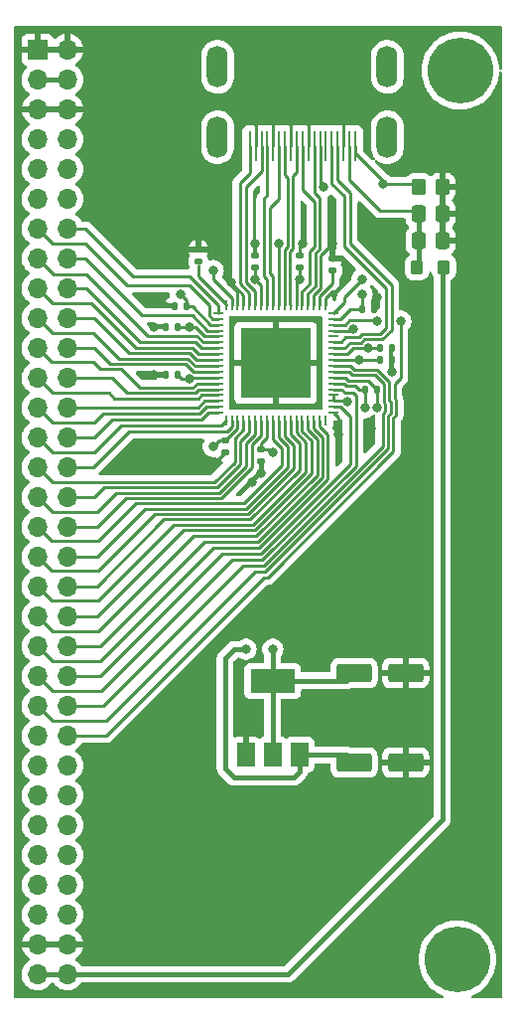
<source format=gbr>
%TF.GenerationSoftware,KiCad,Pcbnew,6.0.4*%
%TF.CreationDate,2022-05-03T23:03:23+02:00*%
%TF.ProjectId,hdmi brd,68646d69-2062-4726-942e-6b696361645f,rev?*%
%TF.SameCoordinates,Original*%
%TF.FileFunction,Copper,L1,Top*%
%TF.FilePolarity,Positive*%
%FSLAX46Y46*%
G04 Gerber Fmt 4.6, Leading zero omitted, Abs format (unit mm)*
G04 Created by KiCad (PCBNEW 6.0.4) date 2022-05-03 23:03:23*
%MOMM*%
%LPD*%
G01*
G04 APERTURE LIST*
G04 Aperture macros list*
%AMRoundRect*
0 Rectangle with rounded corners*
0 $1 Rounding radius*
0 $2 $3 $4 $5 $6 $7 $8 $9 X,Y pos of 4 corners*
0 Add a 4 corners polygon primitive as box body*
4,1,4,$2,$3,$4,$5,$6,$7,$8,$9,$2,$3,0*
0 Add four circle primitives for the rounded corners*
1,1,$1+$1,$2,$3*
1,1,$1+$1,$4,$5*
1,1,$1+$1,$6,$7*
1,1,$1+$1,$8,$9*
0 Add four rect primitives between the rounded corners*
20,1,$1+$1,$2,$3,$4,$5,0*
20,1,$1+$1,$4,$5,$6,$7,0*
20,1,$1+$1,$6,$7,$8,$9,0*
20,1,$1+$1,$8,$9,$2,$3,0*%
G04 Aperture macros list end*
%TA.AperFunction,ComponentPad*%
%ADD10O,1.778000X3.556000*%
%TD*%
%TA.AperFunction,SMDPad,CuDef*%
%ADD11R,0.280000X2.600000*%
%TD*%
%TA.AperFunction,SMDPad,CuDef*%
%ADD12RoundRect,0.140000X0.170000X-0.140000X0.170000X0.140000X-0.170000X0.140000X-0.170000X-0.140000X0*%
%TD*%
%TA.AperFunction,SMDPad,CuDef*%
%ADD13RoundRect,0.140000X-0.140000X-0.170000X0.140000X-0.170000X0.140000X0.170000X-0.140000X0.170000X0*%
%TD*%
%TA.AperFunction,SMDPad,CuDef*%
%ADD14RoundRect,0.140000X0.140000X0.170000X-0.140000X0.170000X-0.140000X-0.170000X0.140000X-0.170000X0*%
%TD*%
%TA.AperFunction,SMDPad,CuDef*%
%ADD15RoundRect,0.135000X0.185000X-0.135000X0.185000X0.135000X-0.185000X0.135000X-0.185000X-0.135000X0*%
%TD*%
%TA.AperFunction,SMDPad,CuDef*%
%ADD16RoundRect,0.250000X-1.250000X-0.550000X1.250000X-0.550000X1.250000X0.550000X-1.250000X0.550000X0*%
%TD*%
%TA.AperFunction,SMDPad,CuDef*%
%ADD17RoundRect,0.140000X-0.170000X0.140000X-0.170000X-0.140000X0.170000X-0.140000X0.170000X0.140000X0*%
%TD*%
%TA.AperFunction,SMDPad,CuDef*%
%ADD18RoundRect,0.250000X-0.337500X-0.475000X0.337500X-0.475000X0.337500X0.475000X-0.337500X0.475000X0*%
%TD*%
%TA.AperFunction,SMDPad,CuDef*%
%ADD19RoundRect,0.250000X0.275000X0.350000X-0.275000X0.350000X-0.275000X-0.350000X0.275000X-0.350000X0*%
%TD*%
%TA.AperFunction,SMDPad,CuDef*%
%ADD20R,1.500000X2.000000*%
%TD*%
%TA.AperFunction,SMDPad,CuDef*%
%ADD21R,3.800000X2.000000*%
%TD*%
%TA.AperFunction,SMDPad,CuDef*%
%ADD22RoundRect,0.062500X-0.375000X-0.062500X0.375000X-0.062500X0.375000X0.062500X-0.375000X0.062500X0*%
%TD*%
%TA.AperFunction,SMDPad,CuDef*%
%ADD23RoundRect,0.062500X-0.062500X-0.375000X0.062500X-0.375000X0.062500X0.375000X-0.062500X0.375000X0*%
%TD*%
%TA.AperFunction,SMDPad,CuDef*%
%ADD24R,6.000000X6.000000*%
%TD*%
%TA.AperFunction,SMDPad,CuDef*%
%ADD25RoundRect,0.250000X-0.350000X-0.450000X0.350000X-0.450000X0.350000X0.450000X-0.350000X0.450000X0*%
%TD*%
%TA.AperFunction,ComponentPad*%
%ADD26C,5.600000*%
%TD*%
%TA.AperFunction,ComponentPad*%
%ADD27R,1.700000X1.700000*%
%TD*%
%TA.AperFunction,ComponentPad*%
%ADD28O,1.700000X1.700000*%
%TD*%
%TA.AperFunction,ViaPad*%
%ADD29C,0.800000*%
%TD*%
%TA.AperFunction,Conductor*%
%ADD30C,0.250000*%
%TD*%
%TA.AperFunction,Conductor*%
%ADD31C,0.400000*%
%TD*%
%TA.AperFunction,Conductor*%
%ADD32C,0.200000*%
%TD*%
G04 APERTURE END LIST*
D10*
%TO.P,J2,Z1*%
%TO.N,N/C*%
X106056000Y-55715000D03*
%TO.P,J2,Z4*%
X91556000Y-55715000D03*
%TO.P,J2,Z2*%
X106056000Y-49715000D03*
%TO.P,J2,Z3*%
X91556000Y-49715000D03*
D11*
%TO.P,J2,10,TMDSCLOCK+*%
%TO.N,/TXC+*%
X98806000Y-56515000D03*
%TO.P,J2,9,TMDSDATA0-*%
%TO.N,/TX0-*%
X98306000Y-56515000D03*
%TO.P,J2,8,TMDSDATA0SHIELD*%
%TO.N,GND*%
X97806000Y-56515000D03*
%TO.P,J2,7,TMDSDATA0+*%
%TO.N,/TX0+*%
X97306000Y-56515000D03*
%TO.P,J2,6,TMDSDATA1-*%
%TO.N,/TX1-*%
X96806000Y-56515000D03*
%TO.P,J2,5,TMDSDATA1SHIELD*%
%TO.N,GND*%
X96306000Y-56515000D03*
%TO.P,J2,4,TMDSDATA1+*%
%TO.N,/TX1+*%
X95806000Y-56515000D03*
%TO.P,J2,3,TMDSDATA2-*%
%TO.N,/TX2-*%
X95306000Y-56515000D03*
%TO.P,J2,11,TMDSCLOCKSHIELD*%
%TO.N,GND*%
X99306000Y-56515000D03*
%TO.P,J2,12,TMDSCLOCK-*%
%TO.N,/TXC-*%
X99806000Y-56515000D03*
%TO.P,J2,13,CEC*%
%TO.N,CEC_A*%
X100306000Y-56515000D03*
%TO.P,J2,14,RESERVED(N.C.ONDEVICE)*%
%TO.N,unconnected-(J2-Pad14)*%
X100806000Y-56515000D03*
%TO.P,J2,15,SCL*%
%TO.N,/DSCL*%
X101306000Y-56515000D03*
%TO.P,J2,16,SDA*%
%TO.N,/DSDA*%
X101806000Y-56515000D03*
%TO.P,J2,17,DDC/CECGROUND*%
%TO.N,GND*%
X102306000Y-56515000D03*
%TO.P,J2,2,TMDSDATA2SHIELD*%
X94806000Y-56515000D03*
%TO.P,J2,1,TMDSDATA2+*%
%TO.N,/TX2+*%
X94306000Y-56515000D03*
%TO.P,J2,18,+5VPOWER*%
%TO.N,5V0*%
X102806000Y-56515000D03*
%TO.P,J2,19,HOTPLUGDETECT*%
%TO.N,/HPD*%
X103306000Y-56515000D03*
%TD*%
D12*
%TO.P,C2,1*%
%TO.N,1V2*%
X94742000Y-66774000D03*
%TO.P,C2,2*%
%TO.N,GND*%
X94742000Y-65814000D03*
%TD*%
D13*
%TO.P,C11,1*%
%TO.N,1V2*%
X103914000Y-70358000D03*
%TO.P,C11,2*%
%TO.N,GND*%
X104874000Y-70358000D03*
%TD*%
D14*
%TO.P,C15,1*%
%TO.N,3V3*%
X88872000Y-70104000D03*
%TO.P,C15,2*%
%TO.N,GND*%
X87912000Y-70104000D03*
%TD*%
D15*
%TO.P,R3,1*%
%TO.N,Net-(R3-Pad1)*%
X89916000Y-66296000D03*
%TO.P,R3,2*%
%TO.N,GND*%
X89916000Y-65276000D03*
%TD*%
D16*
%TO.P,C5,1*%
%TO.N,3V3*%
X103210000Y-108966000D03*
%TO.P,C5,2*%
%TO.N,GND*%
X107610000Y-108966000D03*
%TD*%
D17*
%TO.P,C9,1*%
%TO.N,1V2*%
X95250000Y-82324000D03*
%TO.P,C9,2*%
%TO.N,GND*%
X95250000Y-83284000D03*
%TD*%
D14*
%TO.P,C7,1*%
%TO.N,1V2*%
X88110000Y-71882000D03*
%TO.P,C7,2*%
%TO.N,GND*%
X87150000Y-71882000D03*
%TD*%
D17*
%TO.P,C14,1*%
%TO.N,3V3*%
X92202000Y-81562000D03*
%TO.P,C14,2*%
%TO.N,GND*%
X92202000Y-82522000D03*
%TD*%
D13*
%TO.P,C13,1*%
%TO.N,3V3*%
X105438000Y-74676000D03*
%TO.P,C13,2*%
%TO.N,GND*%
X106398000Y-74676000D03*
%TD*%
D18*
%TO.P,C3,1*%
%TO.N,5V0*%
X108690500Y-64516000D03*
%TO.P,C3,2*%
%TO.N,GND*%
X110765500Y-64516000D03*
%TD*%
D15*
%TO.P,R1,1*%
%TO.N,Net-(R1-Pad1)*%
X101346000Y-67058000D03*
%TO.P,R1,2*%
%TO.N,GND*%
X101346000Y-66038000D03*
%TD*%
D19*
%TO.P,L1,1*%
%TO.N,VIN*%
X110878000Y-66802000D03*
%TO.P,L1,2*%
%TO.N,5V0*%
X108578000Y-66802000D03*
%TD*%
D13*
%TO.P,C10,1*%
%TO.N,1V2*%
X105438000Y-73660000D03*
%TO.P,C10,2*%
%TO.N,GND*%
X106398000Y-73660000D03*
%TD*%
D16*
%TO.P,C6,1*%
%TO.N,1V2*%
X103210000Y-101346000D03*
%TO.P,C6,2*%
%TO.N,GND*%
X107610000Y-101346000D03*
%TD*%
D20*
%TO.P,U2,1,GND*%
%TO.N,GND*%
X93966000Y-108306000D03*
%TO.P,U2,2,VO*%
%TO.N,1V2*%
X96266000Y-108306000D03*
D21*
X96266000Y-102006000D03*
D20*
%TO.P,U2,3,VI*%
%TO.N,3V3*%
X98566000Y-108306000D03*
%TD*%
D14*
%TO.P,C8,1*%
%TO.N,1V2*%
X88110000Y-75946000D03*
%TO.P,C8,2*%
%TO.N,GND*%
X87150000Y-75946000D03*
%TD*%
D22*
%TO.P,U1,1,I2C_CSCL*%
%TO.N,SCL*%
X91582500Y-70680000D03*
%TO.P,U1,2,I2C_CSDA*%
%TO.N,SDA*%
X91582500Y-71180000D03*
%TO.P,U1,3,IOVCC*%
%TO.N,3V3*%
X91582500Y-71680000D03*
%TO.P,U1,4,D23*%
%TO.N,B7*%
X91582500Y-72180000D03*
%TO.P,U1,5,CVCC12*%
%TO.N,1V2*%
X91582500Y-72680000D03*
%TO.P,U1,6,D22*%
%TO.N,B6*%
X91582500Y-73180000D03*
%TO.P,U1,7,D21*%
%TO.N,B5*%
X91582500Y-73680000D03*
%TO.P,U1,8,D20*%
%TO.N,B4*%
X91582500Y-74180000D03*
%TO.P,U1,9,D19*%
%TO.N,B3*%
X91582500Y-74680000D03*
%TO.P,U1,10,D18*%
%TO.N,B2*%
X91582500Y-75180000D03*
%TO.P,U1,11,D17*%
%TO.N,B1*%
X91582500Y-75680000D03*
%TO.P,U1,12,CVCC12*%
%TO.N,1V2*%
X91582500Y-76180000D03*
%TO.P,U1,13,D16*%
%TO.N,B0*%
X91582500Y-76680000D03*
%TO.P,U1,14,D15*%
%TO.N,G7*%
X91582500Y-77180000D03*
%TO.P,U1,15,D14*%
%TO.N,G6*%
X91582500Y-77680000D03*
%TO.P,U1,16,D13*%
%TO.N,G5*%
X91582500Y-78180000D03*
%TO.P,U1,17,D12*%
%TO.N,G4*%
X91582500Y-78680000D03*
%TO.P,U1,18,D11*%
%TO.N,G3*%
X91582500Y-79180000D03*
D23*
%TO.P,U1,19,D10*%
%TO.N,G2*%
X92270000Y-79867500D03*
%TO.P,U1,20,D9*%
%TO.N,G1*%
X92770000Y-79867500D03*
%TO.P,U1,21,IOVCC*%
%TO.N,3V3*%
X93270000Y-79867500D03*
%TO.P,U1,22,IDCK*%
%TO.N,IDCK*%
X93770000Y-79867500D03*
%TO.P,U1,23,D8*%
%TO.N,G0*%
X94270000Y-79867500D03*
%TO.P,U1,24,D7*%
%TO.N,R7*%
X94770000Y-79867500D03*
%TO.P,U1,25,D6*%
%TO.N,R6*%
X95270000Y-79867500D03*
%TO.P,U1,26,CVCC12*%
%TO.N,1V2*%
X95770000Y-79867500D03*
%TO.P,U1,27,D5*%
%TO.N,R5*%
X96270000Y-79867500D03*
%TO.P,U1,28,D4*%
%TO.N,R4*%
X96770000Y-79867500D03*
%TO.P,U1,29,D3*%
%TO.N,R3*%
X97270000Y-79867500D03*
%TO.P,U1,30,D2*%
%TO.N,R2*%
X97770000Y-79867500D03*
%TO.P,U1,31,D1*%
%TO.N,R1*%
X98270000Y-79867500D03*
%TO.P,U1,32,D0*%
%TO.N,R0*%
X98770000Y-79867500D03*
%TO.P,U1,33,DE*%
%TO.N,DE*%
X99270000Y-79867500D03*
%TO.P,U1,34,HSYNC*%
%TO.N,HSYNC*%
X99770000Y-79867500D03*
%TO.P,U1,35,VSYNC*%
%TO.N,VSYNC*%
X100270000Y-79867500D03*
%TO.P,U1,36,SPDIF*%
%TO.N,unconnected-(U1-Pad36)*%
X100770000Y-79867500D03*
D22*
%TO.P,U1,37,I2S_SD3*%
%TO.N,GND*%
X101457500Y-79180000D03*
%TO.P,U1,38,I2S_MCLK*%
%TO.N,MCLK*%
X101457500Y-78680000D03*
%TO.P,U1,39,I2S_SD2*%
%TO.N,GND*%
X101457500Y-78180000D03*
%TO.P,U1,40,I2S_SD1*%
X101457500Y-77680000D03*
%TO.P,U1,41,I2S_SD0*%
%TO.N,SD0*%
X101457500Y-77180000D03*
%TO.P,U1,42,CVCC12*%
%TO.N,1V2*%
X101457500Y-76680000D03*
%TO.P,U1,43,CGND*%
%TO.N,GND*%
X101457500Y-76180000D03*
%TO.P,U1,44,I2S_WS*%
%TO.N,WS*%
X101457500Y-75680000D03*
%TO.P,U1,45,I2S_SCK*%
%TO.N,SCK*%
X101457500Y-75180000D03*
%TO.P,U1,46,IOVCC*%
%TO.N,3V3*%
X101457500Y-74680000D03*
%TO.P,U1,47,CVCC12*%
%TO.N,1V2*%
X101457500Y-74180000D03*
%TO.P,U1,48,DDC_DSDA*%
%TO.N,/DSDA*%
X101457500Y-73680000D03*
%TO.P,U1,49,DDC_DSCL*%
%TO.N,/DSCL*%
X101457500Y-73180000D03*
%TO.P,U1,50,CEC_D*%
%TO.N,unconnected-(U1-Pad50)*%
X101457500Y-72680000D03*
%TO.P,U1,51,~RESET*%
%TO.N,3V3*%
X101457500Y-72180000D03*
%TO.P,U1,52,INT*%
%TO.N,INT*%
X101457500Y-71680000D03*
%TO.P,U1,53,CVCC12*%
%TO.N,1V2*%
X101457500Y-71180000D03*
%TO.P,U1,54,HPD*%
%TO.N,/HPD*%
X101457500Y-70680000D03*
D23*
%TO.P,U1,55,RSVDL*%
%TO.N,GND*%
X100770000Y-69992500D03*
%TO.P,U1,56,EXT_SWING*%
%TO.N,Net-(R1-Pad1)*%
X100270000Y-69992500D03*
%TO.P,U1,57,IOGND*%
%TO.N,GND*%
X99770000Y-69992500D03*
%TO.P,U1,58,TXC-*%
%TO.N,/TXC-*%
X99270000Y-69992500D03*
%TO.P,U1,59,TXC+*%
%TO.N,/TXC+*%
X98770000Y-69992500D03*
%TO.P,U1,60,AVCC12*%
%TO.N,1V2*%
X98270000Y-69992500D03*
%TO.P,U1,61,TX0-*%
%TO.N,/TX0-*%
X97770000Y-69992500D03*
%TO.P,U1,62,TX0+*%
%TO.N,/TX0+*%
X97270000Y-69992500D03*
%TO.P,U1,63,AGND*%
%TO.N,GND*%
X96770000Y-69992500D03*
%TO.P,U1,64,TX1-*%
%TO.N,/TX1-*%
X96270000Y-69992500D03*
%TO.P,U1,65,TX1+*%
%TO.N,/TX1+*%
X95770000Y-69992500D03*
%TO.P,U1,66,AVCC12*%
%TO.N,1V2*%
X95270000Y-69992500D03*
%TO.P,U1,67,TX2-*%
%TO.N,/TX2-*%
X94770000Y-69992500D03*
%TO.P,U1,68,TX2+*%
%TO.N,/TX2+*%
X94270000Y-69992500D03*
%TO.P,U1,69,IO_SEL*%
%TO.N,GND*%
X93770000Y-69992500D03*
%TO.P,U1,70,VDDQ*%
X93270000Y-69992500D03*
%TO.P,U1,71,CEC_A*%
%TO.N,CEC_A*%
X92770000Y-69992500D03*
%TO.P,U1,72,I2C_CI2CA*%
%TO.N,Net-(R3-Pad1)*%
X92270000Y-69992500D03*
D24*
%TO.P,U1,73,EPAD*%
%TO.N,GND*%
X96520000Y-74930000D03*
%TD*%
D25*
%TO.P,R2,1*%
%TO.N,/HPD*%
X108728000Y-59944000D03*
%TO.P,R2,2*%
%TO.N,GND*%
X110728000Y-59944000D03*
%TD*%
D12*
%TO.P,C1,1*%
%TO.N,1V2*%
X98552000Y-66774000D03*
%TO.P,C1,2*%
%TO.N,GND*%
X98552000Y-65814000D03*
%TD*%
D18*
%TO.P,C4,1*%
%TO.N,5V0*%
X108690500Y-62230000D03*
%TO.P,C4,2*%
%TO.N,GND*%
X110765500Y-62230000D03*
%TD*%
D26*
%TO.P,H2,1*%
%TO.N,N/C*%
X112014000Y-125730000D03*
%TD*%
%TO.P,H1,1*%
%TO.N,N/C*%
X112268000Y-50038000D03*
%TD*%
D13*
%TO.P,C12,1*%
%TO.N,1V2*%
X104168000Y-77216000D03*
%TO.P,C12,2*%
%TO.N,GND*%
X105128000Y-77216000D03*
%TD*%
D27*
%TO.P,J1,1,Pin_1*%
%TO.N,GND*%
X76200000Y-48260000D03*
D28*
%TO.P,J1,2,Pin_2*%
X78740000Y-48260000D03*
%TO.P,J1,3,Pin_3*%
%TO.N,3V3*%
X76200000Y-50800000D03*
%TO.P,J1,4,Pin_4*%
X78740000Y-50800000D03*
%TO.P,J1,5,Pin_5*%
%TO.N,GND*%
X76200000Y-53340000D03*
%TO.P,J1,6,Pin_6*%
X78740000Y-53340000D03*
%TO.P,J1,7,Pin_7*%
%TO.N,unconnected-(J1-Pad7)*%
X76200000Y-55880000D03*
%TO.P,J1,8,Pin_8*%
%TO.N,unconnected-(J1-Pad8)*%
X78740000Y-55880000D03*
%TO.P,J1,9,Pin_9*%
%TO.N,unconnected-(J1-Pad9)*%
X76200000Y-58420000D03*
%TO.P,J1,10,Pin_10*%
%TO.N,unconnected-(J1-Pad10)*%
X78740000Y-58420000D03*
%TO.P,J1,11,Pin_11*%
%TO.N,unconnected-(J1-Pad11)*%
X76200000Y-60960000D03*
%TO.P,J1,12,Pin_12*%
%TO.N,unconnected-(J1-Pad12)*%
X78740000Y-60960000D03*
%TO.P,J1,13,Pin_13*%
%TO.N,SDA*%
X76200000Y-63500000D03*
%TO.P,J1,14,Pin_14*%
%TO.N,SCL*%
X78740000Y-63500000D03*
%TO.P,J1,15,Pin_15*%
%TO.N,B6*%
X76200000Y-66040000D03*
%TO.P,J1,16,Pin_16*%
%TO.N,B7*%
X78740000Y-66040000D03*
%TO.P,J1,17,Pin_17*%
%TO.N,B4*%
X76200000Y-68580000D03*
%TO.P,J1,18,Pin_18*%
%TO.N,B5*%
X78740000Y-68580000D03*
%TO.P,J1,19,Pin_19*%
%TO.N,B2*%
X76200000Y-71120000D03*
%TO.P,J1,20,Pin_20*%
%TO.N,B3*%
X78740000Y-71120000D03*
%TO.P,J1,21,Pin_21*%
%TO.N,B0*%
X76200000Y-73660000D03*
%TO.P,J1,22,Pin_22*%
%TO.N,B1*%
X78740000Y-73660000D03*
%TO.P,J1,23,Pin_23*%
%TO.N,G6*%
X76200000Y-76200000D03*
%TO.P,J1,24,Pin_24*%
%TO.N,G7*%
X78740000Y-76200000D03*
%TO.P,J1,25,Pin_25*%
%TO.N,G4*%
X76200000Y-78740000D03*
%TO.P,J1,26,Pin_26*%
%TO.N,G5*%
X78740000Y-78740000D03*
%TO.P,J1,27,Pin_27*%
%TO.N,G2*%
X76200000Y-81280000D03*
%TO.P,J1,28,Pin_28*%
%TO.N,G3*%
X78740000Y-81280000D03*
%TO.P,J1,29,Pin_29*%
%TO.N,IDCK*%
X76200000Y-83820000D03*
%TO.P,J1,30,Pin_30*%
%TO.N,G1*%
X78740000Y-83820000D03*
%TO.P,J1,31,Pin_31*%
%TO.N,R7*%
X76200000Y-86360000D03*
%TO.P,J1,32,Pin_32*%
%TO.N,G0*%
X78740000Y-86360000D03*
%TO.P,J1,33,Pin_33*%
%TO.N,R5*%
X76200000Y-88900000D03*
%TO.P,J1,34,Pin_34*%
%TO.N,R6*%
X78740000Y-88900000D03*
%TO.P,J1,35,Pin_35*%
%TO.N,R3*%
X76200000Y-91440000D03*
%TO.P,J1,36,Pin_36*%
%TO.N,R4*%
X78740000Y-91440000D03*
%TO.P,J1,37,Pin_37*%
%TO.N,R1*%
X76200000Y-93980000D03*
%TO.P,J1,38,Pin_38*%
%TO.N,R2*%
X78740000Y-93980000D03*
%TO.P,J1,39,Pin_39*%
%TO.N,DE*%
X76200000Y-96520000D03*
%TO.P,J1,40,Pin_40*%
%TO.N,R0*%
X78740000Y-96520000D03*
%TO.P,J1,41,Pin_41*%
%TO.N,VSYNC*%
X76200000Y-99060000D03*
%TO.P,J1,42,Pin_42*%
%TO.N,HSYNC*%
X78740000Y-99060000D03*
%TO.P,J1,43,Pin_43*%
%TO.N,SD0*%
X76200000Y-101600000D03*
%TO.P,J1,44,Pin_44*%
%TO.N,MCLK*%
X78740000Y-101600000D03*
%TO.P,J1,45,Pin_45*%
%TO.N,SCK*%
X76200000Y-104140000D03*
%TO.P,J1,46,Pin_46*%
%TO.N,WS*%
X78740000Y-104140000D03*
%TO.P,J1,47,Pin_47*%
%TO.N,unconnected-(J1-Pad47)*%
X76200000Y-106680000D03*
%TO.P,J1,48,Pin_48*%
%TO.N,INT*%
X78740000Y-106680000D03*
%TO.P,J1,49,Pin_49*%
%TO.N,unconnected-(J1-Pad49)*%
X76200000Y-109220000D03*
%TO.P,J1,50,Pin_50*%
%TO.N,unconnected-(J1-Pad50)*%
X78740000Y-109220000D03*
%TO.P,J1,51,Pin_51*%
%TO.N,unconnected-(J1-Pad51)*%
X76200000Y-111760000D03*
%TO.P,J1,52,Pin_52*%
%TO.N,unconnected-(J1-Pad52)*%
X78740000Y-111760000D03*
%TO.P,J1,53,Pin_53*%
%TO.N,unconnected-(J1-Pad53)*%
X76200000Y-114300000D03*
%TO.P,J1,54,Pin_54*%
%TO.N,unconnected-(J1-Pad54)*%
X78740000Y-114300000D03*
%TO.P,J1,55,Pin_55*%
%TO.N,unconnected-(J1-Pad55)*%
X76200000Y-116840000D03*
%TO.P,J1,56,Pin_56*%
%TO.N,unconnected-(J1-Pad56)*%
X78740000Y-116840000D03*
%TO.P,J1,57,Pin_57*%
%TO.N,unconnected-(J1-Pad57)*%
X76200000Y-119380000D03*
%TO.P,J1,58,Pin_58*%
%TO.N,unconnected-(J1-Pad58)*%
X78740000Y-119380000D03*
%TO.P,J1,59,Pin_59*%
%TO.N,unconnected-(J1-Pad59)*%
X76200000Y-121920000D03*
%TO.P,J1,60,Pin_60*%
%TO.N,unconnected-(J1-Pad60)*%
X78740000Y-121920000D03*
%TO.P,J1,61,Pin_61*%
%TO.N,GND*%
X76200000Y-124460000D03*
%TO.P,J1,62,Pin_62*%
X78740000Y-124460000D03*
%TO.P,J1,63,Pin_63*%
%TO.N,VIN*%
X76200000Y-127000000D03*
%TO.P,J1,64,Pin_64*%
X78740000Y-127000000D03*
%TD*%
D29*
%TO.N,GND*%
X102362000Y-52578000D03*
X85090000Y-115062000D03*
X101346000Y-64770000D03*
X98552000Y-52578000D03*
X113538000Y-73152000D03*
X89916000Y-83566000D03*
X94742000Y-76708000D03*
X113538000Y-88138000D03*
X94488000Y-85090000D03*
X108204000Y-120650000D03*
X98298000Y-73152000D03*
X105156000Y-78740000D03*
X94742000Y-73152000D03*
X84328000Y-60198000D03*
X106426000Y-75692000D03*
X102616000Y-78232000D03*
X106934000Y-122174000D03*
X85344000Y-58928000D03*
X98806000Y-64769999D03*
X95504000Y-52578000D03*
X113538000Y-69088000D03*
X102616000Y-67056000D03*
X94742000Y-74930000D03*
X85090000Y-119126000D03*
X113538000Y-84074000D03*
X113538000Y-86106000D03*
X85090000Y-117094000D03*
X108458000Y-94234000D03*
X88646000Y-82296000D03*
X86106000Y-75946000D03*
X101849701Y-81021701D03*
X96520000Y-76708000D03*
X85344000Y-56388000D03*
X104648000Y-80518000D03*
X94742000Y-64770000D03*
X86106000Y-71882000D03*
X113538000Y-75184000D03*
X109474000Y-119126000D03*
X113538000Y-71120000D03*
X98298000Y-74930000D03*
X108458000Y-90170000D03*
X96774000Y-64770000D03*
X92710000Y-68072000D03*
X84328000Y-55118000D03*
X95250000Y-84328000D03*
X84328000Y-57658000D03*
X105156000Y-69342000D03*
X108458000Y-92202000D03*
X113538000Y-82042000D03*
X88646000Y-83566000D03*
X85090000Y-113030000D03*
X96520000Y-74930000D03*
X96520000Y-73152000D03*
X108458000Y-88138000D03*
X91186000Y-83566000D03*
X86106000Y-69596000D03*
X98298000Y-76708000D03*
%TO.N,3V3*%
X91186000Y-82042000D03*
X103124000Y-72036460D03*
X103632000Y-74676000D03*
X88392000Y-69088000D03*
X93980000Y-99314000D03*
%TO.N,1V2*%
X98552000Y-67818000D03*
X96266000Y-99314000D03*
X104140000Y-78740000D03*
X104394000Y-73660000D03*
X89154137Y-76317547D03*
X94747017Y-67812983D03*
X96266000Y-82550000D03*
X103886000Y-69088000D03*
X89154000Y-71882000D03*
%TO.N,/HPD*%
X105664000Y-59690000D03*
X103886000Y-67818000D03*
%TO.N,INT*%
X105156000Y-71374000D03*
X107188000Y-71374000D03*
%TO.N,CEC_A*%
X91186000Y-67056000D03*
X100584000Y-59944000D03*
%TD*%
D30*
%TO.N,GND*%
X102306000Y-56515000D02*
X102306000Y-52634000D01*
X102306000Y-52634000D02*
X102362000Y-52578000D01*
X102743000Y-76454000D02*
X104372930Y-76454000D01*
X105156000Y-78740000D02*
X105156000Y-77244000D01*
X102469000Y-76180000D02*
X102743000Y-76454000D01*
X106398000Y-75664000D02*
X106426000Y-75692000D01*
X99770000Y-69138564D02*
X99770000Y-69992500D01*
X92710000Y-68326000D02*
X92710000Y-68072000D01*
X101457500Y-76180000D02*
X102469000Y-76180000D01*
X101600000Y-68834000D02*
X101346000Y-68834000D01*
X96306000Y-53380000D02*
X96306000Y-56515000D01*
X101854000Y-81017402D02*
X101854000Y-79576500D01*
X101457500Y-77680000D02*
X101457500Y-78180000D01*
X101346000Y-64770000D02*
X101346000Y-66231000D01*
X100770000Y-69410000D02*
X100770000Y-69992500D01*
X102616000Y-67818000D02*
X101600000Y-68834000D01*
X95250000Y-84328000D02*
X95250000Y-83284000D01*
X94806000Y-53276000D02*
X94806000Y-56515000D01*
X95504000Y-52578000D02*
X94806000Y-53276000D01*
X102564000Y-78180000D02*
X102616000Y-78232000D01*
X86106000Y-71882000D02*
X87150000Y-71882000D01*
X99306000Y-53332000D02*
X99306000Y-56515000D01*
X106398000Y-74676000D02*
X106398000Y-75664000D01*
X100330000Y-65786000D02*
X100330000Y-68578564D01*
X93770000Y-69992500D02*
X93770000Y-69132000D01*
X91186000Y-83566000D02*
X92202000Y-82550000D01*
X101854000Y-79576500D02*
X101457500Y-79180000D01*
X94742000Y-64770000D02*
X94742000Y-65814000D01*
D31*
X105156000Y-69342000D02*
X105156000Y-70076000D01*
D30*
X86106000Y-69596000D02*
X86360000Y-69850000D01*
X101457500Y-78180000D02*
X102564000Y-78180000D01*
X105156000Y-77244000D02*
X105128000Y-77216000D01*
X87122000Y-69850000D02*
X87376000Y-70104000D01*
X95504000Y-52578000D02*
X96306000Y-53380000D01*
X101346000Y-64770000D02*
X100330000Y-65786000D01*
D31*
X105156000Y-70076000D02*
X104874000Y-70358000D01*
D30*
X96774000Y-64770000D02*
X96770000Y-64774000D01*
X86106000Y-75946000D02*
X87150000Y-75946000D01*
X101849701Y-81021701D02*
X101854000Y-81017402D01*
X101346000Y-68834000D02*
X100770000Y-69410000D01*
X100330000Y-68578564D02*
X99770000Y-69138564D01*
X92202000Y-82550000D02*
X92202000Y-82522000D01*
X105128000Y-77209070D02*
X105128000Y-77216000D01*
X96770000Y-64774000D02*
X96770000Y-69992500D01*
X104372930Y-76454000D02*
X105128000Y-77209070D01*
X98552000Y-52578000D02*
X99306000Y-53332000D01*
X93270000Y-69992500D02*
X93270000Y-68886000D01*
X86360000Y-69850000D02*
X87122000Y-69850000D01*
X98806000Y-64769999D02*
X98552000Y-65023999D01*
X97806000Y-53324000D02*
X97806000Y-56515000D01*
X93270000Y-68886000D02*
X92710000Y-68326000D01*
X102616000Y-67056000D02*
X102616000Y-67818000D01*
X98552000Y-65023999D02*
X98552000Y-65814000D01*
X98552000Y-52578000D02*
X97806000Y-53324000D01*
X87376000Y-70104000D02*
X87912000Y-70104000D01*
X93770000Y-69132000D02*
X92710000Y-68072000D01*
%TO.N,R0*%
X99568000Y-84329435D02*
X94733395Y-89164040D01*
X88635960Y-89164040D02*
X81280000Y-96520000D01*
X98770000Y-79867500D02*
X98770000Y-80759482D01*
X94733395Y-89164040D02*
X88635960Y-89164040D01*
X99568000Y-81557482D02*
X99568000Y-84329435D01*
X98770000Y-80759482D02*
X99568000Y-81557482D01*
X81280000Y-96520000D02*
X78740000Y-96520000D01*
%TO.N,R1*%
X99060000Y-84201717D02*
X94547197Y-88714520D01*
X98270000Y-80895200D02*
X99060000Y-81685200D01*
X87815480Y-88714520D02*
X81375489Y-95154511D01*
X99060000Y-81685200D02*
X99060000Y-84201717D01*
X81375489Y-95154511D02*
X77374511Y-95154511D01*
X77374511Y-95154511D02*
X76200000Y-93980000D01*
X98270000Y-79867500D02*
X98270000Y-80895200D01*
X94547197Y-88714520D02*
X87815480Y-88714520D01*
%TO.N,R2*%
X86995000Y-88265000D02*
X81280000Y-93980000D01*
X81280000Y-93980000D02*
X78740000Y-93980000D01*
X97770000Y-79867500D02*
X97770000Y-81030918D01*
X94361000Y-88265000D02*
X86995000Y-88265000D01*
X98552000Y-84074000D02*
X94361000Y-88265000D01*
X97770000Y-81030918D02*
X98552000Y-81812918D01*
X98552000Y-81812918D02*
X98552000Y-84074000D01*
%TO.N,R3*%
X77374511Y-92614511D02*
X76200000Y-91440000D01*
X81375489Y-92614511D02*
X77374511Y-92614511D01*
X98044000Y-83944128D02*
X94201008Y-87787120D01*
X97270000Y-79867500D02*
X97270000Y-81166636D01*
X97270000Y-81166636D02*
X98044000Y-81940636D01*
X98044000Y-81940636D02*
X98044000Y-83944128D01*
X86202880Y-87787120D02*
X81375489Y-92614511D01*
X94201008Y-87787120D02*
X86202880Y-87787120D01*
%TO.N,R4*%
X78740000Y-91440000D02*
X81280000Y-91440000D01*
X97536000Y-82068354D02*
X96770000Y-81302354D01*
X85382400Y-87337600D02*
X94014810Y-87337600D01*
X81280000Y-91440000D02*
X85382400Y-87337600D01*
X94014810Y-87337600D02*
X97536000Y-83816410D01*
X97536000Y-83816410D02*
X97536000Y-82068354D01*
X96770000Y-81302354D02*
X96770000Y-79867500D01*
%TO.N,R5*%
X77374511Y-90074511D02*
X76200000Y-88900000D01*
X93828612Y-86888080D02*
X84561920Y-86888080D01*
X96270000Y-81438072D02*
X97028000Y-82196072D01*
X84561920Y-86888080D02*
X81375489Y-90074511D01*
X81375489Y-90074511D02*
X77374511Y-90074511D01*
X96270000Y-79867500D02*
X96270000Y-81438072D01*
X97028000Y-82196072D02*
X97028000Y-83688692D01*
X97028000Y-83688692D02*
X93828612Y-86888080D01*
%TO.N,R6*%
X94488000Y-83821435D02*
X91870875Y-86438560D01*
X91870875Y-86438560D02*
X83741440Y-86438560D01*
X95270000Y-81132282D02*
X94488000Y-81914282D01*
X81280000Y-88900000D02*
X78740000Y-88900000D01*
X95270000Y-79867500D02*
X95270000Y-81132282D01*
X94488000Y-81914282D02*
X94488000Y-83821435D01*
X83741440Y-86438560D02*
X81280000Y-88900000D01*
%TO.N,R7*%
X81280000Y-87630000D02*
X77470000Y-87630000D01*
X94770000Y-79867500D02*
X94770000Y-80996564D01*
X94770000Y-80996564D02*
X93980000Y-81786564D01*
X82920960Y-85989040D02*
X81280000Y-87630000D01*
X93980000Y-81786564D02*
X93980000Y-83693718D01*
X93980000Y-83693718D02*
X91684678Y-85989040D01*
X77470000Y-87630000D02*
X76200000Y-86360000D01*
X91684678Y-85989040D02*
X82920960Y-85989040D01*
%TO.N,G0*%
X93488402Y-83549598D02*
X91498480Y-85539520D01*
X94270000Y-79867500D02*
X94270000Y-80860846D01*
X93488402Y-81642444D02*
X93488402Y-83549598D01*
X81846480Y-85539520D02*
X81026000Y-86360000D01*
X91498480Y-85539520D02*
X81846480Y-85539520D01*
X81026000Y-86360000D02*
X78740000Y-86360000D01*
X94270000Y-80860846D02*
X93488402Y-81642444D01*
%TO.N,G1*%
X92770000Y-79867500D02*
X92770000Y-80352328D01*
X92770000Y-80352328D02*
X92350328Y-80772000D01*
X92350328Y-80772000D02*
X84011577Y-80772000D01*
X84011577Y-80772000D02*
X80963577Y-83820000D01*
X80963577Y-83820000D02*
X78740000Y-83820000D01*
%TO.N,G2*%
X92270000Y-79867500D02*
X91873500Y-80264000D01*
X91873500Y-80264000D02*
X83312000Y-80264000D01*
X83312000Y-80264000D02*
X81026000Y-82550000D01*
X77470000Y-82550000D02*
X76200000Y-81280000D01*
X81026000Y-82550000D02*
X77470000Y-82550000D01*
%TO.N,G3*%
X81026000Y-81280000D02*
X78740000Y-81280000D01*
X90746000Y-79180000D02*
X90170000Y-79756000D01*
X90170000Y-79756000D02*
X82550000Y-79756000D01*
X91582500Y-79180000D02*
X90746000Y-79180000D01*
X82550000Y-79756000D02*
X81026000Y-81280000D01*
%TO.N,G4*%
X91582500Y-78680000D02*
X90610282Y-78680000D01*
X90610282Y-78680000D02*
X90042282Y-79248000D01*
X90042282Y-79248000D02*
X81788000Y-79248000D01*
X81026000Y-80010000D02*
X77470000Y-80010000D01*
X77470000Y-80010000D02*
X76200000Y-78740000D01*
X81788000Y-79248000D02*
X81026000Y-80010000D01*
%TO.N,G5*%
X89914564Y-78740000D02*
X78740000Y-78740000D01*
X90474564Y-78180000D02*
X89914564Y-78740000D01*
X91582500Y-78180000D02*
X90474564Y-78180000D01*
%TO.N,G6*%
X91582500Y-77680000D02*
X90214000Y-77680000D01*
X82767098Y-77941098D02*
X82296000Y-77470000D01*
X89952902Y-77941098D02*
X82767098Y-77941098D01*
X90214000Y-77680000D02*
X89952902Y-77941098D01*
X77470000Y-77470000D02*
X76200000Y-76200000D01*
X82296000Y-77470000D02*
X77470000Y-77470000D01*
%TO.N,G7*%
X89952016Y-77180000D02*
X91582500Y-77180000D01*
X89640438Y-77491578D02*
X89952016Y-77180000D01*
X83841578Y-77491578D02*
X89640438Y-77491578D01*
X82550000Y-76200000D02*
X83841578Y-77491578D01*
X78740000Y-76200000D02*
X82550000Y-76200000D01*
%TO.N,B0*%
X89816298Y-76680000D02*
X91582500Y-76680000D01*
X77374511Y-74834511D02*
X80930511Y-74834511D01*
X89454240Y-77042058D02*
X89816298Y-76680000D01*
X84911751Y-77042058D02*
X89454240Y-77042058D01*
X80930511Y-74834511D02*
X81554080Y-75458080D01*
X81554080Y-75458080D02*
X83327773Y-75458080D01*
X76200000Y-73660000D02*
X77374511Y-74834511D01*
X83327773Y-75458080D02*
X84911751Y-77042058D01*
%TO.N,B1*%
X89498281Y-75680000D02*
X88826841Y-75008560D01*
X88826841Y-75008560D02*
X82374560Y-75008560D01*
X82374560Y-75008560D02*
X81026000Y-73660000D01*
X81026000Y-73660000D02*
X78740000Y-73660000D01*
X91582500Y-75680000D02*
X89498281Y-75680000D01*
%TO.N,B2*%
X89013039Y-74559040D02*
X83131899Y-74559040D01*
X91582500Y-75180000D02*
X89633999Y-75180000D01*
X83131899Y-74559040D02*
X80962859Y-72390000D01*
X77470000Y-72390000D02*
X76200000Y-71120000D01*
X89633999Y-75180000D02*
X89013039Y-74559040D01*
X80962859Y-72390000D02*
X77470000Y-72390000D01*
%TO.N,B3*%
X84016956Y-74109520D02*
X81027436Y-71120000D01*
X81027436Y-71120000D02*
X78740000Y-71120000D01*
X89769717Y-74680000D02*
X89199237Y-74109520D01*
X89199237Y-74109520D02*
X84016956Y-74109520D01*
X91582500Y-74680000D02*
X89769717Y-74680000D01*
%TO.N,B4*%
X89385435Y-73660000D02*
X84582000Y-73660000D01*
X91582500Y-74180000D02*
X89905435Y-74180000D01*
X77470000Y-69850000D02*
X76200000Y-68580000D01*
X80772000Y-69850000D02*
X77470000Y-69850000D01*
X84582000Y-73660000D02*
X80772000Y-69850000D01*
X89905435Y-74180000D02*
X89385435Y-73660000D01*
%TO.N,B5*%
X91582500Y-73680000D02*
X90188564Y-73680000D01*
X84963000Y-73152000D02*
X80391000Y-68580000D01*
X89660564Y-73152000D02*
X84963000Y-73152000D01*
X80391000Y-68580000D02*
X78740000Y-68580000D01*
X90188564Y-73680000D02*
X89660564Y-73152000D01*
%TO.N,B6*%
X76200000Y-66040000D02*
X77565489Y-67405489D01*
X89788282Y-72644000D02*
X90324282Y-73180000D01*
X90324282Y-73180000D02*
X91582500Y-73180000D01*
X85598359Y-72644000D02*
X89788282Y-72644000D01*
X80359848Y-67405489D02*
X85598359Y-72644000D01*
X77565489Y-67405489D02*
X80359848Y-67405489D01*
%TO.N,B7*%
X89408000Y-70866000D02*
X85090000Y-70866000D01*
X90722000Y-72180000D02*
X89408000Y-70866000D01*
X91582500Y-72180000D02*
X90722000Y-72180000D01*
X80264000Y-66040000D02*
X78740000Y-66040000D01*
X85090000Y-70866000D02*
X80264000Y-66040000D01*
%TO.N,HSYNC*%
X81534000Y-99060000D02*
X78740000Y-99060000D01*
X100525520Y-81243567D02*
X100525520Y-84643351D01*
X99770000Y-80488046D02*
X100525520Y-81243567D01*
X90424000Y-90170000D02*
X81534000Y-99060000D01*
X94998871Y-90170000D02*
X90424000Y-90170000D01*
X100525520Y-84643351D02*
X94998871Y-90170000D01*
X99770000Y-79867500D02*
X99770000Y-80488046D01*
%TO.N,DE*%
X89535000Y-89662000D02*
X81407000Y-97790000D01*
X81407000Y-97790000D02*
X77470000Y-97790000D01*
X99270000Y-79867500D02*
X99270000Y-80623764D01*
X99270000Y-80623764D02*
X100076000Y-81429764D01*
X100076000Y-81429764D02*
X100076000Y-84457153D01*
X94871153Y-89662000D02*
X89535000Y-89662000D01*
X100076000Y-84457153D02*
X94871153Y-89662000D01*
X77470000Y-97790000D02*
X76200000Y-96520000D01*
%TO.N,VSYNC*%
X100270000Y-79867500D02*
X100270000Y-80352328D01*
X81534000Y-100330000D02*
X77470000Y-100330000D01*
X100975040Y-81057370D02*
X100975040Y-84829549D01*
X91186000Y-90678000D02*
X81534000Y-100330000D01*
X100975040Y-84829549D02*
X95126589Y-90678000D01*
X95126589Y-90678000D02*
X91186000Y-90678000D01*
X100270000Y-80352328D02*
X100975040Y-81057370D01*
X77470000Y-100330000D02*
X76200000Y-99060000D01*
%TO.N,/TX0+*%
X97270000Y-69992500D02*
X97270000Y-65298614D01*
X97306000Y-58952000D02*
X97306000Y-56515000D01*
X97536000Y-59182000D02*
X97306000Y-58952000D01*
X97270000Y-65298614D02*
X97536000Y-65032614D01*
X97536000Y-65032614D02*
X97536000Y-59182000D01*
%TO.N,/TXC+*%
X99822000Y-61214000D02*
X99822000Y-65022565D01*
X98770000Y-68867129D02*
X98770000Y-69992500D01*
X98806000Y-60198000D02*
X99822000Y-61214000D01*
X99822000Y-65022565D02*
X99430961Y-65413604D01*
X99430960Y-68206169D02*
X98770000Y-68867129D01*
X99430961Y-65413604D02*
X99430960Y-68206169D01*
X98806000Y-56515000D02*
X98806000Y-60198000D01*
%TO.N,/TX0-*%
X97770000Y-69992500D02*
X97745001Y-69967501D01*
X97985520Y-58995803D02*
X98306000Y-58675323D01*
X98306000Y-58675323D02*
X98306000Y-56515000D01*
X97745001Y-69967501D02*
X97745001Y-65459331D01*
X97745001Y-65459331D02*
X97985520Y-65218812D01*
X97985520Y-65218812D02*
X97985520Y-58995803D01*
%TO.N,/TX1-*%
X96806000Y-60928000D02*
X96806000Y-56515000D01*
X96049489Y-67351796D02*
X96049489Y-61684511D01*
X96049489Y-61684511D02*
X96806000Y-60928000D01*
X96270000Y-69992500D02*
X96270000Y-67572307D01*
X96270000Y-67572307D02*
X96049489Y-67351796D01*
%TO.N,/TX1+*%
X95770000Y-67830000D02*
X95504000Y-67564000D01*
X95770000Y-69992500D02*
X95770000Y-67830000D01*
X95504000Y-60960000D02*
X95806000Y-60658000D01*
X95504000Y-67564000D02*
X95504000Y-60960000D01*
X95806000Y-60658000D02*
X95806000Y-56515000D01*
%TO.N,/TX2-*%
X94770000Y-68860564D02*
X93980000Y-68070564D01*
X95306000Y-58621001D02*
X95306000Y-56515000D01*
X93980000Y-59947001D02*
X95306000Y-58621001D01*
X94770000Y-69992500D02*
X94770000Y-68860564D01*
X93980000Y-68070564D02*
X93980000Y-59947001D01*
%TO.N,/TXC-*%
X99880480Y-68392367D02*
X99270000Y-69002847D01*
X99806000Y-56515000D02*
X99806000Y-60436000D01*
X99806000Y-60436000D02*
X100271520Y-60901520D01*
X100271520Y-60901520D02*
X100271520Y-65208763D01*
X100271520Y-65208763D02*
X99880480Y-65599803D01*
X99880480Y-65599803D02*
X99880480Y-68392367D01*
X99270000Y-69002847D02*
X99270000Y-69992500D01*
%TO.N,/TX2+*%
X94306000Y-56515000D02*
X94306000Y-58756301D01*
X93472000Y-59590301D02*
X94294999Y-58767302D01*
D32*
X94306000Y-58756301D02*
X94294999Y-58767302D01*
D30*
X94270000Y-68996282D02*
X93472000Y-68198282D01*
X93472000Y-68198282D02*
X93472000Y-59590301D01*
X94270000Y-69992500D02*
X94270000Y-68996282D01*
%TO.N,SCL*%
X80264000Y-63500000D02*
X84328000Y-67564000D01*
X91582500Y-69992500D02*
X91582500Y-70680000D01*
X84328000Y-67564000D02*
X89154000Y-67564000D01*
X78740000Y-63500000D02*
X80264000Y-63500000D01*
X89154000Y-67564000D02*
X91582500Y-69992500D01*
%TO.N,SDA*%
X80264000Y-64770000D02*
X77470000Y-64770000D01*
X77470000Y-64770000D02*
X76200000Y-63500000D01*
X91582500Y-71180000D02*
X91097672Y-71180000D01*
X91097672Y-71180000D02*
X90820480Y-70902808D01*
X90820480Y-69992480D02*
X89154000Y-68326000D01*
X90820480Y-70902808D02*
X90820480Y-69992480D01*
X83820000Y-68326000D02*
X80264000Y-64770000D01*
X89154000Y-68326000D02*
X83820000Y-68326000D01*
%TO.N,MCLK*%
X95254307Y-91186000D02*
X91948000Y-91186000D01*
X102870000Y-79510614D02*
X102870000Y-83570307D01*
X101457500Y-78680000D02*
X102039386Y-78680000D01*
X102870000Y-83570307D02*
X95254307Y-91186000D01*
X81534000Y-101600000D02*
X78740000Y-101600000D01*
X91948000Y-91186000D02*
X81534000Y-101600000D01*
X102039386Y-78680000D02*
X102870000Y-79510614D01*
%TO.N,SCK*%
X101457500Y-75180000D02*
X102897930Y-75180000D01*
X106113520Y-79442811D02*
X106113520Y-82233941D01*
X105151339Y-75496480D02*
X106182040Y-76527182D01*
X103214410Y-75496480D02*
X105151339Y-75496480D01*
X106330031Y-78253700D02*
X106330031Y-79226300D01*
X106113520Y-82233941D02*
X95637461Y-92710000D01*
X94742000Y-92710000D02*
X82042000Y-105410000D01*
X106182040Y-76527182D02*
X106182040Y-78105708D01*
X95637461Y-92710000D02*
X94742000Y-92710000D01*
X106330031Y-79226300D02*
X106113520Y-79442811D01*
X102897930Y-75180000D02*
X103214410Y-75496480D01*
X82042000Y-105410000D02*
X77470000Y-105410000D01*
X106182040Y-78105708D02*
X106330031Y-78253700D01*
X77470000Y-105410000D02*
X76200000Y-104140000D01*
%TO.N,WS*%
X95509743Y-92202000D02*
X93726000Y-92202000D01*
X104965141Y-75946000D02*
X105732520Y-76713379D01*
X102762212Y-75680000D02*
X103028212Y-75946000D01*
X105880511Y-78439897D02*
X105880511Y-79040103D01*
X103028212Y-75946000D02*
X104965141Y-75946000D01*
X93726000Y-92202000D02*
X81788000Y-104140000D01*
X105880511Y-79040103D02*
X105664000Y-79256614D01*
X105732520Y-76713379D02*
X105732520Y-78291906D01*
X101457500Y-75680000D02*
X102762212Y-75680000D01*
X105664000Y-82047743D02*
X95509743Y-92202000D01*
X105732520Y-78291906D02*
X105880511Y-78439897D01*
X81788000Y-104140000D02*
X78740000Y-104140000D01*
X105664000Y-79256614D02*
X105664000Y-82047743D01*
%TO.N,SD0*%
X103378000Y-83698025D02*
X95382025Y-91694000D01*
X103378000Y-77719693D02*
X103378000Y-83698025D01*
X102134423Y-77180000D02*
X102424423Y-77470000D01*
X77470000Y-102870000D02*
X76200000Y-101600000D01*
X103128307Y-77470000D02*
X103378000Y-77719693D01*
X101457500Y-77180000D02*
X102134423Y-77180000D01*
X92837000Y-91694000D02*
X81661000Y-102870000D01*
X81661000Y-102870000D02*
X77470000Y-102870000D01*
X102424423Y-77470000D02*
X103128307Y-77470000D01*
X95382025Y-91694000D02*
X92837000Y-91694000D01*
%TO.N,Net-(R1-Pad1)*%
X100270000Y-69992500D02*
X100270000Y-69274282D01*
X101346000Y-68198282D02*
X101346000Y-67058000D01*
X100270000Y-69274282D02*
X101346000Y-68198282D01*
%TO.N,3V3*%
X92202000Y-81556046D02*
X92202000Y-81562000D01*
X103632000Y-74676000D02*
X103628000Y-74680000D01*
D31*
X76200000Y-50800000D02*
X78740000Y-50800000D01*
D30*
X103632000Y-74676000D02*
X105438000Y-74676000D01*
D31*
X92964000Y-99314000D02*
X92202000Y-100076000D01*
D30*
X91186000Y-82042000D02*
X91666000Y-81562000D01*
D31*
X98044000Y-110236000D02*
X98566000Y-109714000D01*
X98566000Y-109714000D02*
X98566000Y-108306000D01*
D30*
X89385954Y-70104000D02*
X90961954Y-71680000D01*
X88872000Y-69568000D02*
X88872000Y-70104000D01*
X88872000Y-70104000D02*
X89385954Y-70104000D01*
D31*
X92202000Y-100076000D02*
X92202000Y-109474000D01*
D30*
X88392000Y-69088000D02*
X88872000Y-69568000D01*
D31*
X102550000Y-108306000D02*
X98566000Y-108306000D01*
D30*
X91666000Y-81562000D02*
X92202000Y-81562000D01*
X102980460Y-72180000D02*
X103124000Y-72036460D01*
X93270000Y-80488046D02*
X92202000Y-81556046D01*
X93270000Y-79867500D02*
X93270000Y-80488046D01*
D31*
X92202000Y-109474000D02*
X92964000Y-110236000D01*
D30*
X103628000Y-74680000D02*
X101457500Y-74680000D01*
D31*
X93980000Y-99314000D02*
X92964000Y-99314000D01*
D30*
X101457500Y-72180000D02*
X102980460Y-72180000D01*
D31*
X92964000Y-110236000D02*
X98044000Y-110236000D01*
D30*
X90961954Y-71680000D02*
X91582500Y-71680000D01*
D31*
X103210000Y-108966000D02*
X102550000Y-108306000D01*
D30*
%TO.N,1V2*%
X103319520Y-76903520D02*
X103632000Y-77216000D01*
X95770000Y-81268000D02*
X95250000Y-81788000D01*
X94742000Y-67807966D02*
X94747017Y-67812983D01*
X89154137Y-76317547D02*
X88481547Y-76317547D01*
X101457500Y-76680000D02*
X102333282Y-76680000D01*
X102333282Y-76680000D02*
X102556803Y-76903520D01*
X98270000Y-68100000D02*
X98552000Y-67818000D01*
X94747017Y-67812983D02*
X95270000Y-68335966D01*
D31*
X102550000Y-102006000D02*
X96266000Y-102006000D01*
D30*
X89662000Y-71882000D02*
X90460000Y-72680000D01*
X103632000Y-77216000D02*
X104168000Y-77216000D01*
X98270000Y-69992500D02*
X98270000Y-68100000D01*
X89154137Y-76317547D02*
X89291684Y-76180000D01*
X88481547Y-76317547D02*
X88110000Y-75946000D01*
X104168000Y-78712000D02*
X104140000Y-78740000D01*
X103124000Y-73660000D02*
X102604000Y-74180000D01*
X102556803Y-76903520D02*
X103319520Y-76903520D01*
X102884000Y-70358000D02*
X102062000Y-71180000D01*
X94742000Y-66774000D02*
X94742000Y-67807966D01*
X102604000Y-74180000D02*
X101457500Y-74180000D01*
X105438000Y-73660000D02*
X104394000Y-73660000D01*
X90460000Y-72680000D02*
X91582500Y-72680000D01*
X95770000Y-79867500D02*
X95770000Y-81268000D01*
X95270000Y-68335966D02*
X95270000Y-69992500D01*
X88110000Y-71882000D02*
X89662000Y-71882000D01*
X102062000Y-71180000D02*
X101457500Y-71180000D01*
D31*
X103210000Y-101346000D02*
X102550000Y-102006000D01*
D30*
X104168000Y-77216000D02*
X104168000Y-78712000D01*
X103886000Y-70330000D02*
X103914000Y-70358000D01*
X103914000Y-70358000D02*
X102884000Y-70358000D01*
X96266000Y-82550000D02*
X96040000Y-82324000D01*
X104394000Y-73660000D02*
X103124000Y-73660000D01*
X98552000Y-66774000D02*
X98552000Y-67818000D01*
D31*
X96266000Y-99314000D02*
X96266000Y-102006000D01*
D30*
X95250000Y-81788000D02*
X95250000Y-82324000D01*
X103886000Y-69088000D02*
X103886000Y-70330000D01*
D31*
X96266000Y-102006000D02*
X96266000Y-108306000D01*
D30*
X96040000Y-82324000D02*
X95250000Y-82324000D01*
X89291684Y-76180000D02*
X91582500Y-76180000D01*
%TO.N,/DSCL*%
X103632708Y-72760960D02*
X103907700Y-72485969D01*
X105918000Y-72008282D02*
X105918000Y-68580000D01*
X102499040Y-72760960D02*
X103632708Y-72760960D01*
X101306000Y-59650000D02*
X101306000Y-56515000D01*
X105918000Y-68580000D02*
X102362000Y-65024000D01*
X102362000Y-65024000D02*
X102362000Y-60706000D01*
X105440313Y-72485969D02*
X105918000Y-72008282D01*
X101457500Y-73180000D02*
X102080000Y-73180000D01*
X103907700Y-72485969D02*
X105440313Y-72485969D01*
X102080000Y-73180000D02*
X102499040Y-72760960D01*
X102362000Y-60706000D02*
X101306000Y-59650000D01*
%TO.N,/DSDA*%
X102870000Y-64770000D02*
X102870000Y-60452000D01*
X103818906Y-73210480D02*
X104093897Y-72935489D01*
X101806000Y-59388000D02*
X101806000Y-56515000D01*
X102875379Y-73210480D02*
X103818906Y-73210480D01*
X106426000Y-68326000D02*
X102870000Y-64770000D01*
X102405859Y-73680000D02*
X102875379Y-73210480D01*
X102870000Y-60452000D02*
X101806000Y-59388000D01*
X104093897Y-72935489D02*
X105626511Y-72935489D01*
X105626511Y-72935489D02*
X106426000Y-72136000D01*
X106426000Y-72136000D02*
X106426000Y-68326000D01*
X101457500Y-73680000D02*
X102405859Y-73680000D01*
%TO.N,/HPD*%
X105664000Y-59690000D02*
X105664000Y-59436000D01*
X103306000Y-57078000D02*
X103306000Y-56515000D01*
X105664000Y-59690000D02*
X108141000Y-59690000D01*
X105664000Y-59436000D02*
X103306000Y-57078000D01*
X103886000Y-67818000D02*
X102362000Y-69342000D01*
X102362000Y-69342000D02*
X102362000Y-69775500D01*
X102362000Y-69775500D02*
X101457500Y-70680000D01*
D31*
%TO.N,5V0*%
X108690500Y-62230000D02*
X108690500Y-64516000D01*
X108690500Y-64516000D02*
X108690500Y-66689500D01*
D30*
X108690500Y-66689500D02*
X108578000Y-66802000D01*
X102806000Y-59372000D02*
X102806000Y-56515000D01*
X105410000Y-61976000D02*
X102806000Y-59372000D01*
X108103500Y-61976000D02*
X105410000Y-61976000D01*
%TO.N,INT*%
X106563040Y-79629009D02*
X106563040Y-82476819D01*
X105093949Y-71311949D02*
X105156000Y-71374000D01*
X82042000Y-106680000D02*
X78740000Y-106680000D01*
X101457500Y-71680000D02*
X102455846Y-71680000D01*
X107188000Y-71374000D02*
X107188000Y-76209323D01*
X106680000Y-77967951D02*
X106779551Y-78067503D01*
X107188000Y-76209323D02*
X106680000Y-76717323D01*
X102823897Y-71311949D02*
X105093949Y-71311949D01*
X102455846Y-71680000D02*
X102823897Y-71311949D01*
X106563040Y-82476819D02*
X95821859Y-93218000D01*
X106779551Y-79412498D02*
X106563040Y-79629009D01*
X95821859Y-93218000D02*
X95504000Y-93218000D01*
X95504000Y-93218000D02*
X82042000Y-106680000D01*
X106680000Y-76717323D02*
X106680000Y-77967951D01*
X106779551Y-78067503D02*
X106779551Y-79412498D01*
%TO.N,IDCK*%
X93770000Y-79867500D02*
X93770000Y-80623763D01*
X93770000Y-80623763D02*
X93038882Y-81354882D01*
X77470000Y-85090000D02*
X76200000Y-83820000D01*
X91312282Y-85090000D02*
X77470000Y-85090000D01*
X93038882Y-83363400D02*
X91312282Y-85090000D01*
X93038882Y-81354882D02*
X93038882Y-83363400D01*
D31*
%TO.N,VIN*%
X76200000Y-127000000D02*
X78740000Y-127000000D01*
X110744000Y-113792000D02*
X110744000Y-66936000D01*
X97536000Y-127000000D02*
X110744000Y-113792000D01*
X110744000Y-66936000D02*
X110878000Y-66802000D01*
X78740000Y-127000000D02*
X97536000Y-127000000D01*
D30*
%TO.N,CEC_A*%
X100306000Y-59666000D02*
X100584000Y-59944000D01*
X91186000Y-67818000D02*
X92770000Y-69402000D01*
X100306000Y-56515000D02*
X100306000Y-59666000D01*
X92770000Y-69402000D02*
X92770000Y-69992500D01*
X91186000Y-67056000D02*
X91186000Y-67818000D01*
%TO.N,Net-(R3-Pad1)*%
X89916000Y-67564000D02*
X89916000Y-66611000D01*
X92270000Y-69992500D02*
X92270000Y-69918000D01*
X92270000Y-69918000D02*
X89916000Y-67564000D01*
%TD*%
%TA.AperFunction,Conductor*%
%TO.N,GND*%
G36*
X115765621Y-46248502D02*
G01*
X115812114Y-46302158D01*
X115823500Y-46354500D01*
X115823500Y-49852542D01*
X115803498Y-49920663D01*
X115749842Y-49967156D01*
X115679568Y-49977260D01*
X115614988Y-49947766D01*
X115576604Y-49888040D01*
X115571684Y-49859356D01*
X115567532Y-49782694D01*
X115561979Y-49680159D01*
X115504066Y-49326505D01*
X115408297Y-48981173D01*
X115405243Y-48973497D01*
X115300299Y-48709787D01*
X115275793Y-48648205D01*
X115225337Y-48552910D01*
X115109702Y-48334513D01*
X115109698Y-48334506D01*
X115108103Y-48331494D01*
X114907190Y-48034746D01*
X114904510Y-48031585D01*
X114811506Y-47921919D01*
X114675403Y-47761432D01*
X114415454Y-47514750D01*
X114209635Y-47357958D01*
X114133091Y-47299647D01*
X114133089Y-47299646D01*
X114130384Y-47297585D01*
X114127472Y-47295828D01*
X114127467Y-47295825D01*
X113826443Y-47114236D01*
X113826437Y-47114233D01*
X113823528Y-47112478D01*
X113498475Y-46961593D01*
X113322414Y-46902000D01*
X113162255Y-46847789D01*
X113162250Y-46847788D01*
X113159028Y-46846697D01*
X112960681Y-46802724D01*
X112812493Y-46769871D01*
X112812487Y-46769870D01*
X112809158Y-46769132D01*
X112805769Y-46768758D01*
X112805764Y-46768757D01*
X112456338Y-46730180D01*
X112456333Y-46730180D01*
X112452957Y-46729807D01*
X112449558Y-46729801D01*
X112449557Y-46729801D01*
X112280080Y-46729505D01*
X112094592Y-46729182D01*
X111981413Y-46741277D01*
X111741639Y-46766901D01*
X111741631Y-46766902D01*
X111738256Y-46767263D01*
X111388117Y-46843606D01*
X111048271Y-46957317D01*
X111045178Y-46958739D01*
X111045177Y-46958740D01*
X110864777Y-47041715D01*
X110722694Y-47107066D01*
X110719760Y-47108822D01*
X110719758Y-47108823D01*
X110428455Y-47283164D01*
X110415193Y-47291101D01*
X110412467Y-47293163D01*
X110412465Y-47293164D01*
X110161983Y-47482603D01*
X110129367Y-47507270D01*
X110126882Y-47509612D01*
X110126877Y-47509616D01*
X110029626Y-47601261D01*
X109868559Y-47753043D01*
X109635819Y-48025546D01*
X109633900Y-48028358D01*
X109633897Y-48028363D01*
X109558109Y-48139464D01*
X109433871Y-48321591D01*
X109265077Y-48637714D01*
X109131411Y-48970218D01*
X109130491Y-48973492D01*
X109130489Y-48973497D01*
X109056455Y-49236883D01*
X109034437Y-49315213D01*
X108975290Y-49668663D01*
X108954661Y-50026434D01*
X108954833Y-50029829D01*
X108954833Y-50029830D01*
X108961457Y-50160590D01*
X108972792Y-50384340D01*
X108973329Y-50387695D01*
X108973330Y-50387701D01*
X108999279Y-50549707D01*
X109029470Y-50738195D01*
X109124033Y-51083859D01*
X109255374Y-51417288D01*
X109286151Y-51475909D01*
X109397048Y-51687137D01*
X109421957Y-51734582D01*
X109423858Y-51737411D01*
X109423864Y-51737421D01*
X109536534Y-51905090D01*
X109621834Y-52032029D01*
X109852665Y-52306150D01*
X110111751Y-52553738D01*
X110396061Y-52771897D01*
X110428056Y-52791350D01*
X110699355Y-52956303D01*
X110699360Y-52956306D01*
X110702270Y-52958075D01*
X110705358Y-52959521D01*
X110705357Y-52959521D01*
X111023710Y-53108649D01*
X111023720Y-53108653D01*
X111026794Y-53110093D01*
X111030012Y-53111195D01*
X111030015Y-53111196D01*
X111362615Y-53225071D01*
X111362623Y-53225073D01*
X111365838Y-53226174D01*
X111715435Y-53304959D01*
X111767728Y-53310917D01*
X112068114Y-53345142D01*
X112068122Y-53345142D01*
X112071497Y-53345527D01*
X112074901Y-53345545D01*
X112074904Y-53345545D01*
X112269227Y-53346562D01*
X112429857Y-53347403D01*
X112433243Y-53347053D01*
X112433245Y-53347053D01*
X112782932Y-53310917D01*
X112782941Y-53310916D01*
X112786324Y-53310566D01*
X112789657Y-53309852D01*
X112789660Y-53309851D01*
X112962186Y-53272864D01*
X113136727Y-53235446D01*
X113476968Y-53122922D01*
X113803066Y-52974311D01*
X113987532Y-52864783D01*
X114108262Y-52793099D01*
X114108267Y-52793096D01*
X114111207Y-52791350D01*
X114397786Y-52576180D01*
X114659451Y-52331319D01*
X114893140Y-52059630D01*
X115000441Y-51903506D01*
X115094190Y-51767101D01*
X115094195Y-51767094D01*
X115096120Y-51764292D01*
X115097732Y-51761298D01*
X115097737Y-51761290D01*
X115237309Y-51502077D01*
X115266017Y-51448760D01*
X115361982Y-51212425D01*
X115399562Y-51119877D01*
X115399564Y-51119872D01*
X115400842Y-51116724D01*
X115407594Y-51093023D01*
X115473049Y-50863240D01*
X115499020Y-50772070D01*
X115505896Y-50731845D01*
X115558829Y-50422175D01*
X115558829Y-50422173D01*
X115559401Y-50418828D01*
X115561511Y-50384340D01*
X115571735Y-50217163D01*
X115595858Y-50150390D01*
X115652252Y-50107260D01*
X115723012Y-50101465D01*
X115785672Y-50134845D01*
X115820338Y-50196803D01*
X115823500Y-50224855D01*
X115823500Y-128905500D01*
X115803498Y-128973621D01*
X115749842Y-129020114D01*
X115697500Y-129031500D01*
X113328051Y-129031500D01*
X113259930Y-129011498D01*
X113213437Y-128957842D01*
X113203333Y-128887568D01*
X113232827Y-128822988D01*
X113275800Y-128790845D01*
X113545954Y-128667729D01*
X113549066Y-128666311D01*
X113643052Y-128610506D01*
X113854262Y-128485099D01*
X113854267Y-128485096D01*
X113857207Y-128483350D01*
X114143786Y-128268180D01*
X114405451Y-128023319D01*
X114639140Y-127751630D01*
X114760245Y-127575421D01*
X114840190Y-127459101D01*
X114840195Y-127459094D01*
X114842120Y-127456292D01*
X114843732Y-127453298D01*
X114843737Y-127453290D01*
X115010395Y-127143772D01*
X115012017Y-127140760D01*
X115146842Y-126808724D01*
X115157142Y-126772568D01*
X115226437Y-126529305D01*
X115245020Y-126464070D01*
X115305401Y-126110828D01*
X115307511Y-126076340D01*
X115324956Y-125791097D01*
X115327278Y-125753131D01*
X115327359Y-125730000D01*
X115307979Y-125372159D01*
X115250066Y-125018505D01*
X115154297Y-124673173D01*
X115151243Y-124665497D01*
X115023052Y-124343369D01*
X115021793Y-124340205D01*
X114948939Y-124202607D01*
X114855702Y-124026513D01*
X114855698Y-124026506D01*
X114854103Y-124023494D01*
X114653190Y-123726746D01*
X114421403Y-123453432D01*
X114161454Y-123206750D01*
X113876384Y-122989585D01*
X113873472Y-122987828D01*
X113873467Y-122987825D01*
X113572443Y-122806236D01*
X113572437Y-122806233D01*
X113569528Y-122804478D01*
X113244475Y-122653593D01*
X113071794Y-122595144D01*
X112908255Y-122539789D01*
X112908250Y-122539788D01*
X112905028Y-122538697D01*
X112706681Y-122494724D01*
X112558493Y-122461871D01*
X112558487Y-122461870D01*
X112555158Y-122461132D01*
X112551769Y-122460758D01*
X112551764Y-122460757D01*
X112202338Y-122422180D01*
X112202333Y-122422180D01*
X112198957Y-122421807D01*
X112195558Y-122421801D01*
X112195557Y-122421801D01*
X112026080Y-122421505D01*
X111840592Y-122421182D01*
X111727413Y-122433277D01*
X111487639Y-122458901D01*
X111487631Y-122458902D01*
X111484256Y-122459263D01*
X111134117Y-122535606D01*
X110794271Y-122649317D01*
X110791178Y-122650739D01*
X110791177Y-122650740D01*
X110784974Y-122653593D01*
X110468694Y-122799066D01*
X110465760Y-122800822D01*
X110465758Y-122800823D01*
X110192823Y-122964171D01*
X110161193Y-122983101D01*
X110158467Y-122985163D01*
X110158465Y-122985164D01*
X109941389Y-123149338D01*
X109875367Y-123199270D01*
X109872882Y-123201612D01*
X109872877Y-123201616D01*
X109803529Y-123266967D01*
X109614559Y-123445043D01*
X109381819Y-123717546D01*
X109379900Y-123720358D01*
X109379897Y-123720363D01*
X109317565Y-123811739D01*
X109179871Y-124013591D01*
X109011077Y-124329714D01*
X108877411Y-124662218D01*
X108876491Y-124665492D01*
X108876489Y-124665497D01*
X108851919Y-124752910D01*
X108780437Y-125007213D01*
X108779875Y-125010570D01*
X108779875Y-125010571D01*
X108769997Y-125069603D01*
X108721290Y-125360663D01*
X108700661Y-125718434D01*
X108718792Y-126076340D01*
X108719329Y-126079695D01*
X108719330Y-126079701D01*
X108724316Y-126110828D01*
X108775470Y-126430195D01*
X108870033Y-126775859D01*
X109001374Y-127109288D01*
X109032151Y-127167909D01*
X109158012Y-127407639D01*
X109167957Y-127426582D01*
X109169858Y-127429411D01*
X109169864Y-127429421D01*
X109306320Y-127632487D01*
X109367834Y-127724029D01*
X109598665Y-127998150D01*
X109857751Y-128245738D01*
X110142061Y-128463897D01*
X110174056Y-128483350D01*
X110445355Y-128648303D01*
X110445360Y-128648306D01*
X110448270Y-128650075D01*
X110451358Y-128651521D01*
X110451357Y-128651521D01*
X110749963Y-128791398D01*
X110803166Y-128838408D01*
X110822508Y-128906719D01*
X110801848Y-128974643D01*
X110747745Y-129020615D01*
X110696514Y-129031500D01*
X74294500Y-129031500D01*
X74226379Y-129011498D01*
X74179886Y-128957842D01*
X74168500Y-128905500D01*
X74168500Y-126966695D01*
X74837251Y-126966695D01*
X74837548Y-126971848D01*
X74837548Y-126971851D01*
X74847105Y-127137594D01*
X74850110Y-127189715D01*
X74851247Y-127194761D01*
X74851248Y-127194767D01*
X74875304Y-127301508D01*
X74899222Y-127407639D01*
X74932190Y-127488830D01*
X74966535Y-127573411D01*
X74983266Y-127614616D01*
X74995863Y-127635173D01*
X75097291Y-127800688D01*
X75099987Y-127805088D01*
X75246250Y-127973938D01*
X75418126Y-128116632D01*
X75611000Y-128229338D01*
X75819692Y-128309030D01*
X75824760Y-128310061D01*
X75824763Y-128310062D01*
X75932017Y-128331883D01*
X76038597Y-128353567D01*
X76043772Y-128353757D01*
X76043774Y-128353757D01*
X76256673Y-128361564D01*
X76256677Y-128361564D01*
X76261837Y-128361753D01*
X76266957Y-128361097D01*
X76266959Y-128361097D01*
X76478288Y-128334025D01*
X76478289Y-128334025D01*
X76483416Y-128333368D01*
X76488366Y-128331883D01*
X76692429Y-128270661D01*
X76692434Y-128270659D01*
X76697384Y-128269174D01*
X76897994Y-128170896D01*
X77079860Y-128041173D01*
X77095446Y-128025642D01*
X77234435Y-127887137D01*
X77238096Y-127883489D01*
X77297594Y-127800689D01*
X77326132Y-127760974D01*
X77382127Y-127717326D01*
X77428455Y-127708500D01*
X77510234Y-127708500D01*
X77578355Y-127728502D01*
X77617667Y-127768665D01*
X77639987Y-127805088D01*
X77786250Y-127973938D01*
X77958126Y-128116632D01*
X78151000Y-128229338D01*
X78359692Y-128309030D01*
X78364760Y-128310061D01*
X78364763Y-128310062D01*
X78472017Y-128331883D01*
X78578597Y-128353567D01*
X78583772Y-128353757D01*
X78583774Y-128353757D01*
X78796673Y-128361564D01*
X78796677Y-128361564D01*
X78801837Y-128361753D01*
X78806957Y-128361097D01*
X78806959Y-128361097D01*
X79018288Y-128334025D01*
X79018289Y-128334025D01*
X79023416Y-128333368D01*
X79028366Y-128331883D01*
X79232429Y-128270661D01*
X79232434Y-128270659D01*
X79237384Y-128269174D01*
X79437994Y-128170896D01*
X79619860Y-128041173D01*
X79635446Y-128025642D01*
X79774435Y-127887137D01*
X79778096Y-127883489D01*
X79837594Y-127800689D01*
X79866132Y-127760974D01*
X79922127Y-127717326D01*
X79968455Y-127708500D01*
X97507088Y-127708500D01*
X97515658Y-127708792D01*
X97565776Y-127712209D01*
X97565780Y-127712209D01*
X97573352Y-127712725D01*
X97580829Y-127711420D01*
X97580830Y-127711420D01*
X97607308Y-127706799D01*
X97636303Y-127701738D01*
X97642821Y-127700777D01*
X97706242Y-127693102D01*
X97713343Y-127690419D01*
X97715952Y-127689778D01*
X97732262Y-127685315D01*
X97734798Y-127684550D01*
X97742284Y-127683243D01*
X97800800Y-127657556D01*
X97806904Y-127655065D01*
X97859548Y-127635173D01*
X97859549Y-127635172D01*
X97866656Y-127632487D01*
X97872919Y-127628183D01*
X97875285Y-127626946D01*
X97890097Y-127618701D01*
X97892351Y-127617368D01*
X97899305Y-127614315D01*
X97950002Y-127575413D01*
X97955332Y-127571541D01*
X98001720Y-127539661D01*
X98001725Y-127539656D01*
X98007981Y-127535357D01*
X98049436Y-127488829D01*
X98054416Y-127483554D01*
X111224520Y-114313450D01*
X111230785Y-114307596D01*
X111268660Y-114274555D01*
X111274385Y-114269561D01*
X111311114Y-114217300D01*
X111315046Y-114212005D01*
X111349791Y-114167694D01*
X111354477Y-114161718D01*
X111357602Y-114154796D01*
X111358964Y-114152548D01*
X111367368Y-114137815D01*
X111368622Y-114135476D01*
X111372990Y-114129261D01*
X111375749Y-114122185D01*
X111375751Y-114122181D01*
X111396200Y-114069731D01*
X111398749Y-114063666D01*
X111425045Y-114005427D01*
X111426429Y-113997962D01*
X111427226Y-113995418D01*
X111431859Y-113979152D01*
X111432521Y-113976572D01*
X111435282Y-113969491D01*
X111443622Y-113906143D01*
X111444653Y-113899629D01*
X111454912Y-113844278D01*
X111456296Y-113836813D01*
X111452709Y-113774602D01*
X111452500Y-113767349D01*
X111452500Y-67928880D01*
X111472502Y-67860759D01*
X111512197Y-67821736D01*
X111621120Y-67754332D01*
X111627348Y-67750478D01*
X111752305Y-67625303D01*
X111770277Y-67596147D01*
X111841275Y-67480968D01*
X111841276Y-67480966D01*
X111845115Y-67474738D01*
X111895326Y-67323357D01*
X111898632Y-67313389D01*
X111898632Y-67313387D01*
X111900797Y-67306861D01*
X111911500Y-67202400D01*
X111911500Y-66401600D01*
X111909471Y-66382045D01*
X111901238Y-66302692D01*
X111901237Y-66302688D01*
X111900526Y-66295834D01*
X111896035Y-66282371D01*
X111846868Y-66135002D01*
X111844550Y-66128054D01*
X111751478Y-65977652D01*
X111626303Y-65852695D01*
X111620069Y-65848852D01*
X111561877Y-65812981D01*
X111514384Y-65760209D01*
X111502962Y-65690137D01*
X111531236Y-65625013D01*
X111561692Y-65598577D01*
X111570810Y-65592935D01*
X111582208Y-65583901D01*
X111696739Y-65469171D01*
X111705751Y-65457760D01*
X111790816Y-65319757D01*
X111796963Y-65306576D01*
X111848138Y-65152290D01*
X111851005Y-65138914D01*
X111860672Y-65044562D01*
X111861000Y-65038146D01*
X111861000Y-64788115D01*
X111856525Y-64772876D01*
X111855135Y-64771671D01*
X111847452Y-64770000D01*
X110637500Y-64770000D01*
X110569379Y-64749998D01*
X110522886Y-64696342D01*
X110511500Y-64644000D01*
X110511500Y-64243885D01*
X111019500Y-64243885D01*
X111023975Y-64259124D01*
X111025365Y-64260329D01*
X111033048Y-64262000D01*
X111842884Y-64262000D01*
X111858123Y-64257525D01*
X111859328Y-64256135D01*
X111860999Y-64248452D01*
X111860999Y-63993905D01*
X111860662Y-63987386D01*
X111850743Y-63891794D01*
X111847851Y-63878400D01*
X111796412Y-63724216D01*
X111790239Y-63711038D01*
X111704937Y-63573193D01*
X111695897Y-63561787D01*
X111596184Y-63462246D01*
X111562105Y-63399964D01*
X111567108Y-63329143D01*
X111596029Y-63284056D01*
X111696739Y-63183171D01*
X111705751Y-63171760D01*
X111790816Y-63033757D01*
X111796963Y-63020576D01*
X111848138Y-62866290D01*
X111851005Y-62852914D01*
X111860672Y-62758562D01*
X111861000Y-62752146D01*
X111861000Y-62502115D01*
X111856525Y-62486876D01*
X111855135Y-62485671D01*
X111847452Y-62484000D01*
X111037615Y-62484000D01*
X111022376Y-62488475D01*
X111021171Y-62489865D01*
X111019500Y-62497548D01*
X111019500Y-64243885D01*
X110511500Y-64243885D01*
X110511500Y-61210115D01*
X110503125Y-61181593D01*
X110479104Y-61144216D01*
X110474000Y-61108717D01*
X110474000Y-60938885D01*
X110982000Y-60938885D01*
X110990375Y-60967407D01*
X111014396Y-61004784D01*
X111019500Y-61040283D01*
X111019500Y-61957885D01*
X111023975Y-61973124D01*
X111025365Y-61974329D01*
X111033048Y-61976000D01*
X111842884Y-61976000D01*
X111858123Y-61971525D01*
X111859328Y-61970135D01*
X111860999Y-61962452D01*
X111860999Y-61707905D01*
X111860662Y-61701386D01*
X111850743Y-61605794D01*
X111847851Y-61592400D01*
X111796412Y-61438216D01*
X111790239Y-61425038D01*
X111704937Y-61287193D01*
X111695901Y-61275792D01*
X111575991Y-61156090D01*
X111576967Y-61155113D01*
X111540461Y-61103618D01*
X111537233Y-61032695D01*
X111570445Y-60973641D01*
X111671739Y-60872171D01*
X111680751Y-60860760D01*
X111765816Y-60722757D01*
X111771963Y-60709576D01*
X111823138Y-60555290D01*
X111826005Y-60541914D01*
X111835672Y-60447562D01*
X111836000Y-60441146D01*
X111836000Y-60216115D01*
X111831525Y-60200876D01*
X111830135Y-60199671D01*
X111822452Y-60198000D01*
X111000115Y-60198000D01*
X110984876Y-60202475D01*
X110983671Y-60203865D01*
X110982000Y-60211548D01*
X110982000Y-60938885D01*
X110474000Y-60938885D01*
X110474000Y-59671885D01*
X110982000Y-59671885D01*
X110986475Y-59687124D01*
X110987865Y-59688329D01*
X110995548Y-59690000D01*
X111817884Y-59690000D01*
X111833123Y-59685525D01*
X111834328Y-59684135D01*
X111835999Y-59676452D01*
X111835999Y-59446905D01*
X111835662Y-59440386D01*
X111825743Y-59344794D01*
X111822851Y-59331400D01*
X111771412Y-59177216D01*
X111765239Y-59164038D01*
X111679937Y-59026193D01*
X111670901Y-59014792D01*
X111556171Y-58900261D01*
X111544760Y-58891249D01*
X111406757Y-58806184D01*
X111393576Y-58800037D01*
X111239290Y-58748862D01*
X111225914Y-58745995D01*
X111131562Y-58736328D01*
X111125145Y-58736000D01*
X111000115Y-58736000D01*
X110984876Y-58740475D01*
X110983671Y-58741865D01*
X110982000Y-58749548D01*
X110982000Y-59671885D01*
X110474000Y-59671885D01*
X110474000Y-58754116D01*
X110469525Y-58738877D01*
X110468135Y-58737672D01*
X110460452Y-58736001D01*
X110330905Y-58736001D01*
X110324386Y-58736338D01*
X110228794Y-58746257D01*
X110215400Y-58749149D01*
X110061216Y-58800588D01*
X110048038Y-58806761D01*
X109910193Y-58892063D01*
X109898792Y-58901099D01*
X109817570Y-58982462D01*
X109755287Y-59016541D01*
X109684467Y-59011538D01*
X109639380Y-58982617D01*
X109556488Y-58899870D01*
X109556483Y-58899866D01*
X109551303Y-58894695D01*
X109450283Y-58832425D01*
X109406968Y-58805725D01*
X109406966Y-58805724D01*
X109400738Y-58801885D01*
X109320995Y-58775436D01*
X109239389Y-58748368D01*
X109239387Y-58748368D01*
X109232861Y-58746203D01*
X109226025Y-58745503D01*
X109226022Y-58745502D01*
X109182969Y-58741091D01*
X109128400Y-58735500D01*
X108327600Y-58735500D01*
X108324354Y-58735837D01*
X108324350Y-58735837D01*
X108228692Y-58745762D01*
X108228688Y-58745763D01*
X108221834Y-58746474D01*
X108215298Y-58748655D01*
X108215296Y-58748655D01*
X108198928Y-58754116D01*
X108054054Y-58802450D01*
X107903652Y-58895522D01*
X107898479Y-58900704D01*
X107779872Y-59019518D01*
X107717590Y-59053597D01*
X107690699Y-59056500D01*
X106372200Y-59056500D01*
X106304079Y-59036498D01*
X106284853Y-59020157D01*
X106284580Y-59020460D01*
X106279668Y-59016037D01*
X106275253Y-59011134D01*
X106152311Y-58921811D01*
X106126094Y-58902763D01*
X106126093Y-58902762D01*
X106120752Y-58898882D01*
X106114724Y-58896198D01*
X106114722Y-58896197D01*
X105965496Y-58829758D01*
X105927650Y-58803746D01*
X104986578Y-57862674D01*
X104952552Y-57800362D01*
X104957617Y-57729547D01*
X105000164Y-57672711D01*
X105066684Y-57647900D01*
X105136058Y-57662991D01*
X105150885Y-57672489D01*
X105157638Y-57677513D01*
X105316917Y-57796020D01*
X105321668Y-57798436D01*
X105321672Y-57798438D01*
X105523568Y-57901087D01*
X105528326Y-57903506D01*
X105598566Y-57925316D01*
X105749719Y-57972251D01*
X105749725Y-57972252D01*
X105754822Y-57973835D01*
X105862951Y-57988166D01*
X105984646Y-58004296D01*
X105984651Y-58004296D01*
X105989931Y-58004996D01*
X105995260Y-58004796D01*
X105995262Y-58004796D01*
X106108429Y-58000548D01*
X106226928Y-57996099D01*
X106459038Y-57947397D01*
X106463994Y-57945440D01*
X106464000Y-57945438D01*
X106663803Y-57866531D01*
X106679624Y-57860283D01*
X106859100Y-57751375D01*
X106877818Y-57740017D01*
X106877821Y-57740015D01*
X106882379Y-57737249D01*
X106905652Y-57717054D01*
X107057472Y-57585311D01*
X107057474Y-57585309D01*
X107061505Y-57581811D01*
X107136681Y-57490128D01*
X107208497Y-57402543D01*
X107208501Y-57402537D01*
X107211881Y-57398415D01*
X107329206Y-57192304D01*
X107410127Y-56969371D01*
X107452328Y-56735992D01*
X107453500Y-56711141D01*
X107453500Y-54766450D01*
X107441358Y-54623357D01*
X107438952Y-54594996D01*
X107438951Y-54594992D01*
X107438501Y-54589685D01*
X107437163Y-54584530D01*
X107437162Y-54584524D01*
X107380262Y-54365297D01*
X107378920Y-54360126D01*
X107281512Y-54143889D01*
X107149063Y-53947155D01*
X106985360Y-53775550D01*
X106795083Y-53633980D01*
X106790332Y-53631564D01*
X106790328Y-53631562D01*
X106588432Y-53528913D01*
X106588431Y-53528913D01*
X106583674Y-53526494D01*
X106448631Y-53484562D01*
X106362281Y-53457749D01*
X106362275Y-53457748D01*
X106357178Y-53456165D01*
X106249049Y-53441834D01*
X106127354Y-53425704D01*
X106127349Y-53425704D01*
X106122069Y-53425004D01*
X106116740Y-53425204D01*
X106116738Y-53425204D01*
X106003570Y-53429453D01*
X105885072Y-53433901D01*
X105652962Y-53482603D01*
X105648006Y-53484560D01*
X105648000Y-53484562D01*
X105545834Y-53524910D01*
X105432376Y-53569717D01*
X105369343Y-53607966D01*
X105234182Y-53689983D01*
X105234179Y-53689985D01*
X105229621Y-53692751D01*
X105225593Y-53696246D01*
X105225592Y-53696247D01*
X105172353Y-53742446D01*
X105050495Y-53848189D01*
X105047108Y-53852320D01*
X104903503Y-54027457D01*
X104903499Y-54027463D01*
X104900119Y-54031585D01*
X104782794Y-54237696D01*
X104701873Y-54460629D01*
X104659672Y-54694008D01*
X104659477Y-54698149D01*
X104659476Y-54698155D01*
X104658766Y-54713221D01*
X104658500Y-54718859D01*
X104658500Y-56663550D01*
X104673499Y-56840315D01*
X104674837Y-56845470D01*
X104674838Y-56845476D01*
X104714070Y-56996632D01*
X104733080Y-57069874D01*
X104796817Y-57211364D01*
X104823056Y-57269612D01*
X104830488Y-57286111D01*
X104833467Y-57290535D01*
X104833467Y-57290536D01*
X104910107Y-57404373D01*
X104962937Y-57482845D01*
X104966623Y-57486709D01*
X104969372Y-57490128D01*
X104996467Y-57555751D01*
X104983783Y-57625606D01*
X104935346Y-57677513D01*
X104866535Y-57694994D01*
X104799197Y-57672497D01*
X104782079Y-57658174D01*
X103991405Y-56867500D01*
X103957379Y-56805188D01*
X103954500Y-56778405D01*
X103954500Y-55166866D01*
X103947745Y-55104684D01*
X103896615Y-54968295D01*
X103809261Y-54851739D01*
X103692705Y-54764385D01*
X103556316Y-54713255D01*
X103494134Y-54706500D01*
X103117866Y-54706500D01*
X103069605Y-54711743D01*
X103042395Y-54711743D01*
X102994134Y-54706500D01*
X102617866Y-54706500D01*
X102567283Y-54711995D01*
X102540069Y-54711995D01*
X102497486Y-54707369D01*
X102490671Y-54707000D01*
X102464115Y-54707000D01*
X102448876Y-54711475D01*
X102439021Y-54722848D01*
X102415763Y-54765442D01*
X102402238Y-54777169D01*
X102381564Y-54792663D01*
X102315059Y-54817510D01*
X102245677Y-54802457D01*
X102230435Y-54792662D01*
X102206774Y-54774929D01*
X102164260Y-54718069D01*
X102161540Y-54709890D01*
X102160135Y-54708672D01*
X102152452Y-54707001D01*
X102121331Y-54707001D01*
X102114509Y-54707371D01*
X102071931Y-54711995D01*
X102044719Y-54711995D01*
X101997533Y-54706869D01*
X101997529Y-54706869D01*
X101994134Y-54706500D01*
X101617866Y-54706500D01*
X101569605Y-54711743D01*
X101542395Y-54711743D01*
X101494134Y-54706500D01*
X101117866Y-54706500D01*
X101069605Y-54711743D01*
X101042395Y-54711743D01*
X100994134Y-54706500D01*
X100617866Y-54706500D01*
X100569605Y-54711743D01*
X100542395Y-54711743D01*
X100494134Y-54706500D01*
X100117866Y-54706500D01*
X100069605Y-54711743D01*
X100042395Y-54711743D01*
X99994134Y-54706500D01*
X99617866Y-54706500D01*
X99567283Y-54711995D01*
X99540069Y-54711995D01*
X99497486Y-54707369D01*
X99490671Y-54707000D01*
X99464115Y-54707000D01*
X99448876Y-54711475D01*
X99439021Y-54722848D01*
X99415763Y-54765442D01*
X99402238Y-54777169D01*
X99381564Y-54792663D01*
X99315059Y-54817510D01*
X99245677Y-54802457D01*
X99230435Y-54792662D01*
X99206774Y-54774929D01*
X99164260Y-54718069D01*
X99161540Y-54709890D01*
X99160135Y-54708672D01*
X99152452Y-54707001D01*
X99121331Y-54707001D01*
X99114509Y-54707371D01*
X99071931Y-54711995D01*
X99044719Y-54711995D01*
X98997533Y-54706869D01*
X98997529Y-54706869D01*
X98994134Y-54706500D01*
X98617866Y-54706500D01*
X98569605Y-54711743D01*
X98542395Y-54711743D01*
X98494134Y-54706500D01*
X98117866Y-54706500D01*
X98067283Y-54711995D01*
X98040069Y-54711995D01*
X97997486Y-54707369D01*
X97990671Y-54707000D01*
X97964115Y-54707000D01*
X97948876Y-54711475D01*
X97939021Y-54722848D01*
X97915763Y-54765442D01*
X97902238Y-54777169D01*
X97881564Y-54792663D01*
X97815059Y-54817510D01*
X97745677Y-54802457D01*
X97730435Y-54792662D01*
X97706774Y-54774929D01*
X97664260Y-54718069D01*
X97661540Y-54709890D01*
X97660135Y-54708672D01*
X97652452Y-54707001D01*
X97621331Y-54707001D01*
X97614509Y-54707371D01*
X97571931Y-54711995D01*
X97544719Y-54711995D01*
X97497533Y-54706869D01*
X97497529Y-54706869D01*
X97494134Y-54706500D01*
X97117866Y-54706500D01*
X97069605Y-54711743D01*
X97042395Y-54711743D01*
X96994134Y-54706500D01*
X96617866Y-54706500D01*
X96567283Y-54711995D01*
X96540069Y-54711995D01*
X96497486Y-54707369D01*
X96490671Y-54707000D01*
X96464115Y-54707000D01*
X96448876Y-54711475D01*
X96439021Y-54722848D01*
X96415763Y-54765442D01*
X96402238Y-54777169D01*
X96381564Y-54792663D01*
X96315059Y-54817510D01*
X96245677Y-54802457D01*
X96230435Y-54792662D01*
X96206774Y-54774929D01*
X96164260Y-54718069D01*
X96161540Y-54709890D01*
X96160135Y-54708672D01*
X96152452Y-54707001D01*
X96121331Y-54707001D01*
X96114509Y-54707371D01*
X96071931Y-54711995D01*
X96044719Y-54711995D01*
X95997533Y-54706869D01*
X95997529Y-54706869D01*
X95994134Y-54706500D01*
X95617866Y-54706500D01*
X95569605Y-54711743D01*
X95542395Y-54711743D01*
X95494134Y-54706500D01*
X95117866Y-54706500D01*
X95067283Y-54711995D01*
X95040069Y-54711995D01*
X94997486Y-54707369D01*
X94990671Y-54707000D01*
X94964115Y-54707000D01*
X94948876Y-54711475D01*
X94939021Y-54722848D01*
X94915763Y-54765442D01*
X94902238Y-54777169D01*
X94881564Y-54792663D01*
X94815059Y-54817510D01*
X94745677Y-54802457D01*
X94730435Y-54792662D01*
X94706774Y-54774929D01*
X94664260Y-54718069D01*
X94661540Y-54709890D01*
X94660135Y-54708672D01*
X94652452Y-54707001D01*
X94621331Y-54707001D01*
X94614509Y-54707371D01*
X94571931Y-54711995D01*
X94544719Y-54711995D01*
X94497533Y-54706869D01*
X94497529Y-54706869D01*
X94494134Y-54706500D01*
X94117866Y-54706500D01*
X94055684Y-54713255D01*
X93919295Y-54764385D01*
X93802739Y-54851739D01*
X93715385Y-54968295D01*
X93664255Y-55104684D01*
X93657500Y-55166866D01*
X93657500Y-57863134D01*
X93664255Y-57925316D01*
X93667029Y-57932715D01*
X93668856Y-57940400D01*
X93667182Y-57940798D01*
X93672500Y-57970152D01*
X93672500Y-58441706D01*
X93652498Y-58509827D01*
X93635595Y-58530801D01*
X93079747Y-59086649D01*
X93071461Y-59094189D01*
X93064982Y-59098301D01*
X93019721Y-59146500D01*
X93018357Y-59147952D01*
X93015602Y-59150794D01*
X92995865Y-59170531D01*
X92993385Y-59173728D01*
X92985682Y-59182748D01*
X92955414Y-59214980D01*
X92951595Y-59221926D01*
X92951593Y-59221929D01*
X92945652Y-59232735D01*
X92934801Y-59249254D01*
X92922386Y-59265260D01*
X92919241Y-59272529D01*
X92919238Y-59272533D01*
X92904826Y-59305838D01*
X92899609Y-59316488D01*
X92878305Y-59355241D01*
X92876334Y-59362916D01*
X92876334Y-59362917D01*
X92873267Y-59374863D01*
X92866863Y-59393567D01*
X92866703Y-59393938D01*
X92858819Y-59412156D01*
X92857580Y-59419979D01*
X92857577Y-59419989D01*
X92851901Y-59455825D01*
X92849495Y-59467445D01*
X92840472Y-59502590D01*
X92838500Y-59510271D01*
X92838500Y-59530525D01*
X92836949Y-59550235D01*
X92833780Y-59570244D01*
X92834526Y-59578136D01*
X92837941Y-59614262D01*
X92838500Y-59626120D01*
X92838500Y-68119515D01*
X92837973Y-68130698D01*
X92836298Y-68138191D01*
X92836547Y-68146117D01*
X92836547Y-68146118D01*
X92838438Y-68206268D01*
X92838500Y-68210227D01*
X92838500Y-68238138D01*
X92838997Y-68242072D01*
X92838997Y-68242073D01*
X92839005Y-68242138D01*
X92839938Y-68253982D01*
X92840391Y-68268401D01*
X92822538Y-68337117D01*
X92770369Y-68385271D01*
X92700446Y-68397577D01*
X92634971Y-68370126D01*
X92625358Y-68361453D01*
X91968446Y-67704541D01*
X91934420Y-67642229D01*
X91939485Y-67571414D01*
X91948422Y-67552446D01*
X92017223Y-67433279D01*
X92017224Y-67433278D01*
X92020527Y-67427556D01*
X92079542Y-67245928D01*
X92082825Y-67214697D01*
X92098814Y-67062565D01*
X92099504Y-67056000D01*
X92086314Y-66930500D01*
X92080232Y-66872635D01*
X92080232Y-66872633D01*
X92079542Y-66866072D01*
X92020527Y-66684444D01*
X92014209Y-66673500D01*
X91938768Y-66542834D01*
X91925040Y-66519056D01*
X91838356Y-66422783D01*
X91801675Y-66382045D01*
X91801674Y-66382044D01*
X91797253Y-66377134D01*
X91669294Y-66284166D01*
X91648094Y-66268763D01*
X91648093Y-66268762D01*
X91642752Y-66264882D01*
X91636724Y-66262198D01*
X91636722Y-66262197D01*
X91474319Y-66189891D01*
X91474318Y-66189891D01*
X91468288Y-66187206D01*
X91374887Y-66167353D01*
X91287944Y-66148872D01*
X91287939Y-66148872D01*
X91281487Y-66147500D01*
X91090513Y-66147500D01*
X91084061Y-66148872D01*
X91084056Y-66148872D01*
X90991097Y-66168632D01*
X90903712Y-66187206D01*
X90903626Y-66186802D01*
X90836560Y-66188717D01*
X90775763Y-66152052D01*
X90744440Y-66088339D01*
X90742983Y-66076742D01*
X90742134Y-66065952D01*
X90742133Y-66065945D01*
X90741629Y-66059534D01*
X90702620Y-65925265D01*
X90698481Y-65911017D01*
X90698480Y-65911015D01*
X90696269Y-65903404D01*
X90664477Y-65849647D01*
X90647018Y-65780834D01*
X90664478Y-65721370D01*
X90691771Y-65675220D01*
X90698019Y-65660783D01*
X90730961Y-65547395D01*
X90730921Y-65533295D01*
X90723651Y-65530000D01*
X90253542Y-65530000D01*
X90218390Y-65524997D01*
X90208647Y-65522166D01*
X90208640Y-65522165D01*
X90202466Y-65520371D01*
X90196059Y-65519867D01*
X90196055Y-65519866D01*
X90168444Y-65517693D01*
X90168438Y-65517693D01*
X90165989Y-65517500D01*
X89916152Y-65517500D01*
X89666012Y-65517501D01*
X89629534Y-65520371D01*
X89623352Y-65522167D01*
X89623347Y-65522168D01*
X89613610Y-65524997D01*
X89578458Y-65530000D01*
X89114100Y-65530000D01*
X89100569Y-65533973D01*
X89099434Y-65541871D01*
X89133981Y-65660783D01*
X89140229Y-65675220D01*
X89167522Y-65721370D01*
X89184982Y-65790187D01*
X89167523Y-65849646D01*
X89135731Y-65903404D01*
X89133520Y-65911015D01*
X89133519Y-65911017D01*
X89112046Y-65984928D01*
X89090371Y-66059534D01*
X89089867Y-66065941D01*
X89089866Y-66065945D01*
X89088104Y-66088339D01*
X89087500Y-66096011D01*
X89087501Y-66495988D01*
X89090371Y-66532466D01*
X89135731Y-66688596D01*
X89139766Y-66695419D01*
X89139767Y-66695421D01*
X89166344Y-66740360D01*
X89183804Y-66809177D01*
X89161288Y-66876508D01*
X89105943Y-66920977D01*
X89057891Y-66930500D01*
X84642594Y-66930500D01*
X84574473Y-66910498D01*
X84553499Y-66893595D01*
X82670034Y-65010129D01*
X82664510Y-65004605D01*
X89101039Y-65004605D01*
X89101079Y-65018705D01*
X89108349Y-65022000D01*
X89643885Y-65022000D01*
X89659124Y-65017525D01*
X89660329Y-65016135D01*
X89662000Y-65008452D01*
X89662000Y-65003885D01*
X90170000Y-65003885D01*
X90174475Y-65019124D01*
X90175865Y-65020329D01*
X90183548Y-65022000D01*
X90717900Y-65022000D01*
X90731431Y-65018027D01*
X90732566Y-65010129D01*
X90698019Y-64891217D01*
X90691770Y-64876778D01*
X90617146Y-64750595D01*
X90607499Y-64738159D01*
X90503841Y-64634501D01*
X90491405Y-64624854D01*
X90365222Y-64550230D01*
X90350783Y-64543981D01*
X90208564Y-64502662D01*
X90195977Y-64500363D01*
X90188057Y-64499740D01*
X90172970Y-64502910D01*
X90170000Y-64514374D01*
X90170000Y-65003885D01*
X89662000Y-65003885D01*
X89662000Y-64516434D01*
X89657656Y-64501639D01*
X89645997Y-64499579D01*
X89636023Y-64500363D01*
X89623436Y-64502662D01*
X89481217Y-64543981D01*
X89466778Y-64550230D01*
X89340595Y-64624854D01*
X89328159Y-64634501D01*
X89224501Y-64738159D01*
X89214854Y-64750595D01*
X89140230Y-64876778D01*
X89133981Y-64891217D01*
X89101039Y-65004605D01*
X82664510Y-65004605D01*
X80767652Y-63107747D01*
X80760112Y-63099461D01*
X80756000Y-63092982D01*
X80706348Y-63046356D01*
X80703507Y-63043602D01*
X80683770Y-63023865D01*
X80680573Y-63021385D01*
X80671551Y-63013680D01*
X80639321Y-62983414D01*
X80632375Y-62979595D01*
X80632372Y-62979593D01*
X80621566Y-62973652D01*
X80605047Y-62962801D01*
X80604583Y-62962441D01*
X80589041Y-62950386D01*
X80581772Y-62947241D01*
X80581768Y-62947238D01*
X80548463Y-62932826D01*
X80537813Y-62927609D01*
X80499060Y-62906305D01*
X80479437Y-62901267D01*
X80460734Y-62894863D01*
X80449420Y-62889967D01*
X80449419Y-62889967D01*
X80442145Y-62886819D01*
X80434322Y-62885580D01*
X80434312Y-62885577D01*
X80398476Y-62879901D01*
X80386856Y-62877495D01*
X80351711Y-62868472D01*
X80351710Y-62868472D01*
X80344030Y-62866500D01*
X80323776Y-62866500D01*
X80304065Y-62864949D01*
X80291886Y-62863020D01*
X80284057Y-62861780D01*
X80276165Y-62862526D01*
X80240039Y-62865941D01*
X80228181Y-62866500D01*
X80016805Y-62866500D01*
X79948684Y-62846498D01*
X79911013Y-62808940D01*
X79822822Y-62672617D01*
X79822820Y-62672614D01*
X79820014Y-62668277D01*
X79669670Y-62503051D01*
X79665619Y-62499852D01*
X79665615Y-62499848D01*
X79498414Y-62367800D01*
X79498410Y-62367798D01*
X79494359Y-62364598D01*
X79453053Y-62341796D01*
X79403084Y-62291364D01*
X79388312Y-62221921D01*
X79413428Y-62155516D01*
X79440780Y-62128909D01*
X79484603Y-62097650D01*
X79619860Y-62001173D01*
X79778096Y-61843489D01*
X79837594Y-61760689D01*
X79905435Y-61666277D01*
X79908453Y-61662077D01*
X79929320Y-61619857D01*
X80005136Y-61466453D01*
X80005137Y-61466451D01*
X80007430Y-61461811D01*
X80043680Y-61342500D01*
X80070865Y-61253023D01*
X80070865Y-61253021D01*
X80072370Y-61248069D01*
X80101529Y-61026590D01*
X80102062Y-61004784D01*
X80103074Y-60963365D01*
X80103074Y-60963361D01*
X80103156Y-60960000D01*
X80084852Y-60737361D01*
X80030431Y-60520702D01*
X79941354Y-60315840D01*
X79883845Y-60226944D01*
X79822822Y-60132617D01*
X79822820Y-60132614D01*
X79820014Y-60128277D01*
X79669670Y-59963051D01*
X79665619Y-59959852D01*
X79665615Y-59959848D01*
X79498414Y-59827800D01*
X79498410Y-59827798D01*
X79494359Y-59824598D01*
X79453053Y-59801796D01*
X79403084Y-59751364D01*
X79388312Y-59681921D01*
X79413428Y-59615516D01*
X79440780Y-59588909D01*
X79484603Y-59557650D01*
X79619860Y-59461173D01*
X79778096Y-59303489D01*
X79810065Y-59259000D01*
X79905435Y-59126277D01*
X79908453Y-59122077D01*
X79925963Y-59086649D01*
X80005136Y-58926453D01*
X80005137Y-58926451D01*
X80007430Y-58921811D01*
X80043866Y-58801885D01*
X80070865Y-58713023D01*
X80070865Y-58713021D01*
X80072370Y-58708069D01*
X80101529Y-58486590D01*
X80103156Y-58420000D01*
X80084852Y-58197361D01*
X80030431Y-57980702D01*
X79941354Y-57775840D01*
X79868349Y-57662991D01*
X79822822Y-57592617D01*
X79822820Y-57592614D01*
X79820014Y-57588277D01*
X79669670Y-57423051D01*
X79665619Y-57419852D01*
X79665615Y-57419848D01*
X79498414Y-57287800D01*
X79498410Y-57287798D01*
X79494359Y-57284598D01*
X79453053Y-57261796D01*
X79403084Y-57211364D01*
X79388312Y-57141921D01*
X79413428Y-57075516D01*
X79440780Y-57048909D01*
X79484603Y-57017650D01*
X79619860Y-56921173D01*
X79778096Y-56763489D01*
X79797855Y-56735992D01*
X79849909Y-56663550D01*
X90158500Y-56663550D01*
X90173499Y-56840315D01*
X90174837Y-56845470D01*
X90174838Y-56845476D01*
X90214070Y-56996632D01*
X90233080Y-57069874D01*
X90296817Y-57211364D01*
X90323056Y-57269612D01*
X90330488Y-57286111D01*
X90462937Y-57482845D01*
X90466616Y-57486702D01*
X90466618Y-57486704D01*
X90532486Y-57555751D01*
X90626640Y-57654450D01*
X90630917Y-57657632D01*
X90630918Y-57657633D01*
X90650885Y-57672489D01*
X90816917Y-57796020D01*
X90821668Y-57798436D01*
X90821672Y-57798438D01*
X91023568Y-57901087D01*
X91028326Y-57903506D01*
X91098566Y-57925316D01*
X91249719Y-57972251D01*
X91249725Y-57972252D01*
X91254822Y-57973835D01*
X91362951Y-57988166D01*
X91484646Y-58004296D01*
X91484651Y-58004296D01*
X91489931Y-58004996D01*
X91495260Y-58004796D01*
X91495262Y-58004796D01*
X91608429Y-58000548D01*
X91726928Y-57996099D01*
X91959038Y-57947397D01*
X91963994Y-57945440D01*
X91964000Y-57945438D01*
X92163803Y-57866531D01*
X92179624Y-57860283D01*
X92359100Y-57751375D01*
X92377818Y-57740017D01*
X92377821Y-57740015D01*
X92382379Y-57737249D01*
X92405652Y-57717054D01*
X92557472Y-57585311D01*
X92557474Y-57585309D01*
X92561505Y-57581811D01*
X92636681Y-57490128D01*
X92708497Y-57402543D01*
X92708501Y-57402537D01*
X92711881Y-57398415D01*
X92829206Y-57192304D01*
X92910127Y-56969371D01*
X92952328Y-56735992D01*
X92953500Y-56711141D01*
X92953500Y-54766450D01*
X92941358Y-54623357D01*
X92938952Y-54594996D01*
X92938951Y-54594992D01*
X92938501Y-54589685D01*
X92937163Y-54584530D01*
X92937162Y-54584524D01*
X92880262Y-54365297D01*
X92878920Y-54360126D01*
X92781512Y-54143889D01*
X92649063Y-53947155D01*
X92485360Y-53775550D01*
X92295083Y-53633980D01*
X92290332Y-53631564D01*
X92290328Y-53631562D01*
X92088432Y-53528913D01*
X92088431Y-53528913D01*
X92083674Y-53526494D01*
X91948631Y-53484562D01*
X91862281Y-53457749D01*
X91862275Y-53457748D01*
X91857178Y-53456165D01*
X91749049Y-53441834D01*
X91627354Y-53425704D01*
X91627349Y-53425704D01*
X91622069Y-53425004D01*
X91616740Y-53425204D01*
X91616738Y-53425204D01*
X91503570Y-53429453D01*
X91385072Y-53433901D01*
X91152962Y-53482603D01*
X91148006Y-53484560D01*
X91148000Y-53484562D01*
X91045834Y-53524910D01*
X90932376Y-53569717D01*
X90869343Y-53607966D01*
X90734182Y-53689983D01*
X90734179Y-53689985D01*
X90729621Y-53692751D01*
X90725593Y-53696246D01*
X90725592Y-53696247D01*
X90672353Y-53742446D01*
X90550495Y-53848189D01*
X90547108Y-53852320D01*
X90403503Y-54027457D01*
X90403499Y-54027463D01*
X90400119Y-54031585D01*
X90282794Y-54237696D01*
X90201873Y-54460629D01*
X90159672Y-54694008D01*
X90159477Y-54698149D01*
X90159476Y-54698155D01*
X90158766Y-54713221D01*
X90158500Y-54718859D01*
X90158500Y-56663550D01*
X79849909Y-56663550D01*
X79905435Y-56586277D01*
X79908453Y-56582077D01*
X79929320Y-56539857D01*
X80005136Y-56386453D01*
X80005137Y-56386451D01*
X80007430Y-56381811D01*
X80072370Y-56168069D01*
X80101529Y-55946590D01*
X80103156Y-55880000D01*
X80084852Y-55657361D01*
X80030431Y-55440702D01*
X79941354Y-55235840D01*
X79861588Y-55112540D01*
X79822822Y-55052617D01*
X79822820Y-55052614D01*
X79820014Y-55048277D01*
X79669670Y-54883051D01*
X79665619Y-54879852D01*
X79665615Y-54879848D01*
X79498414Y-54747800D01*
X79498410Y-54747798D01*
X79494359Y-54744598D01*
X79452569Y-54721529D01*
X79402598Y-54671097D01*
X79387826Y-54601654D01*
X79412942Y-54535248D01*
X79440294Y-54508641D01*
X79615328Y-54383792D01*
X79623200Y-54377139D01*
X79774052Y-54226812D01*
X79780730Y-54218965D01*
X79905003Y-54046020D01*
X79910313Y-54037183D01*
X80004670Y-53846267D01*
X80008469Y-53836672D01*
X80070377Y-53632910D01*
X80072555Y-53622837D01*
X80073986Y-53611962D01*
X80071775Y-53597778D01*
X80058617Y-53594000D01*
X74883225Y-53594000D01*
X74869694Y-53597973D01*
X74868257Y-53607966D01*
X74898565Y-53742446D01*
X74901645Y-53752275D01*
X74981770Y-53949603D01*
X74986413Y-53958794D01*
X75097694Y-54140388D01*
X75103777Y-54148699D01*
X75243213Y-54309667D01*
X75250580Y-54316883D01*
X75414434Y-54452916D01*
X75422881Y-54458831D01*
X75491969Y-54499203D01*
X75540693Y-54550842D01*
X75553764Y-54620625D01*
X75527033Y-54686396D01*
X75486584Y-54719752D01*
X75473607Y-54726507D01*
X75469474Y-54729610D01*
X75469471Y-54729612D01*
X75352402Y-54817510D01*
X75294965Y-54860635D01*
X75140629Y-55022138D01*
X75014743Y-55206680D01*
X74920688Y-55409305D01*
X74860989Y-55624570D01*
X74837251Y-55846695D01*
X74837548Y-55851848D01*
X74837548Y-55851851D01*
X74843011Y-55946590D01*
X74850110Y-56069715D01*
X74851247Y-56074761D01*
X74851248Y-56074767D01*
X74871119Y-56162939D01*
X74899222Y-56287639D01*
X74983266Y-56494616D01*
X75034019Y-56577438D01*
X75097291Y-56680688D01*
X75099987Y-56685088D01*
X75246250Y-56853938D01*
X75418126Y-56996632D01*
X75488595Y-57037811D01*
X75491445Y-57039476D01*
X75540169Y-57091114D01*
X75553240Y-57160897D01*
X75526509Y-57226669D01*
X75486055Y-57260027D01*
X75473607Y-57266507D01*
X75469474Y-57269610D01*
X75469471Y-57269612D01*
X75445247Y-57287800D01*
X75294965Y-57400635D01*
X75291393Y-57404373D01*
X75146733Y-57555751D01*
X75140629Y-57562138D01*
X75014743Y-57746680D01*
X74999003Y-57780590D01*
X74924637Y-57940798D01*
X74920688Y-57949305D01*
X74860989Y-58164570D01*
X74837251Y-58386695D01*
X74837548Y-58391848D01*
X74837548Y-58391851D01*
X74845560Y-58530801D01*
X74850110Y-58609715D01*
X74851247Y-58614761D01*
X74851248Y-58614767D01*
X74871119Y-58702939D01*
X74899222Y-58827639D01*
X74937461Y-58921811D01*
X74975927Y-59016541D01*
X74983266Y-59034616D01*
X75022292Y-59098301D01*
X75097291Y-59220688D01*
X75099987Y-59225088D01*
X75246250Y-59393938D01*
X75418126Y-59536632D01*
X75475646Y-59570244D01*
X75491445Y-59579476D01*
X75540169Y-59631114D01*
X75553240Y-59700897D01*
X75526509Y-59766669D01*
X75486055Y-59800027D01*
X75473607Y-59806507D01*
X75469474Y-59809610D01*
X75469471Y-59809612D01*
X75299100Y-59937530D01*
X75294965Y-59940635D01*
X75140629Y-60102138D01*
X75137720Y-60106403D01*
X75137714Y-60106411D01*
X75072184Y-60202475D01*
X75014743Y-60286680D01*
X74999003Y-60320590D01*
X74926290Y-60477237D01*
X74920688Y-60489305D01*
X74860989Y-60704570D01*
X74837251Y-60926695D01*
X74837548Y-60931848D01*
X74837548Y-60931851D01*
X74847042Y-61096501D01*
X74850110Y-61149715D01*
X74851247Y-61154761D01*
X74851248Y-61154767D01*
X74857294Y-61181593D01*
X74899222Y-61367639D01*
X74983266Y-61574616D01*
X75034019Y-61657438D01*
X75097291Y-61760688D01*
X75099987Y-61765088D01*
X75246250Y-61933938D01*
X75418126Y-62076632D01*
X75488595Y-62117811D01*
X75491445Y-62119476D01*
X75540169Y-62171114D01*
X75553240Y-62240897D01*
X75526509Y-62306669D01*
X75486055Y-62340027D01*
X75473607Y-62346507D01*
X75469474Y-62349610D01*
X75469471Y-62349612D01*
X75324772Y-62458255D01*
X75294965Y-62480635D01*
X75140629Y-62642138D01*
X75014743Y-62826680D01*
X74976011Y-62910121D01*
X74924080Y-63021998D01*
X74920688Y-63029305D01*
X74860989Y-63244570D01*
X74837251Y-63466695D01*
X74837548Y-63471848D01*
X74837548Y-63471851D01*
X74845863Y-63616053D01*
X74850110Y-63689715D01*
X74851247Y-63694761D01*
X74851248Y-63694767D01*
X74854915Y-63711038D01*
X74899222Y-63907639D01*
X74983266Y-64114616D01*
X75034942Y-64198944D01*
X75069989Y-64256135D01*
X75099987Y-64305088D01*
X75246250Y-64473938D01*
X75418126Y-64616632D01*
X75464961Y-64644000D01*
X75491445Y-64659476D01*
X75540169Y-64711114D01*
X75553240Y-64780897D01*
X75526509Y-64846669D01*
X75486055Y-64880027D01*
X75473607Y-64886507D01*
X75469474Y-64889610D01*
X75469471Y-64889612D01*
X75300958Y-65016135D01*
X75294965Y-65020635D01*
X75140629Y-65182138D01*
X75014743Y-65366680D01*
X75005354Y-65386908D01*
X74938933Y-65530000D01*
X74920688Y-65569305D01*
X74860989Y-65784570D01*
X74837251Y-66006695D01*
X74837548Y-66011848D01*
X74837548Y-66011851D01*
X74845449Y-66148872D01*
X74850110Y-66229715D01*
X74851247Y-66234761D01*
X74851248Y-66234767D01*
X74871803Y-66325975D01*
X74899222Y-66447639D01*
X74983266Y-66654616D01*
X74985965Y-66659020D01*
X75089487Y-66827953D01*
X75099987Y-66845088D01*
X75103367Y-66848990D01*
X75111181Y-66858011D01*
X75246250Y-67013938D01*
X75418126Y-67156632D01*
X75460962Y-67181663D01*
X75491445Y-67199476D01*
X75540169Y-67251114D01*
X75553240Y-67320897D01*
X75526509Y-67386669D01*
X75486055Y-67420027D01*
X75473607Y-67426507D01*
X75469474Y-67429610D01*
X75469471Y-67429612D01*
X75299100Y-67557530D01*
X75294965Y-67560635D01*
X75266386Y-67590541D01*
X75155347Y-67706737D01*
X75140629Y-67722138D01*
X75137715Y-67726410D01*
X75137714Y-67726411D01*
X75118668Y-67754332D01*
X75014743Y-67906680D01*
X75012564Y-67911375D01*
X74949872Y-68046434D01*
X74920688Y-68109305D01*
X74860989Y-68324570D01*
X74837251Y-68546695D01*
X74837548Y-68551848D01*
X74837548Y-68551851D01*
X74846708Y-68710721D01*
X74850110Y-68769715D01*
X74851247Y-68774761D01*
X74851248Y-68774767D01*
X74858174Y-68805499D01*
X74899222Y-68987639D01*
X74983266Y-69194616D01*
X74998297Y-69219144D01*
X75095533Y-69377819D01*
X75099987Y-69385088D01*
X75246250Y-69553938D01*
X75418126Y-69696632D01*
X75465817Y-69724500D01*
X75491445Y-69739476D01*
X75540169Y-69791114D01*
X75553240Y-69860897D01*
X75526509Y-69926669D01*
X75486055Y-69960027D01*
X75473607Y-69966507D01*
X75469474Y-69969610D01*
X75469471Y-69969612D01*
X75323022Y-70079569D01*
X75294965Y-70100635D01*
X75140629Y-70262138D01*
X75137715Y-70266410D01*
X75137714Y-70266411D01*
X75054678Y-70388137D01*
X75014743Y-70446680D01*
X74967715Y-70547993D01*
X74952193Y-70581434D01*
X74920688Y-70649305D01*
X74860989Y-70864570D01*
X74837251Y-71086695D01*
X74837548Y-71091848D01*
X74837548Y-71091851D01*
X74843244Y-71190635D01*
X74850110Y-71309715D01*
X74851247Y-71314761D01*
X74851248Y-71314767D01*
X74863118Y-71367435D01*
X74899222Y-71527639D01*
X74983266Y-71734616D01*
X75034942Y-71818944D01*
X75091320Y-71910944D01*
X75099987Y-71925088D01*
X75246250Y-72093938D01*
X75418126Y-72236632D01*
X75485156Y-72275801D01*
X75491445Y-72279476D01*
X75540169Y-72331114D01*
X75553240Y-72400897D01*
X75526509Y-72466669D01*
X75486055Y-72500027D01*
X75473607Y-72506507D01*
X75469474Y-72509610D01*
X75469471Y-72509612D01*
X75299100Y-72637530D01*
X75294965Y-72640635D01*
X75291393Y-72644373D01*
X75157951Y-72784012D01*
X75140629Y-72802138D01*
X75014743Y-72986680D01*
X74920688Y-73189305D01*
X74860989Y-73404570D01*
X74837251Y-73626695D01*
X74850110Y-73849715D01*
X74851247Y-73854761D01*
X74851248Y-73854767D01*
X74868203Y-73930000D01*
X74899222Y-74067639D01*
X74983266Y-74274616D01*
X75099987Y-74465088D01*
X75246250Y-74633938D01*
X75418126Y-74776632D01*
X75488595Y-74817811D01*
X75491445Y-74819476D01*
X75540169Y-74871114D01*
X75553240Y-74940897D01*
X75526509Y-75006669D01*
X75486055Y-75040027D01*
X75473607Y-75046507D01*
X75469474Y-75049610D01*
X75469471Y-75049612D01*
X75358089Y-75133240D01*
X75294965Y-75180635D01*
X75289001Y-75186876D01*
X75196176Y-75284012D01*
X75140629Y-75342138D01*
X75137715Y-75346410D01*
X75137714Y-75346411D01*
X75106915Y-75391561D01*
X75014743Y-75526680D01*
X74996259Y-75566500D01*
X74928720Y-75712002D01*
X74920688Y-75729305D01*
X74860989Y-75944570D01*
X74837251Y-76166695D01*
X74837548Y-76171848D01*
X74837548Y-76171851D01*
X74847463Y-76343804D01*
X74850110Y-76389715D01*
X74851247Y-76394761D01*
X74851248Y-76394767D01*
X74860699Y-76436701D01*
X74899222Y-76607639D01*
X74934917Y-76695546D01*
X74970840Y-76784013D01*
X74983266Y-76814616D01*
X75025398Y-76883370D01*
X75082030Y-76975784D01*
X75099987Y-77005088D01*
X75246250Y-77173938D01*
X75418126Y-77316632D01*
X75488595Y-77357811D01*
X75491445Y-77359476D01*
X75540169Y-77411114D01*
X75553240Y-77480897D01*
X75526509Y-77546669D01*
X75486055Y-77580027D01*
X75473607Y-77586507D01*
X75469474Y-77589610D01*
X75469471Y-77589612D01*
X75299100Y-77717530D01*
X75294965Y-77720635D01*
X75291393Y-77724373D01*
X75159804Y-77862073D01*
X75140629Y-77882138D01*
X75137715Y-77886410D01*
X75137714Y-77886411D01*
X75117138Y-77916575D01*
X75014743Y-78066680D01*
X74976588Y-78148879D01*
X74948097Y-78210258D01*
X74920688Y-78269305D01*
X74860989Y-78484570D01*
X74837251Y-78706695D01*
X74837548Y-78711848D01*
X74837548Y-78711851D01*
X74841473Y-78779924D01*
X74850110Y-78929715D01*
X74851247Y-78934761D01*
X74851248Y-78934767D01*
X74853699Y-78945641D01*
X74899222Y-79147639D01*
X74923227Y-79206756D01*
X74978728Y-79343439D01*
X74983266Y-79354616D01*
X74996786Y-79376679D01*
X75093072Y-79533803D01*
X75099987Y-79545088D01*
X75246250Y-79713938D01*
X75418126Y-79856632D01*
X75442509Y-79870880D01*
X75491445Y-79899476D01*
X75540169Y-79951114D01*
X75553240Y-80020897D01*
X75526509Y-80086669D01*
X75486055Y-80120027D01*
X75473607Y-80126507D01*
X75469474Y-80129610D01*
X75469471Y-80129612D01*
X75299100Y-80257530D01*
X75294965Y-80260635D01*
X75140629Y-80422138D01*
X75014743Y-80606680D01*
X74989807Y-80660401D01*
X74923254Y-80803778D01*
X74920688Y-80809305D01*
X74860989Y-81024570D01*
X74837251Y-81246695D01*
X74850110Y-81469715D01*
X74851247Y-81474761D01*
X74851248Y-81474767D01*
X74868075Y-81549432D01*
X74899222Y-81687639D01*
X74983266Y-81894616D01*
X75099987Y-82085088D01*
X75246250Y-82253938D01*
X75418126Y-82396632D01*
X75436333Y-82407271D01*
X75491445Y-82439476D01*
X75540169Y-82491114D01*
X75553240Y-82560897D01*
X75526509Y-82626669D01*
X75486055Y-82660027D01*
X75473607Y-82666507D01*
X75469474Y-82669610D01*
X75469471Y-82669612D01*
X75347378Y-82761282D01*
X75294965Y-82800635D01*
X75262713Y-82834385D01*
X75151751Y-82950500D01*
X75140629Y-82962138D01*
X75137715Y-82966410D01*
X75137714Y-82966411D01*
X75133573Y-82972482D01*
X75014743Y-83146680D01*
X75002765Y-83172484D01*
X74932512Y-83323833D01*
X74920688Y-83349305D01*
X74860989Y-83564570D01*
X74837251Y-83786695D01*
X74837548Y-83791848D01*
X74837548Y-83791851D01*
X74847008Y-83955911D01*
X74850110Y-84009715D01*
X74851247Y-84014761D01*
X74851248Y-84014767D01*
X74863169Y-84067663D01*
X74899222Y-84227639D01*
X74936256Y-84318844D01*
X74977167Y-84419595D01*
X74983266Y-84434616D01*
X75099987Y-84625088D01*
X75246250Y-84793938D01*
X75418126Y-84936632D01*
X75488595Y-84977811D01*
X75491445Y-84979476D01*
X75540169Y-85031114D01*
X75553240Y-85100897D01*
X75526509Y-85166669D01*
X75486055Y-85200027D01*
X75473607Y-85206507D01*
X75469474Y-85209610D01*
X75469471Y-85209612D01*
X75299100Y-85337530D01*
X75294965Y-85340635D01*
X75140629Y-85502138D01*
X75014743Y-85686680D01*
X74920688Y-85889305D01*
X74860989Y-86104570D01*
X74837251Y-86326695D01*
X74850110Y-86549715D01*
X74851247Y-86554761D01*
X74851248Y-86554767D01*
X74875304Y-86661508D01*
X74899222Y-86767639D01*
X74983266Y-86974616D01*
X75099987Y-87165088D01*
X75246250Y-87333938D01*
X75418126Y-87476632D01*
X75488595Y-87517811D01*
X75491445Y-87519476D01*
X75540169Y-87571114D01*
X75553240Y-87640897D01*
X75526509Y-87706669D01*
X75486055Y-87740027D01*
X75473607Y-87746507D01*
X75469474Y-87749610D01*
X75469471Y-87749612D01*
X75299100Y-87877530D01*
X75294965Y-87880635D01*
X75140629Y-88042138D01*
X75014743Y-88226680D01*
X74920688Y-88429305D01*
X74860989Y-88644570D01*
X74837251Y-88866695D01*
X74850110Y-89089715D01*
X74851247Y-89094761D01*
X74851248Y-89094767D01*
X74875304Y-89201508D01*
X74899222Y-89307639D01*
X74983266Y-89514616D01*
X75099987Y-89705088D01*
X75246250Y-89873938D01*
X75418126Y-90016632D01*
X75488595Y-90057811D01*
X75491445Y-90059476D01*
X75540169Y-90111114D01*
X75553240Y-90180897D01*
X75526509Y-90246669D01*
X75486055Y-90280027D01*
X75473607Y-90286507D01*
X75469474Y-90289610D01*
X75469471Y-90289612D01*
X75299100Y-90417530D01*
X75294965Y-90420635D01*
X75140629Y-90582138D01*
X75014743Y-90766680D01*
X74920688Y-90969305D01*
X74860989Y-91184570D01*
X74837251Y-91406695D01*
X74850110Y-91629715D01*
X74851247Y-91634761D01*
X74851248Y-91634767D01*
X74875304Y-91741508D01*
X74899222Y-91847639D01*
X74983266Y-92054616D01*
X75099987Y-92245088D01*
X75246250Y-92413938D01*
X75418126Y-92556632D01*
X75488595Y-92597811D01*
X75491445Y-92599476D01*
X75540169Y-92651114D01*
X75553240Y-92720897D01*
X75526509Y-92786669D01*
X75486055Y-92820027D01*
X75473607Y-92826507D01*
X75469474Y-92829610D01*
X75469471Y-92829612D01*
X75299100Y-92957530D01*
X75294965Y-92960635D01*
X75140629Y-93122138D01*
X75014743Y-93306680D01*
X74920688Y-93509305D01*
X74860989Y-93724570D01*
X74837251Y-93946695D01*
X74850110Y-94169715D01*
X74851247Y-94174761D01*
X74851248Y-94174767D01*
X74875304Y-94281508D01*
X74899222Y-94387639D01*
X74983266Y-94594616D01*
X75099987Y-94785088D01*
X75246250Y-94953938D01*
X75418126Y-95096632D01*
X75488595Y-95137811D01*
X75491445Y-95139476D01*
X75540169Y-95191114D01*
X75553240Y-95260897D01*
X75526509Y-95326669D01*
X75486055Y-95360027D01*
X75473607Y-95366507D01*
X75469474Y-95369610D01*
X75469471Y-95369612D01*
X75299100Y-95497530D01*
X75294965Y-95500635D01*
X75140629Y-95662138D01*
X75014743Y-95846680D01*
X74920688Y-96049305D01*
X74860989Y-96264570D01*
X74837251Y-96486695D01*
X74850110Y-96709715D01*
X74851247Y-96714761D01*
X74851248Y-96714767D01*
X74875304Y-96821508D01*
X74899222Y-96927639D01*
X74983266Y-97134616D01*
X75099987Y-97325088D01*
X75246250Y-97493938D01*
X75418126Y-97636632D01*
X75488595Y-97677811D01*
X75491445Y-97679476D01*
X75540169Y-97731114D01*
X75553240Y-97800897D01*
X75526509Y-97866669D01*
X75486055Y-97900027D01*
X75473607Y-97906507D01*
X75469474Y-97909610D01*
X75469471Y-97909612D01*
X75299100Y-98037530D01*
X75294965Y-98040635D01*
X75140629Y-98202138D01*
X75014743Y-98386680D01*
X74997652Y-98423500D01*
X74924341Y-98581436D01*
X74920688Y-98589305D01*
X74860989Y-98804570D01*
X74837251Y-99026695D01*
X74837548Y-99031848D01*
X74837548Y-99031851D01*
X74843244Y-99130635D01*
X74850110Y-99249715D01*
X74851247Y-99254761D01*
X74851248Y-99254767D01*
X74863118Y-99307435D01*
X74899222Y-99467639D01*
X74916507Y-99510206D01*
X74975713Y-99656014D01*
X74983266Y-99674616D01*
X75026900Y-99745820D01*
X75091320Y-99850944D01*
X75099987Y-99865088D01*
X75246250Y-100033938D01*
X75418126Y-100176632D01*
X75428671Y-100182794D01*
X75491445Y-100219476D01*
X75540169Y-100271114D01*
X75553240Y-100340897D01*
X75526509Y-100406669D01*
X75486055Y-100440027D01*
X75473607Y-100446507D01*
X75469474Y-100449610D01*
X75469471Y-100449612D01*
X75321421Y-100560771D01*
X75294965Y-100580635D01*
X75140629Y-100742138D01*
X75014743Y-100926680D01*
X75012564Y-100931375D01*
X74940082Y-101087525D01*
X74920688Y-101129305D01*
X74860989Y-101344570D01*
X74837251Y-101566695D01*
X74837548Y-101571848D01*
X74837548Y-101571851D01*
X74839337Y-101602876D01*
X74850110Y-101789715D01*
X74851247Y-101794761D01*
X74851248Y-101794767D01*
X74875304Y-101901508D01*
X74899222Y-102007639D01*
X74983266Y-102214616D01*
X75034942Y-102298944D01*
X75081677Y-102375208D01*
X75099987Y-102405088D01*
X75246250Y-102573938D01*
X75418126Y-102716632D01*
X75488595Y-102757811D01*
X75491445Y-102759476D01*
X75540169Y-102811114D01*
X75553240Y-102880897D01*
X75526509Y-102946669D01*
X75486055Y-102980027D01*
X75473607Y-102986507D01*
X75469474Y-102989610D01*
X75469471Y-102989612D01*
X75300717Y-103116316D01*
X75294965Y-103120635D01*
X75140629Y-103282138D01*
X75014743Y-103466680D01*
X74920688Y-103669305D01*
X74860989Y-103884570D01*
X74837251Y-104106695D01*
X74850110Y-104329715D01*
X74851247Y-104334761D01*
X74851248Y-104334767D01*
X74875304Y-104441508D01*
X74899222Y-104547639D01*
X74983266Y-104754616D01*
X75099987Y-104945088D01*
X75246250Y-105113938D01*
X75418126Y-105256632D01*
X75488595Y-105297811D01*
X75491445Y-105299476D01*
X75540169Y-105351114D01*
X75553240Y-105420897D01*
X75526509Y-105486669D01*
X75486055Y-105520027D01*
X75473607Y-105526507D01*
X75469474Y-105529610D01*
X75469471Y-105529612D01*
X75299100Y-105657530D01*
X75294965Y-105660635D01*
X75140629Y-105822138D01*
X75014743Y-106006680D01*
X74920688Y-106209305D01*
X74860989Y-106424570D01*
X74837251Y-106646695D01*
X74837548Y-106651848D01*
X74837548Y-106651851D01*
X74847205Y-106819327D01*
X74850110Y-106869715D01*
X74851247Y-106874761D01*
X74851248Y-106874767D01*
X74862216Y-106923435D01*
X74899222Y-107087639D01*
X74959014Y-107234890D01*
X74976662Y-107278351D01*
X74983266Y-107294616D01*
X75032285Y-107374608D01*
X75097291Y-107480688D01*
X75099987Y-107485088D01*
X75246250Y-107653938D01*
X75418126Y-107796632D01*
X75445887Y-107812854D01*
X75491445Y-107839476D01*
X75540169Y-107891114D01*
X75553240Y-107960897D01*
X75526509Y-108026669D01*
X75486055Y-108060027D01*
X75473607Y-108066507D01*
X75469474Y-108069610D01*
X75469471Y-108069612D01*
X75299100Y-108197530D01*
X75294965Y-108200635D01*
X75140629Y-108362138D01*
X75014743Y-108546680D01*
X74999003Y-108580590D01*
X74940082Y-108707525D01*
X74920688Y-108749305D01*
X74860989Y-108964570D01*
X74837251Y-109186695D01*
X74837548Y-109191848D01*
X74837548Y-109191851D01*
X74843011Y-109286590D01*
X74850110Y-109409715D01*
X74851247Y-109414761D01*
X74851248Y-109414767D01*
X74859048Y-109449375D01*
X74899222Y-109627639D01*
X74945584Y-109741816D01*
X74979307Y-109824865D01*
X74983266Y-109834616D01*
X75022037Y-109897884D01*
X75097291Y-110020688D01*
X75099987Y-110025088D01*
X75246250Y-110193938D01*
X75418126Y-110336632D01*
X75488595Y-110377811D01*
X75491445Y-110379476D01*
X75540169Y-110431114D01*
X75553240Y-110500897D01*
X75526509Y-110566669D01*
X75486055Y-110600027D01*
X75473607Y-110606507D01*
X75469474Y-110609610D01*
X75469471Y-110609612D01*
X75319619Y-110722124D01*
X75294965Y-110740635D01*
X75291393Y-110744373D01*
X75151211Y-110891065D01*
X75140629Y-110902138D01*
X75137720Y-110906403D01*
X75137714Y-110906411D01*
X75052556Y-111031249D01*
X75014743Y-111086680D01*
X74920688Y-111289305D01*
X74860989Y-111504570D01*
X74837251Y-111726695D01*
X74837548Y-111731848D01*
X74837548Y-111731851D01*
X74843011Y-111826590D01*
X74850110Y-111949715D01*
X74851247Y-111954761D01*
X74851248Y-111954767D01*
X74871119Y-112042939D01*
X74899222Y-112167639D01*
X74983266Y-112374616D01*
X75034019Y-112457438D01*
X75097291Y-112560688D01*
X75099987Y-112565088D01*
X75246250Y-112733938D01*
X75418126Y-112876632D01*
X75488595Y-112917811D01*
X75491445Y-112919476D01*
X75540169Y-112971114D01*
X75553240Y-113040897D01*
X75526509Y-113106669D01*
X75486055Y-113140027D01*
X75473607Y-113146507D01*
X75469474Y-113149610D01*
X75469471Y-113149612D01*
X75445247Y-113167800D01*
X75294965Y-113280635D01*
X75140629Y-113442138D01*
X75014743Y-113626680D01*
X74920688Y-113829305D01*
X74860989Y-114044570D01*
X74837251Y-114266695D01*
X74837548Y-114271848D01*
X74837548Y-114271851D01*
X74843011Y-114366590D01*
X74850110Y-114489715D01*
X74851247Y-114494761D01*
X74851248Y-114494767D01*
X74871119Y-114582939D01*
X74899222Y-114707639D01*
X74983266Y-114914616D01*
X75034019Y-114997438D01*
X75097291Y-115100688D01*
X75099987Y-115105088D01*
X75246250Y-115273938D01*
X75418126Y-115416632D01*
X75488595Y-115457811D01*
X75491445Y-115459476D01*
X75540169Y-115511114D01*
X75553240Y-115580897D01*
X75526509Y-115646669D01*
X75486055Y-115680027D01*
X75473607Y-115686507D01*
X75469474Y-115689610D01*
X75469471Y-115689612D01*
X75445247Y-115707800D01*
X75294965Y-115820635D01*
X75140629Y-115982138D01*
X75014743Y-116166680D01*
X74920688Y-116369305D01*
X74860989Y-116584570D01*
X74837251Y-116806695D01*
X74837548Y-116811848D01*
X74837548Y-116811851D01*
X74843011Y-116906590D01*
X74850110Y-117029715D01*
X74851247Y-117034761D01*
X74851248Y-117034767D01*
X74871119Y-117122939D01*
X74899222Y-117247639D01*
X74983266Y-117454616D01*
X75034019Y-117537438D01*
X75097291Y-117640688D01*
X75099987Y-117645088D01*
X75246250Y-117813938D01*
X75418126Y-117956632D01*
X75488595Y-117997811D01*
X75491445Y-117999476D01*
X75540169Y-118051114D01*
X75553240Y-118120897D01*
X75526509Y-118186669D01*
X75486055Y-118220027D01*
X75473607Y-118226507D01*
X75469474Y-118229610D01*
X75469471Y-118229612D01*
X75445247Y-118247800D01*
X75294965Y-118360635D01*
X75140629Y-118522138D01*
X75014743Y-118706680D01*
X74920688Y-118909305D01*
X74860989Y-119124570D01*
X74837251Y-119346695D01*
X74837548Y-119351848D01*
X74837548Y-119351851D01*
X74843011Y-119446590D01*
X74850110Y-119569715D01*
X74851247Y-119574761D01*
X74851248Y-119574767D01*
X74871119Y-119662939D01*
X74899222Y-119787639D01*
X74983266Y-119994616D01*
X75034019Y-120077438D01*
X75097291Y-120180688D01*
X75099987Y-120185088D01*
X75246250Y-120353938D01*
X75418126Y-120496632D01*
X75488595Y-120537811D01*
X75491445Y-120539476D01*
X75540169Y-120591114D01*
X75553240Y-120660897D01*
X75526509Y-120726669D01*
X75486055Y-120760027D01*
X75473607Y-120766507D01*
X75469474Y-120769610D01*
X75469471Y-120769612D01*
X75445247Y-120787800D01*
X75294965Y-120900635D01*
X75140629Y-121062138D01*
X75014743Y-121246680D01*
X74920688Y-121449305D01*
X74860989Y-121664570D01*
X74837251Y-121886695D01*
X74837548Y-121891848D01*
X74837548Y-121891851D01*
X74843011Y-121986590D01*
X74850110Y-122109715D01*
X74851247Y-122114761D01*
X74851248Y-122114767D01*
X74871119Y-122202939D01*
X74899222Y-122327639D01*
X74983266Y-122534616D01*
X75034019Y-122617438D01*
X75097291Y-122720688D01*
X75099987Y-122725088D01*
X75246250Y-122893938D01*
X75418126Y-123036632D01*
X75491955Y-123079774D01*
X75540679Y-123131412D01*
X75553750Y-123201195D01*
X75527019Y-123266967D01*
X75486562Y-123300327D01*
X75478457Y-123304546D01*
X75469738Y-123310036D01*
X75299433Y-123437905D01*
X75291726Y-123444748D01*
X75144590Y-123598717D01*
X75138104Y-123606727D01*
X75018098Y-123782649D01*
X75013000Y-123791623D01*
X74923338Y-123984783D01*
X74919775Y-123994470D01*
X74864389Y-124194183D01*
X74865912Y-124202607D01*
X74878292Y-124206000D01*
X80058344Y-124206000D01*
X80071875Y-124202027D01*
X80073180Y-124192947D01*
X80031214Y-124025875D01*
X80027894Y-124016124D01*
X79942972Y-123820814D01*
X79938105Y-123811739D01*
X79822426Y-123632926D01*
X79816136Y-123624757D01*
X79672806Y-123467240D01*
X79665273Y-123460215D01*
X79498139Y-123328222D01*
X79489556Y-123322520D01*
X79452602Y-123302120D01*
X79402631Y-123251687D01*
X79387859Y-123182245D01*
X79412975Y-123115839D01*
X79440327Y-123089232D01*
X79463797Y-123072491D01*
X79619860Y-122961173D01*
X79778096Y-122803489D01*
X79837594Y-122720689D01*
X79905435Y-122626277D01*
X79908453Y-122622077D01*
X79929320Y-122579857D01*
X80005136Y-122426453D01*
X80005137Y-122426451D01*
X80007430Y-122421811D01*
X80072370Y-122208069D01*
X80101529Y-121986590D01*
X80103156Y-121920000D01*
X80084852Y-121697361D01*
X80030431Y-121480702D01*
X79941354Y-121275840D01*
X79820014Y-121088277D01*
X79669670Y-120923051D01*
X79665619Y-120919852D01*
X79665615Y-120919848D01*
X79498414Y-120787800D01*
X79498410Y-120787798D01*
X79494359Y-120784598D01*
X79453053Y-120761796D01*
X79403084Y-120711364D01*
X79388312Y-120641921D01*
X79413428Y-120575516D01*
X79440780Y-120548909D01*
X79484603Y-120517650D01*
X79619860Y-120421173D01*
X79778096Y-120263489D01*
X79837594Y-120180689D01*
X79905435Y-120086277D01*
X79908453Y-120082077D01*
X79929320Y-120039857D01*
X80005136Y-119886453D01*
X80005137Y-119886451D01*
X80007430Y-119881811D01*
X80072370Y-119668069D01*
X80101529Y-119446590D01*
X80103156Y-119380000D01*
X80084852Y-119157361D01*
X80030431Y-118940702D01*
X79941354Y-118735840D01*
X79820014Y-118548277D01*
X79669670Y-118383051D01*
X79665619Y-118379852D01*
X79665615Y-118379848D01*
X79498414Y-118247800D01*
X79498410Y-118247798D01*
X79494359Y-118244598D01*
X79453053Y-118221796D01*
X79403084Y-118171364D01*
X79388312Y-118101921D01*
X79413428Y-118035516D01*
X79440780Y-118008909D01*
X79484603Y-117977650D01*
X79619860Y-117881173D01*
X79778096Y-117723489D01*
X79837594Y-117640689D01*
X79905435Y-117546277D01*
X79908453Y-117542077D01*
X79929320Y-117499857D01*
X80005136Y-117346453D01*
X80005137Y-117346451D01*
X80007430Y-117341811D01*
X80072370Y-117128069D01*
X80101529Y-116906590D01*
X80103156Y-116840000D01*
X80084852Y-116617361D01*
X80030431Y-116400702D01*
X79941354Y-116195840D01*
X79820014Y-116008277D01*
X79669670Y-115843051D01*
X79665619Y-115839852D01*
X79665615Y-115839848D01*
X79498414Y-115707800D01*
X79498410Y-115707798D01*
X79494359Y-115704598D01*
X79453053Y-115681796D01*
X79403084Y-115631364D01*
X79388312Y-115561921D01*
X79413428Y-115495516D01*
X79440780Y-115468909D01*
X79484603Y-115437650D01*
X79619860Y-115341173D01*
X79778096Y-115183489D01*
X79837594Y-115100689D01*
X79905435Y-115006277D01*
X79908453Y-115002077D01*
X79929320Y-114959857D01*
X80005136Y-114806453D01*
X80005137Y-114806451D01*
X80007430Y-114801811D01*
X80072370Y-114588069D01*
X80101529Y-114366590D01*
X80101611Y-114363240D01*
X80103074Y-114303365D01*
X80103074Y-114303361D01*
X80103156Y-114300000D01*
X80084852Y-114077361D01*
X80030431Y-113860702D01*
X79941354Y-113655840D01*
X79901906Y-113594862D01*
X79822822Y-113472617D01*
X79822820Y-113472614D01*
X79820014Y-113468277D01*
X79669670Y-113303051D01*
X79665619Y-113299852D01*
X79665615Y-113299848D01*
X79498414Y-113167800D01*
X79498410Y-113167798D01*
X79494359Y-113164598D01*
X79453053Y-113141796D01*
X79403084Y-113091364D01*
X79388312Y-113021921D01*
X79413428Y-112955516D01*
X79440780Y-112928909D01*
X79484603Y-112897650D01*
X79619860Y-112801173D01*
X79778096Y-112643489D01*
X79837594Y-112560689D01*
X79905435Y-112466277D01*
X79908453Y-112462077D01*
X79929320Y-112419857D01*
X80005136Y-112266453D01*
X80005137Y-112266451D01*
X80007430Y-112261811D01*
X80072370Y-112048069D01*
X80101529Y-111826590D01*
X80103156Y-111760000D01*
X80084852Y-111537361D01*
X80030431Y-111320702D01*
X79941354Y-111115840D01*
X79901906Y-111054862D01*
X79822822Y-110932617D01*
X79822820Y-110932614D01*
X79820014Y-110928277D01*
X79669670Y-110763051D01*
X79665619Y-110759852D01*
X79665615Y-110759848D01*
X79498414Y-110627800D01*
X79498410Y-110627798D01*
X79494359Y-110624598D01*
X79453053Y-110601796D01*
X79403084Y-110551364D01*
X79388312Y-110481921D01*
X79413428Y-110415516D01*
X79440780Y-110388909D01*
X79484603Y-110357650D01*
X79619860Y-110261173D01*
X79778096Y-110103489D01*
X79809465Y-110059835D01*
X79905435Y-109926277D01*
X79908453Y-109922077D01*
X79914928Y-109908977D01*
X80005136Y-109726453D01*
X80005137Y-109726451D01*
X80007430Y-109721811D01*
X80061363Y-109544297D01*
X80070865Y-109513023D01*
X80070865Y-109513021D01*
X80071372Y-109511352D01*
X91489275Y-109511352D01*
X91499441Y-109569598D01*
X91500261Y-109574299D01*
X91501223Y-109580821D01*
X91508898Y-109644242D01*
X91511581Y-109651343D01*
X91512222Y-109653952D01*
X91516685Y-109670262D01*
X91517450Y-109672798D01*
X91518757Y-109680284D01*
X91521811Y-109687241D01*
X91544442Y-109738795D01*
X91546933Y-109744899D01*
X91569513Y-109804656D01*
X91573817Y-109810919D01*
X91575054Y-109813285D01*
X91583299Y-109828097D01*
X91584632Y-109830351D01*
X91587685Y-109837305D01*
X91593404Y-109844757D01*
X91626579Y-109887991D01*
X91630459Y-109893332D01*
X91662339Y-109939720D01*
X91662344Y-109939725D01*
X91666643Y-109945981D01*
X91672313Y-109951032D01*
X91672314Y-109951034D01*
X91713170Y-109987435D01*
X91718446Y-109992416D01*
X92442550Y-110716520D01*
X92448404Y-110722785D01*
X92486439Y-110766385D01*
X92492657Y-110770755D01*
X92538697Y-110803112D01*
X92543993Y-110807045D01*
X92594282Y-110846477D01*
X92601204Y-110849602D01*
X92603452Y-110850964D01*
X92618185Y-110859368D01*
X92620524Y-110860622D01*
X92626739Y-110864990D01*
X92633815Y-110867749D01*
X92633819Y-110867751D01*
X92686269Y-110888200D01*
X92692334Y-110890749D01*
X92750573Y-110917045D01*
X92758038Y-110918429D01*
X92760582Y-110919226D01*
X92776848Y-110923859D01*
X92779428Y-110924521D01*
X92786509Y-110927282D01*
X92794042Y-110928274D01*
X92794043Y-110928274D01*
X92807261Y-110930014D01*
X92849857Y-110935622D01*
X92856355Y-110936650D01*
X92919187Y-110948296D01*
X92926767Y-110947859D01*
X92926768Y-110947859D01*
X92981398Y-110944709D01*
X92988651Y-110944500D01*
X98015088Y-110944500D01*
X98023658Y-110944792D01*
X98073776Y-110948209D01*
X98073780Y-110948209D01*
X98081352Y-110948725D01*
X98088829Y-110947420D01*
X98088830Y-110947420D01*
X98115308Y-110942799D01*
X98144303Y-110937738D01*
X98150821Y-110936777D01*
X98214242Y-110929102D01*
X98221343Y-110926419D01*
X98223952Y-110925778D01*
X98240262Y-110921315D01*
X98242798Y-110920550D01*
X98250284Y-110919243D01*
X98308800Y-110893556D01*
X98314904Y-110891065D01*
X98319319Y-110889397D01*
X98374656Y-110868487D01*
X98380919Y-110864183D01*
X98383285Y-110862946D01*
X98398097Y-110854701D01*
X98400351Y-110853368D01*
X98407305Y-110850315D01*
X98458002Y-110811413D01*
X98463332Y-110807541D01*
X98509720Y-110775661D01*
X98509725Y-110775656D01*
X98515981Y-110771357D01*
X98523382Y-110763051D01*
X98557427Y-110724839D01*
X98562408Y-110719562D01*
X99046536Y-110235435D01*
X99052801Y-110229582D01*
X99090664Y-110196552D01*
X99090665Y-110196551D01*
X99096385Y-110191561D01*
X99133136Y-110139271D01*
X99137028Y-110134029D01*
X99176476Y-110083718D01*
X99179600Y-110076799D01*
X99180988Y-110074507D01*
X99189357Y-110059835D01*
X99190622Y-110057475D01*
X99194990Y-110051261D01*
X99205195Y-110025088D01*
X99218202Y-109991725D01*
X99220759Y-109985642D01*
X99221447Y-109984120D01*
X99247045Y-109927427D01*
X99248429Y-109919958D01*
X99249233Y-109917393D01*
X99254789Y-109897884D01*
X99256218Y-109894220D01*
X99299596Y-109838018D01*
X99364198Y-109815091D01*
X99364134Y-109814500D01*
X99426316Y-109807745D01*
X99562705Y-109756615D01*
X99679261Y-109669261D01*
X99766615Y-109552705D01*
X99817745Y-109416316D01*
X99824500Y-109354134D01*
X99824500Y-109140500D01*
X99844502Y-109072379D01*
X99898158Y-109025886D01*
X99950500Y-109014500D01*
X101075500Y-109014500D01*
X101143621Y-109034502D01*
X101190114Y-109088158D01*
X101201500Y-109140500D01*
X101201500Y-109566400D01*
X101201837Y-109569646D01*
X101201837Y-109569650D01*
X101211752Y-109665206D01*
X101212474Y-109672166D01*
X101214655Y-109678702D01*
X101214655Y-109678704D01*
X101240648Y-109756615D01*
X101268450Y-109839946D01*
X101361522Y-109990348D01*
X101486697Y-110115305D01*
X101492927Y-110119145D01*
X101492928Y-110119146D01*
X101630288Y-110203816D01*
X101637262Y-110208115D01*
X101710473Y-110232398D01*
X101798611Y-110261632D01*
X101798613Y-110261632D01*
X101805139Y-110263797D01*
X101811975Y-110264497D01*
X101811978Y-110264498D01*
X101855031Y-110268909D01*
X101909600Y-110274500D01*
X104510400Y-110274500D01*
X104513646Y-110274163D01*
X104513650Y-110274163D01*
X104609308Y-110264238D01*
X104609312Y-110264237D01*
X104616166Y-110263526D01*
X104622702Y-110261345D01*
X104622704Y-110261345D01*
X104754806Y-110217272D01*
X104783946Y-110207550D01*
X104934348Y-110114478D01*
X105059305Y-109989303D01*
X105063338Y-109982760D01*
X105148275Y-109844968D01*
X105148276Y-109844966D01*
X105152115Y-109838738D01*
X105207797Y-109670861D01*
X105209530Y-109653952D01*
X105217359Y-109577537D01*
X105218500Y-109566400D01*
X105218500Y-109563095D01*
X105602001Y-109563095D01*
X105602338Y-109569614D01*
X105612257Y-109665206D01*
X105615149Y-109678600D01*
X105666588Y-109832784D01*
X105672761Y-109845962D01*
X105758063Y-109983807D01*
X105767099Y-109995208D01*
X105881829Y-110109739D01*
X105893240Y-110118751D01*
X106031243Y-110203816D01*
X106044424Y-110209963D01*
X106198710Y-110261138D01*
X106212086Y-110264005D01*
X106306438Y-110273672D01*
X106312854Y-110274000D01*
X107337885Y-110274000D01*
X107353124Y-110269525D01*
X107354329Y-110268135D01*
X107356000Y-110260452D01*
X107356000Y-110255884D01*
X107864000Y-110255884D01*
X107868475Y-110271123D01*
X107869865Y-110272328D01*
X107877548Y-110273999D01*
X108907095Y-110273999D01*
X108913614Y-110273662D01*
X109009206Y-110263743D01*
X109022600Y-110260851D01*
X109176784Y-110209412D01*
X109189962Y-110203239D01*
X109327807Y-110117937D01*
X109339208Y-110108901D01*
X109453739Y-109994171D01*
X109462751Y-109982760D01*
X109547816Y-109844757D01*
X109553963Y-109831576D01*
X109605138Y-109677290D01*
X109608005Y-109663914D01*
X109617672Y-109569562D01*
X109618000Y-109563145D01*
X109618000Y-109238115D01*
X109613525Y-109222876D01*
X109612135Y-109221671D01*
X109604452Y-109220000D01*
X107882115Y-109220000D01*
X107866876Y-109224475D01*
X107865671Y-109225865D01*
X107864000Y-109233548D01*
X107864000Y-110255884D01*
X107356000Y-110255884D01*
X107356000Y-109238115D01*
X107351525Y-109222876D01*
X107350135Y-109221671D01*
X107342452Y-109220000D01*
X105620116Y-109220000D01*
X105604877Y-109224475D01*
X105603672Y-109225865D01*
X105602001Y-109233548D01*
X105602001Y-109563095D01*
X105218500Y-109563095D01*
X105218500Y-108693885D01*
X105602000Y-108693885D01*
X105606475Y-108709124D01*
X105607865Y-108710329D01*
X105615548Y-108712000D01*
X107337885Y-108712000D01*
X107353124Y-108707525D01*
X107354329Y-108706135D01*
X107356000Y-108698452D01*
X107356000Y-108693885D01*
X107864000Y-108693885D01*
X107868475Y-108709124D01*
X107869865Y-108710329D01*
X107877548Y-108712000D01*
X109599884Y-108712000D01*
X109615123Y-108707525D01*
X109616328Y-108706135D01*
X109617999Y-108698452D01*
X109617999Y-108368905D01*
X109617662Y-108362386D01*
X109607743Y-108266794D01*
X109604851Y-108253400D01*
X109553412Y-108099216D01*
X109547239Y-108086038D01*
X109461937Y-107948193D01*
X109452901Y-107936792D01*
X109338171Y-107822261D01*
X109326760Y-107813249D01*
X109188757Y-107728184D01*
X109175576Y-107722037D01*
X109021290Y-107670862D01*
X109007914Y-107667995D01*
X108913562Y-107658328D01*
X108907145Y-107658000D01*
X107882115Y-107658000D01*
X107866876Y-107662475D01*
X107865671Y-107663865D01*
X107864000Y-107671548D01*
X107864000Y-108693885D01*
X107356000Y-108693885D01*
X107356000Y-107676116D01*
X107351525Y-107660877D01*
X107350135Y-107659672D01*
X107342452Y-107658001D01*
X106312905Y-107658001D01*
X106306386Y-107658338D01*
X106210794Y-107668257D01*
X106197400Y-107671149D01*
X106043216Y-107722588D01*
X106030038Y-107728761D01*
X105892193Y-107814063D01*
X105880792Y-107823099D01*
X105766261Y-107937829D01*
X105757249Y-107949240D01*
X105672184Y-108087243D01*
X105666037Y-108100424D01*
X105614862Y-108254710D01*
X105611995Y-108268086D01*
X105602328Y-108362438D01*
X105602000Y-108368855D01*
X105602000Y-108693885D01*
X105218500Y-108693885D01*
X105218500Y-108365600D01*
X105217753Y-108358401D01*
X105208238Y-108266692D01*
X105208237Y-108266688D01*
X105207526Y-108259834D01*
X105196529Y-108226870D01*
X105153868Y-108099002D01*
X105151550Y-108092054D01*
X105058478Y-107941652D01*
X104933303Y-107816695D01*
X104900755Y-107796632D01*
X104788968Y-107727725D01*
X104788966Y-107727724D01*
X104782738Y-107723885D01*
X104702995Y-107697436D01*
X104621389Y-107670368D01*
X104621387Y-107670368D01*
X104614861Y-107668203D01*
X104608025Y-107667503D01*
X104608022Y-107667502D01*
X104564969Y-107663091D01*
X104510400Y-107657500D01*
X102862632Y-107657500D01*
X102810783Y-107646337D01*
X102763427Y-107624955D01*
X102755960Y-107623571D01*
X102753405Y-107622770D01*
X102737152Y-107618141D01*
X102734572Y-107617478D01*
X102727491Y-107614718D01*
X102719960Y-107613727D01*
X102719958Y-107613726D01*
X102690339Y-107609827D01*
X102664139Y-107606378D01*
X102657641Y-107605348D01*
X102594814Y-107593704D01*
X102587234Y-107594141D01*
X102587233Y-107594141D01*
X102532608Y-107597291D01*
X102525354Y-107597500D01*
X99950500Y-107597500D01*
X99882379Y-107577498D01*
X99835886Y-107523842D01*
X99824500Y-107471500D01*
X99824500Y-107257866D01*
X99817745Y-107195684D01*
X99766615Y-107059295D01*
X99679261Y-106942739D01*
X99562705Y-106855385D01*
X99426316Y-106804255D01*
X99364134Y-106797500D01*
X97767866Y-106797500D01*
X97705684Y-106804255D01*
X97569295Y-106855385D01*
X97562110Y-106860770D01*
X97562108Y-106860771D01*
X97491565Y-106913640D01*
X97425058Y-106938488D01*
X97355676Y-106923435D01*
X97340435Y-106913640D01*
X97269892Y-106860771D01*
X97269890Y-106860770D01*
X97262705Y-106855385D01*
X97126316Y-106804255D01*
X97099086Y-106801297D01*
X97086892Y-106799972D01*
X97021330Y-106772730D01*
X96980904Y-106714366D01*
X96974500Y-106674709D01*
X96974500Y-103640500D01*
X96994502Y-103572379D01*
X97048158Y-103525886D01*
X97100500Y-103514500D01*
X98214134Y-103514500D01*
X98276316Y-103507745D01*
X98412705Y-103456615D01*
X98529261Y-103369261D01*
X98616615Y-103252705D01*
X98667745Y-103116316D01*
X98674500Y-103054134D01*
X98674500Y-102840500D01*
X98694502Y-102772379D01*
X98748158Y-102725886D01*
X98800500Y-102714500D01*
X102521088Y-102714500D01*
X102529658Y-102714792D01*
X102579776Y-102718209D01*
X102579780Y-102718209D01*
X102587352Y-102718725D01*
X102594829Y-102717420D01*
X102594830Y-102717420D01*
X102621308Y-102712799D01*
X102650303Y-102707738D01*
X102656821Y-102706777D01*
X102720242Y-102699102D01*
X102727343Y-102696419D01*
X102729952Y-102695778D01*
X102746262Y-102691315D01*
X102748798Y-102690550D01*
X102756284Y-102689243D01*
X102811221Y-102665127D01*
X102861867Y-102654500D01*
X104510400Y-102654500D01*
X104513646Y-102654163D01*
X104513650Y-102654163D01*
X104609308Y-102644238D01*
X104609312Y-102644237D01*
X104616166Y-102643526D01*
X104622702Y-102641345D01*
X104622704Y-102641345D01*
X104776998Y-102589868D01*
X104783946Y-102587550D01*
X104934348Y-102494478D01*
X105059305Y-102369303D01*
X105063338Y-102362760D01*
X105148275Y-102224968D01*
X105148276Y-102224966D01*
X105152115Y-102218738D01*
X105207797Y-102050861D01*
X105212226Y-102007639D01*
X105212909Y-102000969D01*
X105218500Y-101946400D01*
X105218500Y-101943095D01*
X105602001Y-101943095D01*
X105602338Y-101949614D01*
X105612257Y-102045206D01*
X105615149Y-102058600D01*
X105666588Y-102212784D01*
X105672761Y-102225962D01*
X105758063Y-102363807D01*
X105767099Y-102375208D01*
X105881829Y-102489739D01*
X105893240Y-102498751D01*
X106031243Y-102583816D01*
X106044424Y-102589963D01*
X106198710Y-102641138D01*
X106212086Y-102644005D01*
X106306438Y-102653672D01*
X106312854Y-102654000D01*
X107337885Y-102654000D01*
X107353124Y-102649525D01*
X107354329Y-102648135D01*
X107356000Y-102640452D01*
X107356000Y-102635884D01*
X107864000Y-102635884D01*
X107868475Y-102651123D01*
X107869865Y-102652328D01*
X107877548Y-102653999D01*
X108907095Y-102653999D01*
X108913614Y-102653662D01*
X109009206Y-102643743D01*
X109022600Y-102640851D01*
X109176784Y-102589412D01*
X109189962Y-102583239D01*
X109327807Y-102497937D01*
X109339208Y-102488901D01*
X109453739Y-102374171D01*
X109462751Y-102362760D01*
X109547816Y-102224757D01*
X109553963Y-102211576D01*
X109605138Y-102057290D01*
X109608005Y-102043914D01*
X109617672Y-101949562D01*
X109618000Y-101943145D01*
X109618000Y-101618115D01*
X109613525Y-101602876D01*
X109612135Y-101601671D01*
X109604452Y-101600000D01*
X107882115Y-101600000D01*
X107866876Y-101604475D01*
X107865671Y-101605865D01*
X107864000Y-101613548D01*
X107864000Y-102635884D01*
X107356000Y-102635884D01*
X107356000Y-101618115D01*
X107351525Y-101602876D01*
X107350135Y-101601671D01*
X107342452Y-101600000D01*
X105620116Y-101600000D01*
X105604877Y-101604475D01*
X105603672Y-101605865D01*
X105602001Y-101613548D01*
X105602001Y-101943095D01*
X105218500Y-101943095D01*
X105218500Y-101073885D01*
X105602000Y-101073885D01*
X105606475Y-101089124D01*
X105607865Y-101090329D01*
X105615548Y-101092000D01*
X107337885Y-101092000D01*
X107353124Y-101087525D01*
X107354329Y-101086135D01*
X107356000Y-101078452D01*
X107356000Y-101073885D01*
X107864000Y-101073885D01*
X107868475Y-101089124D01*
X107869865Y-101090329D01*
X107877548Y-101092000D01*
X109599884Y-101092000D01*
X109615123Y-101087525D01*
X109616328Y-101086135D01*
X109617999Y-101078452D01*
X109617999Y-100748905D01*
X109617662Y-100742386D01*
X109607743Y-100646794D01*
X109604851Y-100633400D01*
X109553412Y-100479216D01*
X109547239Y-100466038D01*
X109461937Y-100328193D01*
X109452901Y-100316792D01*
X109338171Y-100202261D01*
X109326760Y-100193249D01*
X109188757Y-100108184D01*
X109175576Y-100102037D01*
X109021290Y-100050862D01*
X109007914Y-100047995D01*
X108913562Y-100038328D01*
X108907145Y-100038000D01*
X107882115Y-100038000D01*
X107866876Y-100042475D01*
X107865671Y-100043865D01*
X107864000Y-100051548D01*
X107864000Y-101073885D01*
X107356000Y-101073885D01*
X107356000Y-100056116D01*
X107351525Y-100040877D01*
X107350135Y-100039672D01*
X107342452Y-100038001D01*
X106312905Y-100038001D01*
X106306386Y-100038338D01*
X106210794Y-100048257D01*
X106197400Y-100051149D01*
X106043216Y-100102588D01*
X106030038Y-100108761D01*
X105892193Y-100194063D01*
X105880792Y-100203099D01*
X105766261Y-100317829D01*
X105757249Y-100329240D01*
X105672184Y-100467243D01*
X105666037Y-100480424D01*
X105614862Y-100634710D01*
X105611995Y-100648086D01*
X105602328Y-100742438D01*
X105602000Y-100748855D01*
X105602000Y-101073885D01*
X105218500Y-101073885D01*
X105218500Y-100745600D01*
X105217753Y-100738401D01*
X105208238Y-100646692D01*
X105208237Y-100646688D01*
X105207526Y-100639834D01*
X105181149Y-100560771D01*
X105153868Y-100479002D01*
X105151550Y-100472054D01*
X105058478Y-100321652D01*
X104933303Y-100196695D01*
X104927072Y-100192854D01*
X104788968Y-100107725D01*
X104788966Y-100107724D01*
X104782738Y-100103885D01*
X104702995Y-100077436D01*
X104621389Y-100050368D01*
X104621387Y-100050368D01*
X104614861Y-100048203D01*
X104608025Y-100047503D01*
X104608022Y-100047502D01*
X104559219Y-100042502D01*
X104510400Y-100037500D01*
X101909600Y-100037500D01*
X101906354Y-100037837D01*
X101906350Y-100037837D01*
X101810692Y-100047762D01*
X101810688Y-100047763D01*
X101803834Y-100048474D01*
X101797298Y-100050655D01*
X101797296Y-100050655D01*
X101669199Y-100093392D01*
X101636054Y-100104450D01*
X101485652Y-100197522D01*
X101480479Y-100202704D01*
X101418839Y-100264451D01*
X101360695Y-100322697D01*
X101356855Y-100328927D01*
X101356854Y-100328928D01*
X101285850Y-100444118D01*
X101267885Y-100473262D01*
X101212203Y-100641139D01*
X101201500Y-100745600D01*
X101201500Y-101171500D01*
X101181498Y-101239621D01*
X101127842Y-101286114D01*
X101075500Y-101297500D01*
X98800500Y-101297500D01*
X98732379Y-101277498D01*
X98685886Y-101223842D01*
X98674500Y-101171500D01*
X98674500Y-100957866D01*
X98667745Y-100895684D01*
X98616615Y-100759295D01*
X98529261Y-100642739D01*
X98412705Y-100555385D01*
X98276316Y-100504255D01*
X98214134Y-100497500D01*
X97100500Y-100497500D01*
X97032379Y-100477498D01*
X96985886Y-100423842D01*
X96974500Y-100371500D01*
X96974500Y-99932744D01*
X96994502Y-99864623D01*
X96998564Y-99858683D01*
X97000621Y-99855852D01*
X97005040Y-99850944D01*
X97008342Y-99845225D01*
X97097223Y-99691279D01*
X97097224Y-99691278D01*
X97100527Y-99685556D01*
X97159542Y-99503928D01*
X97179504Y-99314000D01*
X97173278Y-99254767D01*
X97160232Y-99130635D01*
X97160232Y-99130633D01*
X97159542Y-99124072D01*
X97100527Y-98942444D01*
X97005040Y-98777056D01*
X96939538Y-98704308D01*
X96881675Y-98640045D01*
X96881674Y-98640044D01*
X96877253Y-98635134D01*
X96722752Y-98522882D01*
X96716724Y-98520198D01*
X96716722Y-98520197D01*
X96554319Y-98447891D01*
X96554318Y-98447891D01*
X96548288Y-98445206D01*
X96446170Y-98423500D01*
X96367944Y-98406872D01*
X96367939Y-98406872D01*
X96361487Y-98405500D01*
X96170513Y-98405500D01*
X96164061Y-98406872D01*
X96164056Y-98406872D01*
X96085830Y-98423500D01*
X95983712Y-98445206D01*
X95977682Y-98447891D01*
X95977681Y-98447891D01*
X95815278Y-98520197D01*
X95815276Y-98520198D01*
X95809248Y-98522882D01*
X95654747Y-98635134D01*
X95650326Y-98640044D01*
X95650325Y-98640045D01*
X95592463Y-98704308D01*
X95526960Y-98777056D01*
X95431473Y-98942444D01*
X95372458Y-99124072D01*
X95371768Y-99130633D01*
X95371768Y-99130635D01*
X95358722Y-99254767D01*
X95352496Y-99314000D01*
X95372458Y-99503928D01*
X95431473Y-99685556D01*
X95434776Y-99691278D01*
X95434777Y-99691279D01*
X95523658Y-99845225D01*
X95526960Y-99850944D01*
X95531379Y-99855852D01*
X95533436Y-99858683D01*
X95557295Y-99925551D01*
X95557500Y-99932744D01*
X95557500Y-100371500D01*
X95537498Y-100439621D01*
X95483842Y-100486114D01*
X95431500Y-100497500D01*
X94317866Y-100497500D01*
X94255684Y-100504255D01*
X94119295Y-100555385D01*
X94002739Y-100642739D01*
X93915385Y-100759295D01*
X93864255Y-100895684D01*
X93857500Y-100957866D01*
X93857500Y-103054134D01*
X93864255Y-103116316D01*
X93915385Y-103252705D01*
X94002739Y-103369261D01*
X94119295Y-103456615D01*
X94255684Y-103507745D01*
X94317866Y-103514500D01*
X95431500Y-103514500D01*
X95499621Y-103534502D01*
X95546114Y-103588158D01*
X95557500Y-103640500D01*
X95557500Y-106674709D01*
X95537498Y-106742830D01*
X95483842Y-106789323D01*
X95445108Y-106799972D01*
X95432914Y-106801297D01*
X95405684Y-106804255D01*
X95269295Y-106855385D01*
X95250175Y-106869715D01*
X95191148Y-106913953D01*
X95124642Y-106938801D01*
X95055259Y-106923748D01*
X95040018Y-106913953D01*
X94969648Y-106861214D01*
X94954054Y-106852676D01*
X94833606Y-106807522D01*
X94818351Y-106803895D01*
X94767486Y-106798369D01*
X94760672Y-106798000D01*
X94238115Y-106798000D01*
X94222876Y-106802475D01*
X94221671Y-106803865D01*
X94220000Y-106811548D01*
X94220000Y-108434000D01*
X94199998Y-108502121D01*
X94146342Y-108548614D01*
X94094000Y-108560000D01*
X93838000Y-108560000D01*
X93769879Y-108539998D01*
X93723386Y-108486342D01*
X93712000Y-108434000D01*
X93712000Y-106816116D01*
X93707525Y-106800877D01*
X93706135Y-106799672D01*
X93698452Y-106798001D01*
X93171331Y-106798001D01*
X93164510Y-106798371D01*
X93113648Y-106803895D01*
X93098400Y-106807520D01*
X93080731Y-106814144D01*
X93009924Y-106819327D01*
X92947554Y-106785407D01*
X92913425Y-106723152D01*
X92910500Y-106696162D01*
X92910500Y-100421660D01*
X92930502Y-100353539D01*
X92947405Y-100332565D01*
X93220565Y-100059405D01*
X93282877Y-100025379D01*
X93309660Y-100022500D01*
X93368595Y-100022500D01*
X93436716Y-100042502D01*
X93442656Y-100046564D01*
X93512097Y-100097016D01*
X93523248Y-100105118D01*
X93529276Y-100107802D01*
X93529278Y-100107803D01*
X93689734Y-100179242D01*
X93697712Y-100182794D01*
X93787438Y-100201866D01*
X93878056Y-100221128D01*
X93878061Y-100221128D01*
X93884513Y-100222500D01*
X94075487Y-100222500D01*
X94081939Y-100221128D01*
X94081944Y-100221128D01*
X94172562Y-100201866D01*
X94262288Y-100182794D01*
X94270266Y-100179242D01*
X94430722Y-100107803D01*
X94430724Y-100107802D01*
X94436752Y-100105118D01*
X94447904Y-100097016D01*
X94511429Y-100050862D01*
X94591253Y-99992866D01*
X94691957Y-99881023D01*
X94714621Y-99855852D01*
X94714622Y-99855851D01*
X94719040Y-99850944D01*
X94777314Y-99750010D01*
X94811223Y-99691279D01*
X94811224Y-99691278D01*
X94814527Y-99685556D01*
X94873542Y-99503928D01*
X94893504Y-99314000D01*
X94887278Y-99254767D01*
X94874232Y-99130635D01*
X94874232Y-99130633D01*
X94873542Y-99124072D01*
X94814527Y-98942444D01*
X94719040Y-98777056D01*
X94653538Y-98704308D01*
X94595675Y-98640045D01*
X94595674Y-98640044D01*
X94591253Y-98635134D01*
X94436752Y-98522882D01*
X94430724Y-98520198D01*
X94430722Y-98520197D01*
X94268319Y-98447891D01*
X94268318Y-98447891D01*
X94262288Y-98445206D01*
X94160170Y-98423500D01*
X94081944Y-98406872D01*
X94081939Y-98406872D01*
X94075487Y-98405500D01*
X93884513Y-98405500D01*
X93878061Y-98406872D01*
X93878056Y-98406872D01*
X93799830Y-98423500D01*
X93697712Y-98445206D01*
X93691682Y-98447891D01*
X93691681Y-98447891D01*
X93529278Y-98520197D01*
X93529276Y-98520198D01*
X93523248Y-98522882D01*
X93517907Y-98526762D01*
X93517906Y-98526763D01*
X93442656Y-98581436D01*
X93375789Y-98605294D01*
X93368595Y-98605500D01*
X92992927Y-98605500D01*
X92984358Y-98605208D01*
X92934225Y-98601790D01*
X92934221Y-98601790D01*
X92926648Y-98601274D01*
X92863681Y-98612264D01*
X92857169Y-98613224D01*
X92793758Y-98620898D01*
X92786657Y-98623581D01*
X92784048Y-98624222D01*
X92767715Y-98628691D01*
X92765195Y-98629452D01*
X92757717Y-98630757D01*
X92750765Y-98633809D01*
X92750764Y-98633809D01*
X92699204Y-98656441D01*
X92693099Y-98658932D01*
X92640456Y-98678825D01*
X92640452Y-98678827D01*
X92633344Y-98681513D01*
X92627083Y-98685816D01*
X92624717Y-98687053D01*
X92609937Y-98695280D01*
X92607652Y-98696631D01*
X92600695Y-98699685D01*
X92594675Y-98704305D01*
X92594669Y-98704308D01*
X92563542Y-98728194D01*
X92549998Y-98738587D01*
X92544668Y-98742459D01*
X92498280Y-98774339D01*
X92498275Y-98774344D01*
X92492019Y-98778643D01*
X92486968Y-98784313D01*
X92486966Y-98784314D01*
X92450565Y-98825170D01*
X92445584Y-98830446D01*
X91721480Y-99554550D01*
X91715215Y-99560404D01*
X91671615Y-99598439D01*
X91667248Y-99604653D01*
X91634872Y-99650719D01*
X91630939Y-99656014D01*
X91591524Y-99706282D01*
X91588401Y-99713198D01*
X91587017Y-99715484D01*
X91578643Y-99730165D01*
X91577378Y-99732525D01*
X91573010Y-99738739D01*
X91570250Y-99745818D01*
X91570249Y-99745820D01*
X91549798Y-99798275D01*
X91547247Y-99804344D01*
X91520955Y-99862573D01*
X91519571Y-99870040D01*
X91518770Y-99872595D01*
X91514141Y-99888848D01*
X91513478Y-99891428D01*
X91510718Y-99898509D01*
X91509727Y-99906040D01*
X91509726Y-99906042D01*
X91502379Y-99961852D01*
X91501348Y-99968359D01*
X91489704Y-100031186D01*
X91490141Y-100038766D01*
X91490141Y-100038767D01*
X91493291Y-100093392D01*
X91493500Y-100100646D01*
X91493500Y-109445088D01*
X91493208Y-109453658D01*
X91489849Y-109502939D01*
X91489275Y-109511352D01*
X80071372Y-109511352D01*
X80072370Y-109508069D01*
X80101529Y-109286590D01*
X80101611Y-109283240D01*
X80103074Y-109223365D01*
X80103074Y-109223361D01*
X80103156Y-109220000D01*
X80084852Y-108997361D01*
X80030431Y-108780702D01*
X79941354Y-108575840D01*
X79820014Y-108388277D01*
X79669670Y-108223051D01*
X79665619Y-108219852D01*
X79665615Y-108219848D01*
X79498414Y-108087800D01*
X79498410Y-108087798D01*
X79494359Y-108084598D01*
X79453053Y-108061796D01*
X79403084Y-108011364D01*
X79388312Y-107941921D01*
X79413428Y-107875516D01*
X79440780Y-107848909D01*
X79491327Y-107812854D01*
X79619860Y-107721173D01*
X79673016Y-107668203D01*
X79774435Y-107567137D01*
X79778096Y-107563489D01*
X79837594Y-107480689D01*
X79905435Y-107386277D01*
X79908453Y-107382077D01*
X79910746Y-107377437D01*
X79912446Y-107374608D01*
X79964674Y-107326518D01*
X80020451Y-107313500D01*
X81963233Y-107313500D01*
X81974416Y-107314027D01*
X81981909Y-107315702D01*
X81989835Y-107315453D01*
X81989836Y-107315453D01*
X82049986Y-107313562D01*
X82053945Y-107313500D01*
X82081856Y-107313500D01*
X82085791Y-107313003D01*
X82085856Y-107312995D01*
X82097693Y-107312062D01*
X82129951Y-107311048D01*
X82133970Y-107310922D01*
X82141889Y-107310673D01*
X82161343Y-107305021D01*
X82180700Y-107301013D01*
X82192930Y-107299468D01*
X82192931Y-107299468D01*
X82200797Y-107298474D01*
X82208168Y-107295555D01*
X82208170Y-107295555D01*
X82241912Y-107282196D01*
X82253142Y-107278351D01*
X82287983Y-107268229D01*
X82287984Y-107268229D01*
X82295593Y-107266018D01*
X82302412Y-107261985D01*
X82302417Y-107261983D01*
X82313028Y-107255707D01*
X82330776Y-107247012D01*
X82349617Y-107239552D01*
X82385387Y-107213564D01*
X82395307Y-107207048D01*
X82426535Y-107188580D01*
X82426538Y-107188578D01*
X82433362Y-107184542D01*
X82447683Y-107170221D01*
X82462717Y-107157380D01*
X82472694Y-107150131D01*
X82479107Y-107145472D01*
X82507298Y-107111395D01*
X82515288Y-107102616D01*
X95729006Y-93888899D01*
X95791318Y-93854873D01*
X95814139Y-93852056D01*
X95826201Y-93851677D01*
X95829847Y-93851562D01*
X95833804Y-93851500D01*
X95861715Y-93851500D01*
X95865650Y-93851003D01*
X95865715Y-93850995D01*
X95877552Y-93850062D01*
X95909810Y-93849048D01*
X95913829Y-93848922D01*
X95921748Y-93848673D01*
X95941202Y-93843021D01*
X95960559Y-93839013D01*
X95972789Y-93837468D01*
X95972790Y-93837468D01*
X95980656Y-93836474D01*
X95988027Y-93833555D01*
X95988029Y-93833555D01*
X96021771Y-93820196D01*
X96033001Y-93816351D01*
X96067842Y-93806229D01*
X96067843Y-93806229D01*
X96075452Y-93804018D01*
X96082271Y-93799985D01*
X96082276Y-93799983D01*
X96092887Y-93793707D01*
X96110635Y-93785012D01*
X96129476Y-93777552D01*
X96165246Y-93751564D01*
X96175166Y-93745048D01*
X96206394Y-93726580D01*
X96206397Y-93726578D01*
X96213221Y-93722542D01*
X96227542Y-93708221D01*
X96242576Y-93695380D01*
X96252553Y-93688131D01*
X96258966Y-93683472D01*
X96287157Y-93649395D01*
X96295147Y-93640616D01*
X106955293Y-82980471D01*
X106963579Y-82972931D01*
X106970058Y-82968819D01*
X107016684Y-82919167D01*
X107019438Y-82916326D01*
X107039175Y-82896589D01*
X107041655Y-82893392D01*
X107049360Y-82884370D01*
X107074199Y-82857919D01*
X107079626Y-82852140D01*
X107083445Y-82845194D01*
X107083447Y-82845191D01*
X107089388Y-82834385D01*
X107100239Y-82817866D01*
X107107798Y-82808120D01*
X107112654Y-82801860D01*
X107115799Y-82794591D01*
X107115802Y-82794587D01*
X107130214Y-82761282D01*
X107135431Y-82750632D01*
X107156735Y-82711879D01*
X107161773Y-82692256D01*
X107168177Y-82673553D01*
X107173073Y-82662239D01*
X107173073Y-82662238D01*
X107176221Y-82654964D01*
X107177460Y-82647141D01*
X107177463Y-82647131D01*
X107183139Y-82611295D01*
X107185545Y-82599675D01*
X107194568Y-82564530D01*
X107194568Y-82564529D01*
X107196540Y-82556849D01*
X107196540Y-82536595D01*
X107198091Y-82516884D01*
X107200020Y-82504705D01*
X107201260Y-82496876D01*
X107197099Y-82452857D01*
X107196540Y-82441000D01*
X107196540Y-79943767D01*
X107216542Y-79875646D01*
X107230684Y-79857521D01*
X107233190Y-79854852D01*
X107235951Y-79852003D01*
X107255686Y-79832268D01*
X107258166Y-79829071D01*
X107265871Y-79820049D01*
X107296137Y-79787819D01*
X107299956Y-79780873D01*
X107299958Y-79780870D01*
X107305899Y-79770064D01*
X107316750Y-79753545D01*
X107324309Y-79743799D01*
X107329165Y-79737539D01*
X107332310Y-79730270D01*
X107332313Y-79730266D01*
X107346725Y-79696961D01*
X107351942Y-79686311D01*
X107373246Y-79647558D01*
X107378284Y-79627935D01*
X107384688Y-79609232D01*
X107389584Y-79597918D01*
X107389584Y-79597917D01*
X107392732Y-79590643D01*
X107393971Y-79582820D01*
X107393974Y-79582810D01*
X107399650Y-79546974D01*
X107402056Y-79535354D01*
X107411079Y-79500209D01*
X107411079Y-79500208D01*
X107413051Y-79492528D01*
X107413051Y-79472274D01*
X107414602Y-79452563D01*
X107416531Y-79440384D01*
X107417771Y-79432555D01*
X107413610Y-79388536D01*
X107413051Y-79376679D01*
X107413051Y-78146264D01*
X107413578Y-78135086D01*
X107415252Y-78127597D01*
X107414974Y-78118733D01*
X107413113Y-78059525D01*
X107413051Y-78055568D01*
X107413051Y-78027647D01*
X107412547Y-78023655D01*
X107411613Y-78011807D01*
X107411278Y-78001121D01*
X107410225Y-77967617D01*
X107404573Y-77948162D01*
X107400564Y-77928803D01*
X107399019Y-77916575D01*
X107398025Y-77908706D01*
X107381749Y-77867596D01*
X107377906Y-77856370D01*
X107367783Y-77821530D01*
X107365570Y-77813913D01*
X107355256Y-77796472D01*
X107346561Y-77778722D01*
X107342022Y-77767259D01*
X107339103Y-77759886D01*
X107334443Y-77753472D01*
X107330624Y-77746525D01*
X107333411Y-77744993D01*
X107313500Y-77683706D01*
X107313500Y-77031917D01*
X107333502Y-76963796D01*
X107350405Y-76942822D01*
X107580247Y-76712980D01*
X107588537Y-76705436D01*
X107595018Y-76701323D01*
X107641659Y-76651655D01*
X107644413Y-76648814D01*
X107664134Y-76629093D01*
X107666612Y-76625898D01*
X107674318Y-76616876D01*
X107699158Y-76590424D01*
X107704586Y-76584644D01*
X107714346Y-76566891D01*
X107725199Y-76550368D01*
X107732753Y-76540629D01*
X107737613Y-76534364D01*
X107755176Y-76493780D01*
X107760383Y-76483150D01*
X107781695Y-76444383D01*
X107783666Y-76436706D01*
X107783668Y-76436701D01*
X107786732Y-76424765D01*
X107793138Y-76406053D01*
X107798034Y-76394740D01*
X107801181Y-76387468D01*
X107803062Y-76375597D01*
X107808097Y-76343804D01*
X107810504Y-76332183D01*
X107819528Y-76297034D01*
X107819528Y-76297033D01*
X107821500Y-76289353D01*
X107821500Y-76269092D01*
X107823051Y-76249381D01*
X107824979Y-76237208D01*
X107826219Y-76229380D01*
X107822059Y-76185369D01*
X107821500Y-76173512D01*
X107821500Y-72076524D01*
X107841502Y-72008403D01*
X107853858Y-71992221D01*
X107927040Y-71910944D01*
X108005065Y-71775801D01*
X108019223Y-71751279D01*
X108019224Y-71751278D01*
X108022527Y-71745556D01*
X108081542Y-71563928D01*
X108090713Y-71476676D01*
X108100814Y-71380565D01*
X108101504Y-71374000D01*
X108095278Y-71314767D01*
X108082232Y-71190635D01*
X108082232Y-71190633D01*
X108081542Y-71184072D01*
X108022527Y-71002444D01*
X107927040Y-70837056D01*
X107799253Y-70695134D01*
X107644752Y-70582882D01*
X107638724Y-70580198D01*
X107638722Y-70580197D01*
X107476319Y-70507891D01*
X107476318Y-70507891D01*
X107470288Y-70505206D01*
X107368170Y-70483500D01*
X107289944Y-70466872D01*
X107289939Y-70466872D01*
X107283487Y-70465500D01*
X107185500Y-70465500D01*
X107117379Y-70445498D01*
X107070886Y-70391842D01*
X107059500Y-70339500D01*
X107059500Y-68404763D01*
X107060027Y-68393579D01*
X107061701Y-68386091D01*
X107059562Y-68318032D01*
X107059500Y-68314075D01*
X107059500Y-68286144D01*
X107058994Y-68282138D01*
X107058061Y-68270292D01*
X107057175Y-68242073D01*
X107056673Y-68226110D01*
X107051022Y-68206658D01*
X107047014Y-68187306D01*
X107045468Y-68175068D01*
X107045467Y-68175066D01*
X107044474Y-68167203D01*
X107028194Y-68126086D01*
X107024359Y-68114885D01*
X107012018Y-68072406D01*
X107007985Y-68065587D01*
X107007983Y-68065582D01*
X107001707Y-68054971D01*
X106993010Y-68037221D01*
X106985552Y-68018383D01*
X106959571Y-67982623D01*
X106953053Y-67972701D01*
X106934578Y-67941460D01*
X106934574Y-67941455D01*
X106930542Y-67934637D01*
X106916218Y-67920313D01*
X106903376Y-67905278D01*
X106901286Y-67902401D01*
X106891472Y-67888893D01*
X106857406Y-67860711D01*
X106848627Y-67852722D01*
X103540405Y-64544500D01*
X103506379Y-64482188D01*
X103503500Y-64455405D01*
X103503500Y-61269594D01*
X103523502Y-61201473D01*
X103577158Y-61154980D01*
X103647432Y-61144876D01*
X103712012Y-61174370D01*
X103718593Y-61180497D01*
X104377387Y-61839292D01*
X104906348Y-62368253D01*
X104913888Y-62376539D01*
X104918000Y-62383018D01*
X104923777Y-62388443D01*
X104967651Y-62429643D01*
X104970493Y-62432398D01*
X104990230Y-62452135D01*
X104993427Y-62454615D01*
X105002447Y-62462318D01*
X105034679Y-62492586D01*
X105041625Y-62496405D01*
X105041628Y-62496407D01*
X105052434Y-62502348D01*
X105068953Y-62513199D01*
X105084959Y-62525614D01*
X105092228Y-62528759D01*
X105092232Y-62528762D01*
X105125537Y-62543174D01*
X105136187Y-62548391D01*
X105174940Y-62569695D01*
X105182615Y-62571666D01*
X105182616Y-62571666D01*
X105194562Y-62574733D01*
X105213267Y-62581137D01*
X105231855Y-62589181D01*
X105239678Y-62590420D01*
X105239688Y-62590423D01*
X105275524Y-62596099D01*
X105287144Y-62598505D01*
X105322289Y-62607528D01*
X105329970Y-62609500D01*
X105350224Y-62609500D01*
X105369934Y-62611051D01*
X105389943Y-62614220D01*
X105397835Y-62613474D01*
X105433961Y-62610059D01*
X105445819Y-62609500D01*
X107468500Y-62609500D01*
X107536621Y-62629502D01*
X107583114Y-62683158D01*
X107594500Y-62735500D01*
X107594500Y-62755400D01*
X107594837Y-62758646D01*
X107594837Y-62758650D01*
X107604618Y-62852914D01*
X107605474Y-62861166D01*
X107607655Y-62867702D01*
X107607655Y-62867704D01*
X107628595Y-62930467D01*
X107661450Y-63028946D01*
X107754522Y-63179348D01*
X107759704Y-63184521D01*
X107859109Y-63283753D01*
X107893188Y-63346036D01*
X107888185Y-63416856D01*
X107859264Y-63461944D01*
X107753695Y-63567697D01*
X107749855Y-63573927D01*
X107749854Y-63573928D01*
X107675368Y-63694767D01*
X107660885Y-63718262D01*
X107605203Y-63886139D01*
X107594500Y-63990600D01*
X107594500Y-65041400D01*
X107594837Y-65044646D01*
X107594837Y-65044650D01*
X107604618Y-65138914D01*
X107605474Y-65147166D01*
X107607655Y-65153702D01*
X107607655Y-65153704D01*
X107644757Y-65264910D01*
X107661450Y-65314946D01*
X107754522Y-65465348D01*
X107879697Y-65590305D01*
X107885925Y-65594144D01*
X107885930Y-65594148D01*
X107893549Y-65598844D01*
X107941042Y-65651616D01*
X107952464Y-65721688D01*
X107924190Y-65786811D01*
X107893735Y-65813247D01*
X107828652Y-65853522D01*
X107703695Y-65978697D01*
X107699855Y-65984927D01*
X107699854Y-65984928D01*
X107631381Y-66096012D01*
X107610885Y-66129262D01*
X107608581Y-66136209D01*
X107560990Y-66279693D01*
X107555203Y-66297139D01*
X107554503Y-66303975D01*
X107554502Y-66303978D01*
X107550091Y-66347031D01*
X107544500Y-66401600D01*
X107544500Y-67202400D01*
X107544837Y-67205646D01*
X107544837Y-67205650D01*
X107554694Y-67300644D01*
X107555474Y-67308166D01*
X107611450Y-67475946D01*
X107704522Y-67626348D01*
X107829697Y-67751305D01*
X107835927Y-67755145D01*
X107835928Y-67755146D01*
X107973090Y-67839694D01*
X107980262Y-67844115D01*
X108055943Y-67869217D01*
X108141611Y-67897632D01*
X108141613Y-67897632D01*
X108148139Y-67899797D01*
X108154975Y-67900497D01*
X108154978Y-67900498D01*
X108198031Y-67904909D01*
X108252600Y-67910500D01*
X108903400Y-67910500D01*
X108906646Y-67910163D01*
X108906650Y-67910163D01*
X109002308Y-67900238D01*
X109002312Y-67900237D01*
X109009166Y-67899526D01*
X109015702Y-67897345D01*
X109015704Y-67897345D01*
X109152500Y-67851706D01*
X109176946Y-67843550D01*
X109327348Y-67750478D01*
X109452305Y-67625303D01*
X109470277Y-67596147D01*
X109541275Y-67480968D01*
X109541276Y-67480966D01*
X109545115Y-67474738D01*
X109595326Y-67323357D01*
X109598632Y-67313389D01*
X109598632Y-67313387D01*
X109600797Y-67306861D01*
X109602712Y-67288171D01*
X109629554Y-67222444D01*
X109687669Y-67181663D01*
X109758607Y-67178775D01*
X109819845Y-67214697D01*
X109851941Y-67278025D01*
X109853383Y-67288013D01*
X109854694Y-67300644D01*
X109855474Y-67308166D01*
X109911450Y-67475946D01*
X109966171Y-67564373D01*
X109999135Y-67617642D01*
X110004522Y-67626348D01*
X110008507Y-67630326D01*
X110034883Y-67695495D01*
X110035500Y-67707946D01*
X110035500Y-113446340D01*
X110015498Y-113514461D01*
X109998595Y-113535435D01*
X97279435Y-126254595D01*
X97217123Y-126288621D01*
X97190340Y-126291500D01*
X79968286Y-126291500D01*
X79900165Y-126271498D01*
X79862494Y-126233941D01*
X79822818Y-126172612D01*
X79820014Y-126168277D01*
X79669670Y-126003051D01*
X79665619Y-125999852D01*
X79665615Y-125999848D01*
X79498414Y-125867800D01*
X79498410Y-125867798D01*
X79494359Y-125864598D01*
X79452569Y-125841529D01*
X79402598Y-125791097D01*
X79387826Y-125721654D01*
X79412942Y-125655248D01*
X79440294Y-125628641D01*
X79615328Y-125503792D01*
X79623200Y-125497139D01*
X79774052Y-125346812D01*
X79780730Y-125338965D01*
X79905003Y-125166020D01*
X79910313Y-125157183D01*
X80004670Y-124966267D01*
X80008469Y-124956672D01*
X80070377Y-124752910D01*
X80072555Y-124742837D01*
X80073986Y-124731962D01*
X80071775Y-124717778D01*
X80058617Y-124714000D01*
X74883225Y-124714000D01*
X74869694Y-124717973D01*
X74868257Y-124727966D01*
X74898565Y-124862446D01*
X74901645Y-124872275D01*
X74981770Y-125069603D01*
X74986413Y-125078794D01*
X75097694Y-125260388D01*
X75103777Y-125268699D01*
X75243213Y-125429667D01*
X75250580Y-125436883D01*
X75414434Y-125572916D01*
X75422881Y-125578831D01*
X75491969Y-125619203D01*
X75540693Y-125670842D01*
X75553764Y-125740625D01*
X75527033Y-125806396D01*
X75486584Y-125839752D01*
X75473607Y-125846507D01*
X75469474Y-125849610D01*
X75469471Y-125849612D01*
X75445247Y-125867800D01*
X75294965Y-125980635D01*
X75291393Y-125984373D01*
X75170550Y-126110828D01*
X75140629Y-126142138D01*
X75014743Y-126326680D01*
X74920688Y-126529305D01*
X74860989Y-126744570D01*
X74837251Y-126966695D01*
X74168500Y-126966695D01*
X74168500Y-50766695D01*
X74837251Y-50766695D01*
X74837548Y-50771848D01*
X74837548Y-50771851D01*
X74843011Y-50866590D01*
X74850110Y-50989715D01*
X74851247Y-50994761D01*
X74851248Y-50994767D01*
X74872041Y-51087029D01*
X74899222Y-51207639D01*
X74937461Y-51301811D01*
X74976688Y-51398415D01*
X74983266Y-51414616D01*
X75006035Y-51451772D01*
X75097291Y-51600688D01*
X75099987Y-51605088D01*
X75246250Y-51773938D01*
X75418126Y-51916632D01*
X75467422Y-51945438D01*
X75491955Y-51959774D01*
X75540679Y-52011412D01*
X75553750Y-52081195D01*
X75527019Y-52146967D01*
X75486562Y-52180327D01*
X75478457Y-52184546D01*
X75469738Y-52190036D01*
X75299433Y-52317905D01*
X75291726Y-52324748D01*
X75144590Y-52478717D01*
X75138104Y-52486727D01*
X75018098Y-52662649D01*
X75013000Y-52671623D01*
X74923338Y-52864783D01*
X74919775Y-52874470D01*
X74864389Y-53074183D01*
X74865912Y-53082607D01*
X74878292Y-53086000D01*
X80058344Y-53086000D01*
X80071875Y-53082027D01*
X80073180Y-53072947D01*
X80031214Y-52905875D01*
X80027894Y-52896124D01*
X79942972Y-52700814D01*
X79938105Y-52691739D01*
X79822426Y-52512926D01*
X79816136Y-52504757D01*
X79672806Y-52347240D01*
X79665273Y-52340215D01*
X79498139Y-52208222D01*
X79489556Y-52202520D01*
X79452602Y-52182120D01*
X79402631Y-52131687D01*
X79387859Y-52062245D01*
X79412975Y-51995839D01*
X79440327Y-51969232D01*
X79473685Y-51945438D01*
X79619860Y-51841173D01*
X79778096Y-51683489D01*
X79837594Y-51600689D01*
X79905435Y-51506277D01*
X79908453Y-51502077D01*
X79936369Y-51445594D01*
X80005136Y-51306453D01*
X80005137Y-51306451D01*
X80007430Y-51301811D01*
X80072370Y-51088069D01*
X80101529Y-50866590D01*
X80103156Y-50800000D01*
X80091938Y-50663550D01*
X90158500Y-50663550D01*
X90164295Y-50731845D01*
X90170364Y-50803365D01*
X90173499Y-50840315D01*
X90174837Y-50845470D01*
X90174838Y-50845476D01*
X90205632Y-50964120D01*
X90233080Y-51069874D01*
X90330488Y-51286111D01*
X90462937Y-51482845D01*
X90466616Y-51486702D01*
X90466618Y-51486704D01*
X90534455Y-51557816D01*
X90626640Y-51654450D01*
X90816917Y-51796020D01*
X90821668Y-51798436D01*
X90821672Y-51798438D01*
X91023568Y-51901087D01*
X91028326Y-51903506D01*
X91141574Y-51938671D01*
X91249719Y-51972251D01*
X91249725Y-51972252D01*
X91254822Y-51973835D01*
X91362951Y-51988166D01*
X91484646Y-52004296D01*
X91484651Y-52004296D01*
X91489931Y-52004996D01*
X91495260Y-52004796D01*
X91495262Y-52004796D01*
X91608430Y-52000547D01*
X91726928Y-51996099D01*
X91959038Y-51947397D01*
X91963994Y-51945440D01*
X91964000Y-51945438D01*
X92121386Y-51883282D01*
X92179624Y-51860283D01*
X92290777Y-51792834D01*
X92377818Y-51740017D01*
X92377821Y-51740015D01*
X92382379Y-51737249D01*
X92444332Y-51683489D01*
X92557472Y-51585311D01*
X92557474Y-51585309D01*
X92561505Y-51581811D01*
X92630687Y-51497438D01*
X92708497Y-51402543D01*
X92708501Y-51402537D01*
X92711881Y-51398415D01*
X92829206Y-51192304D01*
X92910127Y-50969371D01*
X92952328Y-50735992D01*
X92953500Y-50711141D01*
X92953500Y-50663550D01*
X104658500Y-50663550D01*
X104664295Y-50731845D01*
X104670364Y-50803365D01*
X104673499Y-50840315D01*
X104674837Y-50845470D01*
X104674838Y-50845476D01*
X104705632Y-50964120D01*
X104733080Y-51069874D01*
X104830488Y-51286111D01*
X104962937Y-51482845D01*
X104966616Y-51486702D01*
X104966618Y-51486704D01*
X105034455Y-51557816D01*
X105126640Y-51654450D01*
X105316917Y-51796020D01*
X105321668Y-51798436D01*
X105321672Y-51798438D01*
X105523568Y-51901087D01*
X105528326Y-51903506D01*
X105641574Y-51938671D01*
X105749719Y-51972251D01*
X105749725Y-51972252D01*
X105754822Y-51973835D01*
X105862951Y-51988166D01*
X105984646Y-52004296D01*
X105984651Y-52004296D01*
X105989931Y-52004996D01*
X105995260Y-52004796D01*
X105995262Y-52004796D01*
X106108430Y-52000547D01*
X106226928Y-51996099D01*
X106459038Y-51947397D01*
X106463994Y-51945440D01*
X106464000Y-51945438D01*
X106621386Y-51883282D01*
X106679624Y-51860283D01*
X106790777Y-51792834D01*
X106877818Y-51740017D01*
X106877821Y-51740015D01*
X106882379Y-51737249D01*
X106944332Y-51683489D01*
X107057472Y-51585311D01*
X107057474Y-51585309D01*
X107061505Y-51581811D01*
X107130687Y-51497438D01*
X107208497Y-51402543D01*
X107208501Y-51402537D01*
X107211881Y-51398415D01*
X107329206Y-51192304D01*
X107410127Y-50969371D01*
X107452328Y-50735992D01*
X107453500Y-50711141D01*
X107453500Y-48766450D01*
X107442845Y-48640876D01*
X107438952Y-48594996D01*
X107438951Y-48594992D01*
X107438501Y-48589685D01*
X107437163Y-48584530D01*
X107437162Y-48584524D01*
X107380262Y-48365297D01*
X107378920Y-48360126D01*
X107281512Y-48143889D01*
X107149063Y-47947155D01*
X106985360Y-47775550D01*
X106955110Y-47753043D01*
X106799365Y-47637166D01*
X106795083Y-47633980D01*
X106790332Y-47631564D01*
X106790328Y-47631562D01*
X106588432Y-47528913D01*
X106588431Y-47528913D01*
X106583674Y-47526494D01*
X106448631Y-47484562D01*
X106362281Y-47457749D01*
X106362275Y-47457748D01*
X106357178Y-47456165D01*
X106249049Y-47441834D01*
X106127354Y-47425704D01*
X106127349Y-47425704D01*
X106122069Y-47425004D01*
X106116740Y-47425204D01*
X106116738Y-47425204D01*
X106003571Y-47429452D01*
X105885072Y-47433901D01*
X105652962Y-47482603D01*
X105648006Y-47484560D01*
X105648000Y-47484562D01*
X105545834Y-47524910D01*
X105432376Y-47569717D01*
X105348170Y-47620814D01*
X105234182Y-47689983D01*
X105234179Y-47689985D01*
X105229621Y-47692751D01*
X105225593Y-47696246D01*
X105225592Y-47696247D01*
X105076210Y-47825875D01*
X105050495Y-47848189D01*
X105047108Y-47852320D01*
X104903503Y-48027457D01*
X104903499Y-48027463D01*
X104900119Y-48031585D01*
X104782794Y-48237696D01*
X104701873Y-48460629D01*
X104659672Y-48694008D01*
X104658500Y-48718859D01*
X104658500Y-50663550D01*
X92953500Y-50663550D01*
X92953500Y-48766450D01*
X92942845Y-48640876D01*
X92938952Y-48594996D01*
X92938951Y-48594992D01*
X92938501Y-48589685D01*
X92937163Y-48584530D01*
X92937162Y-48584524D01*
X92880262Y-48365297D01*
X92878920Y-48360126D01*
X92781512Y-48143889D01*
X92649063Y-47947155D01*
X92485360Y-47775550D01*
X92455110Y-47753043D01*
X92299365Y-47637166D01*
X92295083Y-47633980D01*
X92290332Y-47631564D01*
X92290328Y-47631562D01*
X92088432Y-47528913D01*
X92088431Y-47528913D01*
X92083674Y-47526494D01*
X91948631Y-47484562D01*
X91862281Y-47457749D01*
X91862275Y-47457748D01*
X91857178Y-47456165D01*
X91749049Y-47441834D01*
X91627354Y-47425704D01*
X91627349Y-47425704D01*
X91622069Y-47425004D01*
X91616740Y-47425204D01*
X91616738Y-47425204D01*
X91503571Y-47429452D01*
X91385072Y-47433901D01*
X91152962Y-47482603D01*
X91148006Y-47484560D01*
X91148000Y-47484562D01*
X91045834Y-47524910D01*
X90932376Y-47569717D01*
X90848170Y-47620814D01*
X90734182Y-47689983D01*
X90734179Y-47689985D01*
X90729621Y-47692751D01*
X90725593Y-47696246D01*
X90725592Y-47696247D01*
X90576210Y-47825875D01*
X90550495Y-47848189D01*
X90547108Y-47852320D01*
X90403503Y-48027457D01*
X90403499Y-48027463D01*
X90400119Y-48031585D01*
X90282794Y-48237696D01*
X90201873Y-48460629D01*
X90159672Y-48694008D01*
X90158500Y-48718859D01*
X90158500Y-50663550D01*
X80091938Y-50663550D01*
X80084852Y-50577361D01*
X80030431Y-50360702D01*
X79941354Y-50155840D01*
X79862494Y-50033941D01*
X79822822Y-49972617D01*
X79822818Y-49972612D01*
X79820014Y-49968277D01*
X79669670Y-49803051D01*
X79665619Y-49799852D01*
X79665615Y-49799848D01*
X79498414Y-49667800D01*
X79498410Y-49667798D01*
X79494359Y-49664598D01*
X79452569Y-49641529D01*
X79402598Y-49591097D01*
X79387826Y-49521654D01*
X79412942Y-49455248D01*
X79440294Y-49428641D01*
X79615328Y-49303792D01*
X79623200Y-49297139D01*
X79774052Y-49146812D01*
X79780730Y-49138965D01*
X79905003Y-48966020D01*
X79910313Y-48957183D01*
X80004670Y-48766267D01*
X80008469Y-48756672D01*
X80070377Y-48552910D01*
X80072555Y-48542837D01*
X80073986Y-48531962D01*
X80071775Y-48517778D01*
X80058617Y-48514000D01*
X74860116Y-48514000D01*
X74844877Y-48518475D01*
X74843672Y-48519865D01*
X74842001Y-48527548D01*
X74842001Y-49154669D01*
X74842371Y-49161490D01*
X74847895Y-49212352D01*
X74851521Y-49227604D01*
X74896676Y-49348054D01*
X74905214Y-49363649D01*
X74981715Y-49465724D01*
X74994276Y-49478285D01*
X75096351Y-49554786D01*
X75111946Y-49563324D01*
X75220827Y-49604142D01*
X75277591Y-49646784D01*
X75302291Y-49713345D01*
X75287083Y-49782694D01*
X75267691Y-49809175D01*
X75226249Y-49852542D01*
X75140629Y-49942138D01*
X75014743Y-50126680D01*
X74920688Y-50329305D01*
X74860989Y-50544570D01*
X74837251Y-50766695D01*
X74168500Y-50766695D01*
X74168500Y-47987885D01*
X74842000Y-47987885D01*
X74846475Y-48003124D01*
X74847865Y-48004329D01*
X74855548Y-48006000D01*
X75927885Y-48006000D01*
X75943124Y-48001525D01*
X75944329Y-48000135D01*
X75946000Y-47992452D01*
X75946000Y-47987885D01*
X76454000Y-47987885D01*
X76458475Y-48003124D01*
X76459865Y-48004329D01*
X76467548Y-48006000D01*
X78467885Y-48006000D01*
X78483124Y-48001525D01*
X78484329Y-48000135D01*
X78486000Y-47992452D01*
X78486000Y-47987885D01*
X78994000Y-47987885D01*
X78998475Y-48003124D01*
X78999865Y-48004329D01*
X79007548Y-48006000D01*
X80058344Y-48006000D01*
X80071875Y-48002027D01*
X80073180Y-47992947D01*
X80031214Y-47825875D01*
X80027894Y-47816124D01*
X79942972Y-47620814D01*
X79938105Y-47611739D01*
X79822426Y-47432926D01*
X79816136Y-47424757D01*
X79672806Y-47267240D01*
X79665273Y-47260215D01*
X79498139Y-47128222D01*
X79489552Y-47122517D01*
X79303117Y-47019599D01*
X79293705Y-47015369D01*
X79092959Y-46944280D01*
X79082988Y-46941646D01*
X79011837Y-46928972D01*
X78998540Y-46930432D01*
X78994000Y-46944989D01*
X78994000Y-47987885D01*
X78486000Y-47987885D01*
X78486000Y-46943102D01*
X78482082Y-46929758D01*
X78467806Y-46927771D01*
X78429324Y-46933660D01*
X78419288Y-46936051D01*
X78216868Y-47002212D01*
X78207359Y-47006209D01*
X78018463Y-47104542D01*
X78009738Y-47110036D01*
X77839433Y-47237905D01*
X77831726Y-47244748D01*
X77754094Y-47325985D01*
X77692570Y-47361415D01*
X77621657Y-47357958D01*
X77563871Y-47316712D01*
X77545018Y-47283164D01*
X77503324Y-47171946D01*
X77494786Y-47156351D01*
X77418285Y-47054276D01*
X77405724Y-47041715D01*
X77303649Y-46965214D01*
X77288054Y-46956676D01*
X77167606Y-46911522D01*
X77152351Y-46907895D01*
X77101486Y-46902369D01*
X77094672Y-46902000D01*
X76472115Y-46902000D01*
X76456876Y-46906475D01*
X76455671Y-46907865D01*
X76454000Y-46915548D01*
X76454000Y-47987885D01*
X75946000Y-47987885D01*
X75946000Y-46920116D01*
X75941525Y-46904877D01*
X75940135Y-46903672D01*
X75932452Y-46902001D01*
X75305331Y-46902001D01*
X75298510Y-46902371D01*
X75247648Y-46907895D01*
X75232396Y-46911521D01*
X75111946Y-46956676D01*
X75096351Y-46965214D01*
X74994276Y-47041715D01*
X74981715Y-47054276D01*
X74905214Y-47156351D01*
X74896676Y-47171946D01*
X74851522Y-47292394D01*
X74847895Y-47307649D01*
X74842369Y-47358514D01*
X74842000Y-47365328D01*
X74842000Y-47987885D01*
X74168500Y-47987885D01*
X74168500Y-46354500D01*
X74188502Y-46286379D01*
X74242158Y-46239886D01*
X74294500Y-46228500D01*
X115697500Y-46228500D01*
X115765621Y-46248502D01*
G37*
%TD.AperFunction*%
%TA.AperFunction,Conductor*%
G36*
X95446121Y-83132502D02*
G01*
X95492614Y-83186158D01*
X95504000Y-83238500D01*
X95504000Y-84052424D01*
X95508475Y-84067663D01*
X95533176Y-84089067D01*
X95542101Y-84093494D01*
X95578549Y-84154421D01*
X95576271Y-84225381D01*
X95545671Y-84275116D01*
X93603112Y-86217675D01*
X93540800Y-86251701D01*
X93514017Y-86254580D01*
X93254949Y-86254580D01*
X93186828Y-86234578D01*
X93140335Y-86180922D01*
X93130231Y-86110648D01*
X93159725Y-86046068D01*
X93165854Y-86039485D01*
X94880247Y-84325092D01*
X94888537Y-84317548D01*
X94895018Y-84313435D01*
X94941659Y-84263767D01*
X94944413Y-84260926D01*
X94964135Y-84241204D01*
X94966612Y-84238011D01*
X94974317Y-84228990D01*
X94999159Y-84202535D01*
X95004586Y-84196756D01*
X95008407Y-84189806D01*
X95014346Y-84179003D01*
X95025202Y-84162476D01*
X95032757Y-84152737D01*
X95032758Y-84152735D01*
X95037614Y-84146475D01*
X95055174Y-84105895D01*
X95060391Y-84095247D01*
X95077875Y-84063444D01*
X95077876Y-84063442D01*
X95081695Y-84056495D01*
X95086733Y-84036872D01*
X95093137Y-84018169D01*
X95098033Y-84006855D01*
X95098033Y-84006854D01*
X95101181Y-83999580D01*
X95102420Y-83991757D01*
X95102423Y-83991747D01*
X95108099Y-83955911D01*
X95110505Y-83944291D01*
X95119528Y-83909146D01*
X95119528Y-83909145D01*
X95121500Y-83901465D01*
X95121500Y-83881211D01*
X95123051Y-83861500D01*
X95124980Y-83849321D01*
X95126220Y-83841492D01*
X95122059Y-83797473D01*
X95121500Y-83785616D01*
X95121500Y-83238500D01*
X95141502Y-83170379D01*
X95195158Y-83123886D01*
X95247500Y-83112500D01*
X95378000Y-83112500D01*
X95446121Y-83132502D01*
G37*
%TD.AperFunction*%
%TA.AperFunction,Conductor*%
G36*
X90354321Y-81425502D02*
G01*
X90400814Y-81479158D01*
X90410918Y-81549432D01*
X90395319Y-81594500D01*
X90351473Y-81670444D01*
X90292458Y-81852072D01*
X90291768Y-81858633D01*
X90291768Y-81858635D01*
X90286002Y-81913500D01*
X90272496Y-82042000D01*
X90292458Y-82231928D01*
X90351473Y-82413556D01*
X90446960Y-82578944D01*
X90451378Y-82583851D01*
X90451379Y-82583852D01*
X90566655Y-82711879D01*
X90574747Y-82720866D01*
X90615701Y-82750621D01*
X90708256Y-82817866D01*
X90729248Y-82833118D01*
X90735276Y-82835802D01*
X90735278Y-82835803D01*
X90897681Y-82908109D01*
X90903712Y-82910794D01*
X90997112Y-82930647D01*
X91084056Y-82949128D01*
X91084061Y-82949128D01*
X91090513Y-82950500D01*
X91281487Y-82950500D01*
X91342429Y-82937546D01*
X91413216Y-82942948D01*
X91469848Y-82985765D01*
X91477076Y-82996655D01*
X91511874Y-83055496D01*
X91521516Y-83067926D01*
X91626074Y-83172484D01*
X91638501Y-83182124D01*
X91765780Y-83257396D01*
X91780216Y-83263643D01*
X91929825Y-83307109D01*
X91929348Y-83308750D01*
X91985295Y-83336900D01*
X92021396Y-83398033D01*
X92018716Y-83468979D01*
X91988341Y-83518036D01*
X91086782Y-84419595D01*
X91024470Y-84453621D01*
X90997687Y-84456500D01*
X81527171Y-84456500D01*
X81459050Y-84436498D01*
X81412557Y-84382842D01*
X81402453Y-84312568D01*
X81431947Y-84247988D01*
X81438076Y-84241405D01*
X84237077Y-81442405D01*
X84299389Y-81408379D01*
X84326172Y-81405500D01*
X90286200Y-81405500D01*
X90354321Y-81425502D01*
G37*
%TD.AperFunction*%
%TA.AperFunction,Conductor*%
G36*
X102196359Y-79789016D02*
G01*
X102232586Y-79850074D01*
X102236500Y-79881235D01*
X102236500Y-83255712D01*
X102216498Y-83323833D01*
X102199595Y-83344807D01*
X101823635Y-83720767D01*
X101761323Y-83754793D01*
X101690508Y-83749728D01*
X101633672Y-83707181D01*
X101608861Y-83640661D01*
X101608540Y-83631672D01*
X101608540Y-81136139D01*
X101609067Y-81124956D01*
X101610742Y-81117463D01*
X101608602Y-81049372D01*
X101608540Y-81045415D01*
X101608540Y-81017514D01*
X101608036Y-81013523D01*
X101607103Y-81001681D01*
X101605963Y-80965407D01*
X101605714Y-80957482D01*
X101603502Y-80949868D01*
X101603501Y-80949863D01*
X101600063Y-80938030D01*
X101596052Y-80918665D01*
X101594507Y-80906432D01*
X101594507Y-80906430D01*
X101593514Y-80898573D01*
X101590598Y-80891208D01*
X101590597Y-80891204D01*
X101577240Y-80857468D01*
X101573395Y-80846238D01*
X101563271Y-80811391D01*
X101563270Y-80811389D01*
X101561059Y-80803778D01*
X101550745Y-80786339D01*
X101542050Y-80768590D01*
X101534592Y-80749753D01*
X101508599Y-80713977D01*
X101502102Y-80704086D01*
X101479583Y-80666009D01*
X101473979Y-80660404D01*
X101465260Y-80651685D01*
X101452419Y-80636651D01*
X101445171Y-80626675D01*
X101445170Y-80626674D01*
X101440512Y-80620263D01*
X101406441Y-80592077D01*
X101397662Y-80584088D01*
X101394539Y-80580965D01*
X101360513Y-80518653D01*
X101367226Y-80443651D01*
X101385642Y-80399192D01*
X101388803Y-80391561D01*
X101403500Y-80279925D01*
X101403500Y-79938998D01*
X101423501Y-79870880D01*
X101477156Y-79824387D01*
X101529499Y-79813000D01*
X101865772Y-79813000D01*
X101873981Y-79812462D01*
X101973242Y-79799394D01*
X101989059Y-79795156D01*
X102062282Y-79764826D01*
X102132872Y-79757237D01*
X102196359Y-79789016D01*
G37*
%TD.AperFunction*%
%TA.AperFunction,Conductor*%
G36*
X104942293Y-79316773D02*
G01*
X105001278Y-79356286D01*
X105029536Y-79421417D01*
X105030500Y-79436971D01*
X105030500Y-81733149D01*
X105010498Y-81801270D01*
X104993595Y-81822244D01*
X104226595Y-82589244D01*
X104164283Y-82623270D01*
X104093468Y-82618205D01*
X104036632Y-82575658D01*
X104011821Y-82509138D01*
X104011500Y-82500149D01*
X104011500Y-79774500D01*
X104031502Y-79706379D01*
X104085158Y-79659886D01*
X104137500Y-79648500D01*
X104235487Y-79648500D01*
X104241939Y-79647128D01*
X104241944Y-79647128D01*
X104332232Y-79627936D01*
X104422288Y-79608794D01*
X104463056Y-79590643D01*
X104590722Y-79533803D01*
X104590724Y-79533802D01*
X104596752Y-79531118D01*
X104751253Y-79418866D01*
X104810864Y-79352661D01*
X104871310Y-79315421D01*
X104942293Y-79316773D01*
G37*
%TD.AperFunction*%
%TA.AperFunction,Conductor*%
G36*
X93566761Y-70924394D02*
G01*
X93666019Y-70937462D01*
X93674228Y-70938000D01*
X93865772Y-70938000D01*
X93873981Y-70937462D01*
X93973244Y-70924394D01*
X93986418Y-70920864D01*
X94051346Y-70920865D01*
X94058439Y-70923803D01*
X94066627Y-70924881D01*
X94165981Y-70937961D01*
X94170075Y-70938500D01*
X94269987Y-70938500D01*
X94369924Y-70938499D01*
X94374009Y-70937961D01*
X94374013Y-70937961D01*
X94440344Y-70929229D01*
X94481561Y-70923803D01*
X94488026Y-70921125D01*
X94551974Y-70921125D01*
X94558439Y-70923803D01*
X94652008Y-70936121D01*
X94665981Y-70937961D01*
X94670075Y-70938500D01*
X94769987Y-70938500D01*
X94869924Y-70938499D01*
X94874009Y-70937961D01*
X94874013Y-70937961D01*
X94940344Y-70929229D01*
X94981561Y-70923803D01*
X94988026Y-70921125D01*
X95051974Y-70921125D01*
X95058439Y-70923803D01*
X95152008Y-70936121D01*
X95165981Y-70937961D01*
X95170075Y-70938500D01*
X95269987Y-70938500D01*
X95369924Y-70938499D01*
X95374009Y-70937961D01*
X95374013Y-70937961D01*
X95440344Y-70929229D01*
X95481561Y-70923803D01*
X95488026Y-70921125D01*
X95551974Y-70921125D01*
X95558439Y-70923803D01*
X95652008Y-70936121D01*
X95665981Y-70937961D01*
X95670075Y-70938500D01*
X95769987Y-70938500D01*
X95869924Y-70938499D01*
X95874009Y-70937961D01*
X95874013Y-70937961D01*
X95940344Y-70929229D01*
X95981561Y-70923803D01*
X95988026Y-70921125D01*
X96051974Y-70921125D01*
X96058439Y-70923803D01*
X96152008Y-70936121D01*
X96165981Y-70937961D01*
X96170075Y-70938500D01*
X96269987Y-70938500D01*
X96369924Y-70938499D01*
X96374009Y-70937961D01*
X96374013Y-70937961D01*
X96414752Y-70932598D01*
X96481561Y-70923803D01*
X96488656Y-70920864D01*
X96553582Y-70920864D01*
X96566756Y-70924394D01*
X96666019Y-70937462D01*
X96674228Y-70938000D01*
X96865772Y-70938000D01*
X96873981Y-70937462D01*
X96973244Y-70924394D01*
X96986418Y-70920864D01*
X97051346Y-70920865D01*
X97058439Y-70923803D01*
X97066627Y-70924881D01*
X97165981Y-70937961D01*
X97170075Y-70938500D01*
X97269987Y-70938500D01*
X97369924Y-70938499D01*
X97374009Y-70937961D01*
X97374013Y-70937961D01*
X97440344Y-70929229D01*
X97481561Y-70923803D01*
X97488026Y-70921125D01*
X97551974Y-70921125D01*
X97558439Y-70923803D01*
X97652008Y-70936121D01*
X97665981Y-70937961D01*
X97670075Y-70938500D01*
X97769987Y-70938500D01*
X97869924Y-70938499D01*
X97874009Y-70937961D01*
X97874013Y-70937961D01*
X97940344Y-70929229D01*
X97981561Y-70923803D01*
X97988026Y-70921125D01*
X98051974Y-70921125D01*
X98058439Y-70923803D01*
X98152008Y-70936121D01*
X98165981Y-70937961D01*
X98170075Y-70938500D01*
X98269987Y-70938500D01*
X98369924Y-70938499D01*
X98374009Y-70937961D01*
X98374013Y-70937961D01*
X98440344Y-70929229D01*
X98481561Y-70923803D01*
X98488026Y-70921125D01*
X98551974Y-70921125D01*
X98558439Y-70923803D01*
X98652008Y-70936121D01*
X98665981Y-70937961D01*
X98670075Y-70938500D01*
X98769987Y-70938500D01*
X98869924Y-70938499D01*
X98874009Y-70937961D01*
X98874013Y-70937961D01*
X98940344Y-70929229D01*
X98981561Y-70923803D01*
X98988026Y-70921125D01*
X99051974Y-70921125D01*
X99058439Y-70923803D01*
X99152008Y-70936121D01*
X99165981Y-70937961D01*
X99170075Y-70938500D01*
X99269987Y-70938500D01*
X99369924Y-70938499D01*
X99374009Y-70937961D01*
X99374013Y-70937961D01*
X99414752Y-70932598D01*
X99481561Y-70923803D01*
X99488656Y-70920864D01*
X99553582Y-70920864D01*
X99566756Y-70924394D01*
X99666019Y-70937462D01*
X99674228Y-70938000D01*
X99865772Y-70938000D01*
X99873981Y-70937462D01*
X99973244Y-70924394D01*
X99986418Y-70920864D01*
X100051346Y-70920865D01*
X100058439Y-70923803D01*
X100066627Y-70924881D01*
X100165981Y-70937961D01*
X100170075Y-70938500D01*
X100269987Y-70938500D01*
X100369924Y-70938499D01*
X100374014Y-70937961D01*
X100378127Y-70937691D01*
X100378263Y-70939760D01*
X100440186Y-70949347D01*
X100493337Y-70996416D01*
X100512603Y-71064749D01*
X100512093Y-71071856D01*
X100512308Y-71071870D01*
X100512038Y-71075988D01*
X100511500Y-71080075D01*
X100511501Y-71279924D01*
X100526197Y-71391561D01*
X100528875Y-71398026D01*
X100528875Y-71461974D01*
X100526197Y-71468439D01*
X100511500Y-71580075D01*
X100511501Y-71779924D01*
X100512039Y-71784009D01*
X100512039Y-71784013D01*
X100520771Y-71850344D01*
X100526197Y-71891561D01*
X100528875Y-71898026D01*
X100528875Y-71961974D01*
X100526197Y-71968439D01*
X100511500Y-72080075D01*
X100511501Y-72279924D01*
X100526197Y-72391561D01*
X100528875Y-72398026D01*
X100528875Y-72461974D01*
X100526197Y-72468439D01*
X100511500Y-72580075D01*
X100511501Y-72779924D01*
X100526197Y-72891561D01*
X100528875Y-72898026D01*
X100528875Y-72961974D01*
X100526197Y-72968439D01*
X100511500Y-73080075D01*
X100511501Y-73279924D01*
X100526197Y-73391561D01*
X100528875Y-73398026D01*
X100528875Y-73461974D01*
X100526197Y-73468439D01*
X100511500Y-73580075D01*
X100511501Y-73779924D01*
X100526197Y-73891561D01*
X100528875Y-73898026D01*
X100528875Y-73961974D01*
X100526197Y-73968439D01*
X100511500Y-74080075D01*
X100511501Y-74279924D01*
X100526197Y-74391561D01*
X100528875Y-74398026D01*
X100528875Y-74461974D01*
X100526197Y-74468439D01*
X100511500Y-74580075D01*
X100511501Y-74779924D01*
X100526197Y-74891561D01*
X100528875Y-74898026D01*
X100528875Y-74961974D01*
X100526197Y-74968439D01*
X100511500Y-75080075D01*
X100511501Y-75279924D01*
X100526197Y-75391561D01*
X100528875Y-75398026D01*
X100528875Y-75461974D01*
X100526197Y-75468439D01*
X100511500Y-75580075D01*
X100511501Y-75779924D01*
X100512039Y-75784009D01*
X100512039Y-75784013D01*
X100513455Y-75794771D01*
X100526197Y-75891561D01*
X100529136Y-75898656D01*
X100529136Y-75963582D01*
X100525606Y-75976756D01*
X100512538Y-76076019D01*
X100512000Y-76084228D01*
X100512000Y-76275772D01*
X100512538Y-76283981D01*
X100525606Y-76383244D01*
X100529136Y-76396418D01*
X100529135Y-76461346D01*
X100526197Y-76468439D01*
X100511500Y-76580075D01*
X100511501Y-76779924D01*
X100512039Y-76784009D01*
X100512039Y-76784013D01*
X100518949Y-76836500D01*
X100526197Y-76891561D01*
X100528875Y-76898026D01*
X100528875Y-76961974D01*
X100526197Y-76968439D01*
X100511500Y-77080075D01*
X100511501Y-77279924D01*
X100526197Y-77391561D01*
X100529136Y-77398656D01*
X100529136Y-77463582D01*
X100525606Y-77476756D01*
X100512538Y-77576019D01*
X100512000Y-77584228D01*
X100512000Y-77775772D01*
X100512538Y-77783981D01*
X100525606Y-77883239D01*
X100529397Y-77897389D01*
X100529397Y-77962611D01*
X100525606Y-77976761D01*
X100512538Y-78076019D01*
X100512000Y-78084228D01*
X100512000Y-78275772D01*
X100512538Y-78283981D01*
X100525606Y-78383244D01*
X100529136Y-78396418D01*
X100529135Y-78461346D01*
X100526197Y-78468439D01*
X100511500Y-78580075D01*
X100511501Y-78779924D01*
X100512039Y-78784014D01*
X100512309Y-78788127D01*
X100510240Y-78788263D01*
X100500653Y-78850186D01*
X100453584Y-78903337D01*
X100385251Y-78922603D01*
X100378144Y-78922093D01*
X100378130Y-78922308D01*
X100374012Y-78922038D01*
X100369925Y-78921500D01*
X100270013Y-78921500D01*
X100170076Y-78921501D01*
X100165991Y-78922039D01*
X100165987Y-78922039D01*
X100107679Y-78929715D01*
X100058439Y-78936197D01*
X100051974Y-78938875D01*
X99988026Y-78938875D01*
X99981561Y-78936197D01*
X99887992Y-78923879D01*
X99874012Y-78922038D01*
X99874011Y-78922038D01*
X99869925Y-78921500D01*
X99770013Y-78921500D01*
X99670076Y-78921501D01*
X99665991Y-78922039D01*
X99665987Y-78922039D01*
X99607679Y-78929715D01*
X99558439Y-78936197D01*
X99551974Y-78938875D01*
X99488026Y-78938875D01*
X99481561Y-78936197D01*
X99387992Y-78923879D01*
X99374012Y-78922038D01*
X99374011Y-78922038D01*
X99369925Y-78921500D01*
X99270013Y-78921500D01*
X99170076Y-78921501D01*
X99165991Y-78922039D01*
X99165987Y-78922039D01*
X99107679Y-78929715D01*
X99058439Y-78936197D01*
X99051974Y-78938875D01*
X98988026Y-78938875D01*
X98981561Y-78936197D01*
X98887992Y-78923879D01*
X98874012Y-78922038D01*
X98874011Y-78922038D01*
X98869925Y-78921500D01*
X98770013Y-78921500D01*
X98670076Y-78921501D01*
X98665991Y-78922039D01*
X98665987Y-78922039D01*
X98607679Y-78929715D01*
X98558439Y-78936197D01*
X98551974Y-78938875D01*
X98488026Y-78938875D01*
X98481561Y-78936197D01*
X98387992Y-78923879D01*
X98374012Y-78922038D01*
X98374011Y-78922038D01*
X98369925Y-78921500D01*
X98270013Y-78921500D01*
X98170076Y-78921501D01*
X98165991Y-78922039D01*
X98165987Y-78922039D01*
X98107679Y-78929715D01*
X98058439Y-78936197D01*
X98051974Y-78938875D01*
X97988026Y-78938875D01*
X97981561Y-78936197D01*
X97887992Y-78923879D01*
X97874012Y-78922038D01*
X97874011Y-78922038D01*
X97869925Y-78921500D01*
X97770013Y-78921500D01*
X97670076Y-78921501D01*
X97665991Y-78922039D01*
X97665987Y-78922039D01*
X97607679Y-78929715D01*
X97558439Y-78936197D01*
X97551974Y-78938875D01*
X97488026Y-78938875D01*
X97481561Y-78936197D01*
X97387992Y-78923879D01*
X97374012Y-78922038D01*
X97374011Y-78922038D01*
X97369925Y-78921500D01*
X97270013Y-78921500D01*
X97170076Y-78921501D01*
X97165991Y-78922039D01*
X97165987Y-78922039D01*
X97107679Y-78929715D01*
X97058439Y-78936197D01*
X97051974Y-78938875D01*
X96988026Y-78938875D01*
X96981561Y-78936197D01*
X96887992Y-78923879D01*
X96874012Y-78922038D01*
X96874011Y-78922038D01*
X96869925Y-78921500D01*
X96770013Y-78921500D01*
X96670076Y-78921501D01*
X96665991Y-78922039D01*
X96665987Y-78922039D01*
X96607679Y-78929715D01*
X96558439Y-78936197D01*
X96551974Y-78938875D01*
X96488026Y-78938875D01*
X96481561Y-78936197D01*
X96387992Y-78923879D01*
X96374012Y-78922038D01*
X96374011Y-78922038D01*
X96369925Y-78921500D01*
X96270013Y-78921500D01*
X96170076Y-78921501D01*
X96165991Y-78922039D01*
X96165987Y-78922039D01*
X96107679Y-78929715D01*
X96058439Y-78936197D01*
X96051974Y-78938875D01*
X95988026Y-78938875D01*
X95981561Y-78936197D01*
X95887992Y-78923879D01*
X95874012Y-78922038D01*
X95874011Y-78922038D01*
X95869925Y-78921500D01*
X95770013Y-78921500D01*
X95670076Y-78921501D01*
X95665991Y-78922039D01*
X95665987Y-78922039D01*
X95607679Y-78929715D01*
X95558439Y-78936197D01*
X95551974Y-78938875D01*
X95488026Y-78938875D01*
X95481561Y-78936197D01*
X95387992Y-78923879D01*
X95374012Y-78922038D01*
X95374011Y-78922038D01*
X95369925Y-78921500D01*
X95270013Y-78921500D01*
X95170076Y-78921501D01*
X95165991Y-78922039D01*
X95165987Y-78922039D01*
X95107679Y-78929715D01*
X95058439Y-78936197D01*
X95051974Y-78938875D01*
X94988026Y-78938875D01*
X94981561Y-78936197D01*
X94887992Y-78923879D01*
X94874012Y-78922038D01*
X94874011Y-78922038D01*
X94869925Y-78921500D01*
X94770013Y-78921500D01*
X94670076Y-78921501D01*
X94665991Y-78922039D01*
X94665987Y-78922039D01*
X94607679Y-78929715D01*
X94558439Y-78936197D01*
X94551974Y-78938875D01*
X94488026Y-78938875D01*
X94481561Y-78936197D01*
X94387992Y-78923879D01*
X94374012Y-78922038D01*
X94374011Y-78922038D01*
X94369925Y-78921500D01*
X94270013Y-78921500D01*
X94170076Y-78921501D01*
X94165991Y-78922039D01*
X94165987Y-78922039D01*
X94107679Y-78929715D01*
X94058439Y-78936197D01*
X94051974Y-78938875D01*
X93988026Y-78938875D01*
X93981561Y-78936197D01*
X93887992Y-78923879D01*
X93874012Y-78922038D01*
X93874011Y-78922038D01*
X93869925Y-78921500D01*
X93770013Y-78921500D01*
X93670076Y-78921501D01*
X93665991Y-78922039D01*
X93665987Y-78922039D01*
X93607679Y-78929715D01*
X93558439Y-78936197D01*
X93551974Y-78938875D01*
X93488026Y-78938875D01*
X93481561Y-78936197D01*
X93387992Y-78923879D01*
X93374012Y-78922038D01*
X93374011Y-78922038D01*
X93369925Y-78921500D01*
X93270013Y-78921500D01*
X93170076Y-78921501D01*
X93165991Y-78922039D01*
X93165987Y-78922039D01*
X93107679Y-78929715D01*
X93058439Y-78936197D01*
X93051974Y-78938875D01*
X92988026Y-78938875D01*
X92981561Y-78936197D01*
X92887992Y-78923879D01*
X92874012Y-78922038D01*
X92874011Y-78922038D01*
X92869925Y-78921500D01*
X92770013Y-78921500D01*
X92670076Y-78921501D01*
X92665986Y-78922039D01*
X92661873Y-78922309D01*
X92661737Y-78920240D01*
X92599814Y-78910653D01*
X92546663Y-78863584D01*
X92527397Y-78795251D01*
X92527907Y-78788144D01*
X92527692Y-78788130D01*
X92527962Y-78784012D01*
X92528500Y-78779925D01*
X92528499Y-78580076D01*
X92513803Y-78468439D01*
X92511125Y-78461974D01*
X92511125Y-78398026D01*
X92513803Y-78391561D01*
X92528500Y-78279925D01*
X92528499Y-78080076D01*
X92524225Y-78047604D01*
X92515521Y-77981490D01*
X92514623Y-77974669D01*
X93012001Y-77974669D01*
X93012371Y-77981490D01*
X93017895Y-78032352D01*
X93021521Y-78047604D01*
X93066676Y-78168054D01*
X93075214Y-78183649D01*
X93151715Y-78285724D01*
X93164276Y-78298285D01*
X93266351Y-78374786D01*
X93281946Y-78383324D01*
X93402394Y-78428478D01*
X93417649Y-78432105D01*
X93468514Y-78437631D01*
X93475328Y-78438000D01*
X96247885Y-78438000D01*
X96263124Y-78433525D01*
X96264329Y-78432135D01*
X96266000Y-78424452D01*
X96266000Y-78419884D01*
X96774000Y-78419884D01*
X96778475Y-78435123D01*
X96779865Y-78436328D01*
X96787548Y-78437999D01*
X99564669Y-78437999D01*
X99571490Y-78437629D01*
X99622352Y-78432105D01*
X99637604Y-78428479D01*
X99758054Y-78383324D01*
X99773649Y-78374786D01*
X99875724Y-78298285D01*
X99888285Y-78285724D01*
X99964786Y-78183649D01*
X99973324Y-78168054D01*
X100018478Y-78047606D01*
X100022105Y-78032351D01*
X100027631Y-77981486D01*
X100028000Y-77974672D01*
X100028000Y-75202115D01*
X100023525Y-75186876D01*
X100022135Y-75185671D01*
X100014452Y-75184000D01*
X96792115Y-75184000D01*
X96776876Y-75188475D01*
X96775671Y-75189865D01*
X96774000Y-75197548D01*
X96774000Y-78419884D01*
X96266000Y-78419884D01*
X96266000Y-75202115D01*
X96261525Y-75186876D01*
X96260135Y-75185671D01*
X96252452Y-75184000D01*
X93030116Y-75184000D01*
X93014877Y-75188475D01*
X93013672Y-75189865D01*
X93012001Y-75197548D01*
X93012001Y-77974669D01*
X92514623Y-77974669D01*
X92513803Y-77968439D01*
X92511125Y-77961974D01*
X92511125Y-77898026D01*
X92513803Y-77891561D01*
X92528500Y-77779925D01*
X92528499Y-77580076D01*
X92513803Y-77468439D01*
X92511125Y-77461974D01*
X92511125Y-77398026D01*
X92513803Y-77391561D01*
X92528500Y-77279925D01*
X92528499Y-77080076D01*
X92513803Y-76968439D01*
X92511125Y-76961974D01*
X92511125Y-76898026D01*
X92513803Y-76891561D01*
X92528500Y-76779925D01*
X92528499Y-76580076D01*
X92526764Y-76566891D01*
X92514881Y-76476629D01*
X92513803Y-76468439D01*
X92511125Y-76461974D01*
X92511125Y-76398026D01*
X92513803Y-76391561D01*
X92528500Y-76279925D01*
X92528499Y-76080076D01*
X92513803Y-75968439D01*
X92511125Y-75961974D01*
X92511125Y-75898026D01*
X92513803Y-75891561D01*
X92528500Y-75779925D01*
X92528499Y-75580076D01*
X92513803Y-75468439D01*
X92511125Y-75461974D01*
X92511125Y-75398026D01*
X92513803Y-75391561D01*
X92528500Y-75279925D01*
X92528499Y-75080076D01*
X92523766Y-75044118D01*
X92514881Y-74976629D01*
X92513803Y-74968439D01*
X92511125Y-74961974D01*
X92511125Y-74898026D01*
X92513803Y-74891561D01*
X92528500Y-74779925D01*
X92528499Y-74657885D01*
X93012000Y-74657885D01*
X93016475Y-74673124D01*
X93017865Y-74674329D01*
X93025548Y-74676000D01*
X96247885Y-74676000D01*
X96263124Y-74671525D01*
X96264329Y-74670135D01*
X96266000Y-74662452D01*
X96266000Y-74657885D01*
X96774000Y-74657885D01*
X96778475Y-74673124D01*
X96779865Y-74674329D01*
X96787548Y-74676000D01*
X100009884Y-74676000D01*
X100025123Y-74671525D01*
X100026328Y-74670135D01*
X100027999Y-74662452D01*
X100027999Y-71885331D01*
X100027629Y-71878510D01*
X100022105Y-71827648D01*
X100018479Y-71812396D01*
X99973324Y-71691946D01*
X99964786Y-71676351D01*
X99888285Y-71574276D01*
X99875724Y-71561715D01*
X99773649Y-71485214D01*
X99758054Y-71476676D01*
X99637606Y-71431522D01*
X99622351Y-71427895D01*
X99571486Y-71422369D01*
X99564672Y-71422000D01*
X96792115Y-71422000D01*
X96776876Y-71426475D01*
X96775671Y-71427865D01*
X96774000Y-71435548D01*
X96774000Y-74657885D01*
X96266000Y-74657885D01*
X96266000Y-71440116D01*
X96261525Y-71424877D01*
X96260135Y-71423672D01*
X96252452Y-71422001D01*
X93475331Y-71422001D01*
X93468510Y-71422371D01*
X93417648Y-71427895D01*
X93402396Y-71431521D01*
X93281946Y-71476676D01*
X93266351Y-71485214D01*
X93164276Y-71561715D01*
X93151715Y-71574276D01*
X93075214Y-71676351D01*
X93066676Y-71691946D01*
X93021522Y-71812394D01*
X93017895Y-71827649D01*
X93012369Y-71878514D01*
X93012000Y-71885328D01*
X93012000Y-74657885D01*
X92528499Y-74657885D01*
X92528499Y-74580076D01*
X92513803Y-74468439D01*
X92511125Y-74461974D01*
X92511125Y-74398026D01*
X92513803Y-74391561D01*
X92528500Y-74279925D01*
X92528499Y-74080076D01*
X92513803Y-73968439D01*
X92511125Y-73961974D01*
X92511125Y-73898026D01*
X92513803Y-73891561D01*
X92528500Y-73779925D01*
X92528499Y-73580076D01*
X92513803Y-73468439D01*
X92511125Y-73461974D01*
X92511125Y-73398026D01*
X92513803Y-73391561D01*
X92528500Y-73279925D01*
X92528499Y-73080076D01*
X92513803Y-72968439D01*
X92511125Y-72961974D01*
X92511125Y-72898026D01*
X92513803Y-72891561D01*
X92528500Y-72779925D01*
X92528499Y-72580076D01*
X92513803Y-72468439D01*
X92511125Y-72461974D01*
X92511125Y-72398026D01*
X92513803Y-72391561D01*
X92528500Y-72279925D01*
X92528499Y-72080076D01*
X92521665Y-72028158D01*
X92514881Y-71976629D01*
X92513803Y-71968439D01*
X92511125Y-71961974D01*
X92511125Y-71898026D01*
X92513803Y-71891561D01*
X92528500Y-71779925D01*
X92528499Y-71580076D01*
X92527736Y-71574276D01*
X92514881Y-71476629D01*
X92513803Y-71468439D01*
X92511125Y-71461974D01*
X92511125Y-71398026D01*
X92513803Y-71391561D01*
X92528500Y-71279925D01*
X92528499Y-71080076D01*
X92527961Y-71075986D01*
X92527691Y-71071873D01*
X92529760Y-71071737D01*
X92539347Y-71009814D01*
X92586416Y-70956663D01*
X92654749Y-70937397D01*
X92661856Y-70937907D01*
X92661870Y-70937692D01*
X92665988Y-70937962D01*
X92670075Y-70938500D01*
X92769987Y-70938500D01*
X92869924Y-70938499D01*
X92874009Y-70937961D01*
X92874013Y-70937961D01*
X92914752Y-70932598D01*
X92981561Y-70923803D01*
X92988656Y-70920864D01*
X93053582Y-70920864D01*
X93066756Y-70924394D01*
X93166019Y-70937462D01*
X93174228Y-70938000D01*
X93365772Y-70938000D01*
X93373981Y-70937462D01*
X93473239Y-70924394D01*
X93487389Y-70920603D01*
X93552611Y-70920603D01*
X93566761Y-70924394D01*
G37*
%TD.AperFunction*%
%TA.AperFunction,Conductor*%
G36*
X86336798Y-75662062D02*
G01*
X86358404Y-75679601D01*
X86367580Y-75688909D01*
X86379513Y-75692000D01*
X87195500Y-75692000D01*
X87263621Y-75712002D01*
X87310114Y-75765658D01*
X87321500Y-75818000D01*
X87321500Y-76074000D01*
X87301498Y-76142121D01*
X87247842Y-76188614D01*
X87195500Y-76200000D01*
X86381576Y-76200000D01*
X86366781Y-76204344D01*
X86364937Y-76214775D01*
X86366688Y-76224362D01*
X86373383Y-76247406D01*
X86373180Y-76318402D01*
X86334626Y-76378018D01*
X86269961Y-76407326D01*
X86252386Y-76408558D01*
X85226346Y-76408558D01*
X85158225Y-76388556D01*
X85137251Y-76371653D01*
X84622753Y-75857155D01*
X84588727Y-75794843D01*
X84593792Y-75724028D01*
X84636339Y-75667192D01*
X84702859Y-75642381D01*
X84711848Y-75642060D01*
X86268677Y-75642060D01*
X86336798Y-75662062D01*
G37*
%TD.AperFunction*%
%TA.AperFunction,Conductor*%
G36*
X106496621Y-73426002D02*
G01*
X106543114Y-73479658D01*
X106554500Y-73532000D01*
X106554500Y-75699547D01*
X106534498Y-75767668D01*
X106480842Y-75814161D01*
X106410568Y-75824265D01*
X106345988Y-75794771D01*
X106339404Y-75788642D01*
X106168892Y-75618129D01*
X106134867Y-75555817D01*
X106139932Y-75485001D01*
X106143225Y-75477020D01*
X106144000Y-75475310D01*
X106144000Y-75197379D01*
X106161546Y-75133240D01*
X106173859Y-75112420D01*
X106173859Y-75112419D01*
X106177894Y-75105597D01*
X106185309Y-75080076D01*
X106215362Y-74976629D01*
X106223606Y-74948254D01*
X106224186Y-74940897D01*
X106226307Y-74913940D01*
X106226307Y-74913932D01*
X106226500Y-74911484D01*
X106226500Y-74440516D01*
X106226307Y-74438060D01*
X106224111Y-74410156D01*
X106224110Y-74410151D01*
X106223606Y-74403746D01*
X106187370Y-74279020D01*
X106180106Y-74254016D01*
X106180105Y-74254014D01*
X106177894Y-74246403D01*
X106169459Y-74232139D01*
X106151999Y-74163325D01*
X106169458Y-74103861D01*
X106177894Y-74089597D01*
X106180661Y-74080075D01*
X106194916Y-74031005D01*
X106223606Y-73932254D01*
X106226500Y-73895484D01*
X106226500Y-73532000D01*
X106246502Y-73463879D01*
X106300158Y-73417386D01*
X106352500Y-73406000D01*
X106428500Y-73406000D01*
X106496621Y-73426002D01*
G37*
%TD.AperFunction*%
%TA.AperFunction,Conductor*%
G36*
X86307521Y-71519502D02*
G01*
X86354014Y-71573158D01*
X86362708Y-71599594D01*
X86368052Y-71625031D01*
X86379513Y-71628000D01*
X87195500Y-71628000D01*
X87263621Y-71648002D01*
X87310114Y-71701658D01*
X87321500Y-71754000D01*
X87321500Y-71884500D01*
X87301498Y-71952621D01*
X87247842Y-71999114D01*
X87195500Y-72010500D01*
X85912954Y-72010500D01*
X85844833Y-71990498D01*
X85823859Y-71973595D01*
X85564859Y-71714595D01*
X85530833Y-71652283D01*
X85535898Y-71581468D01*
X85578445Y-71524632D01*
X85644965Y-71499821D01*
X85653954Y-71499500D01*
X86239400Y-71499500D01*
X86307521Y-71519502D01*
G37*
%TD.AperFunction*%
%TA.AperFunction,Conductor*%
G36*
X104749129Y-68327224D02*
G01*
X104800420Y-68358324D01*
X105247595Y-68805499D01*
X105281621Y-68867811D01*
X105284500Y-68894594D01*
X105284500Y-69425343D01*
X105264498Y-69493464D01*
X105210842Y-69539957D01*
X105158861Y-69551342D01*
X105131295Y-69551421D01*
X105128000Y-69558691D01*
X105128000Y-70349122D01*
X105107998Y-70417243D01*
X105054342Y-70463736D01*
X105028197Y-70472369D01*
X104873712Y-70505206D01*
X104867684Y-70507890D01*
X104867434Y-70507971D01*
X104796466Y-70509997D01*
X104735669Y-70473334D01*
X104704345Y-70409621D01*
X104702500Y-70388137D01*
X104702500Y-70122516D01*
X104702307Y-70120060D01*
X104700111Y-70092156D01*
X104700110Y-70092151D01*
X104699606Y-70085746D01*
X104653894Y-69928403D01*
X104644101Y-69911843D01*
X104637546Y-69900760D01*
X104620000Y-69836621D01*
X104620000Y-69667435D01*
X104636881Y-69604435D01*
X104717223Y-69465279D01*
X104717224Y-69465278D01*
X104720527Y-69459556D01*
X104779542Y-69277928D01*
X104781565Y-69258686D01*
X104798814Y-69094565D01*
X104799504Y-69088000D01*
X104792037Y-69016959D01*
X104780232Y-68904635D01*
X104780232Y-68904633D01*
X104779542Y-68898072D01*
X104720527Y-68716444D01*
X104625040Y-68551056D01*
X104612662Y-68537309D01*
X104581946Y-68473303D01*
X104590710Y-68402850D01*
X104612670Y-68368682D01*
X104617696Y-68363101D01*
X104678145Y-68325866D01*
X104749129Y-68327224D01*
G37*
%TD.AperFunction*%
%TA.AperFunction,Conductor*%
G36*
X87421307Y-68979502D02*
G01*
X87467800Y-69033158D01*
X87478898Y-69084176D01*
X87478496Y-69088000D01*
X87479186Y-69094565D01*
X87496435Y-69258683D01*
X87483663Y-69328521D01*
X87435264Y-69380307D01*
X87378500Y-69413876D01*
X87366074Y-69423516D01*
X87261516Y-69528074D01*
X87251876Y-69540501D01*
X87176604Y-69667780D01*
X87170357Y-69682216D01*
X87128688Y-69825641D01*
X87127232Y-69833609D01*
X87130052Y-69847031D01*
X87141513Y-69850000D01*
X87854230Y-69850000D01*
X87922351Y-69870002D01*
X87928293Y-69874065D01*
X87935248Y-69879118D01*
X87941275Y-69881801D01*
X87941276Y-69881802D01*
X88008749Y-69911843D01*
X88062845Y-69957824D01*
X88083500Y-70026950D01*
X88083500Y-70106500D01*
X88063498Y-70174621D01*
X88009842Y-70221114D01*
X87957500Y-70232500D01*
X85404594Y-70232500D01*
X85336473Y-70212498D01*
X85315499Y-70195595D01*
X84294499Y-69174595D01*
X84260473Y-69112283D01*
X84265538Y-69041468D01*
X84308085Y-68984632D01*
X84374605Y-68959821D01*
X84383594Y-68959500D01*
X87353186Y-68959500D01*
X87421307Y-68979502D01*
G37*
%TD.AperFunction*%
%TA.AperFunction,Conductor*%
G36*
X101326878Y-60586909D02*
G01*
X101378076Y-60617980D01*
X101691595Y-60931499D01*
X101725621Y-60993811D01*
X101728500Y-61020594D01*
X101728500Y-64945233D01*
X101727973Y-64956416D01*
X101726298Y-64963909D01*
X101726547Y-64971835D01*
X101726547Y-64971836D01*
X101728438Y-65031986D01*
X101728500Y-65035945D01*
X101728500Y-65063856D01*
X101728997Y-65067790D01*
X101728997Y-65067791D01*
X101729005Y-65067856D01*
X101729938Y-65079693D01*
X101731189Y-65119492D01*
X101731327Y-65123890D01*
X101729969Y-65123933D01*
X101721934Y-65186102D01*
X101676211Y-65240415D01*
X101632490Y-65258708D01*
X101602970Y-65264910D01*
X101600000Y-65276374D01*
X101600000Y-65765885D01*
X101604475Y-65781124D01*
X101605865Y-65782329D01*
X101613548Y-65784000D01*
X102166015Y-65784000D01*
X102166015Y-65787313D01*
X102207616Y-65787314D01*
X102261210Y-65819114D01*
X103347942Y-66905846D01*
X103381968Y-66968158D01*
X103376903Y-67038973D01*
X103332910Y-67096876D01*
X103274747Y-67139134D01*
X103270326Y-67144044D01*
X103270325Y-67144045D01*
X103167730Y-67257989D01*
X103146960Y-67281056D01*
X103051473Y-67446444D01*
X102992458Y-67628072D01*
X102991768Y-67634633D01*
X102991768Y-67634635D01*
X102975093Y-67793292D01*
X102948080Y-67858949D01*
X102938878Y-67869217D01*
X101969747Y-68838348D01*
X101961461Y-68845888D01*
X101954982Y-68850000D01*
X101949557Y-68855777D01*
X101908357Y-68899651D01*
X101905602Y-68902493D01*
X101885865Y-68922230D01*
X101883385Y-68925427D01*
X101875682Y-68934447D01*
X101845414Y-68966679D01*
X101841595Y-68973625D01*
X101841593Y-68973628D01*
X101835652Y-68984434D01*
X101824801Y-69000953D01*
X101812386Y-69016959D01*
X101809241Y-69024228D01*
X101809238Y-69024232D01*
X101794826Y-69057537D01*
X101789609Y-69068187D01*
X101768305Y-69106940D01*
X101766334Y-69114615D01*
X101766334Y-69114616D01*
X101763267Y-69126562D01*
X101756863Y-69145266D01*
X101748819Y-69163855D01*
X101747580Y-69171678D01*
X101747577Y-69171688D01*
X101741901Y-69207524D01*
X101739495Y-69219144D01*
X101728500Y-69261970D01*
X101728500Y-69282224D01*
X101726949Y-69301934D01*
X101723780Y-69321943D01*
X101724526Y-69329835D01*
X101727941Y-69365961D01*
X101728500Y-69377819D01*
X101728500Y-69460905D01*
X101708498Y-69529026D01*
X101691595Y-69550000D01*
X101613739Y-69627856D01*
X101551427Y-69661882D01*
X101480612Y-69656817D01*
X101423776Y-69614270D01*
X101399722Y-69555207D01*
X101389394Y-69476758D01*
X101385156Y-69460940D01*
X101333991Y-69337418D01*
X101325801Y-69323232D01*
X101302393Y-69292726D01*
X101276792Y-69226506D01*
X101291056Y-69156957D01*
X101313260Y-69126926D01*
X101325571Y-69114616D01*
X101738258Y-68701929D01*
X101746537Y-68694395D01*
X101753018Y-68690282D01*
X101799644Y-68640630D01*
X101802398Y-68637789D01*
X101822135Y-68618052D01*
X101824615Y-68614855D01*
X101832320Y-68605833D01*
X101862586Y-68573603D01*
X101866405Y-68566657D01*
X101866407Y-68566654D01*
X101872348Y-68555848D01*
X101883199Y-68539329D01*
X101890758Y-68529583D01*
X101895614Y-68523323D01*
X101898759Y-68516054D01*
X101898762Y-68516050D01*
X101913174Y-68482745D01*
X101918391Y-68472095D01*
X101939695Y-68433342D01*
X101944733Y-68413719D01*
X101951137Y-68395016D01*
X101956033Y-68383702D01*
X101956033Y-68383701D01*
X101959181Y-68376427D01*
X101960420Y-68368604D01*
X101960423Y-68368594D01*
X101966099Y-68332758D01*
X101968505Y-68321138D01*
X101977528Y-68285993D01*
X101977528Y-68285992D01*
X101979500Y-68278312D01*
X101979500Y-68258058D01*
X101981051Y-68238347D01*
X101982980Y-68226168D01*
X101984220Y-68218339D01*
X101980059Y-68174320D01*
X101979500Y-68162463D01*
X101979500Y-67706737D01*
X101999502Y-67638616D01*
X102016405Y-67617642D01*
X102043506Y-67590541D01*
X102126269Y-67450596D01*
X102132366Y-67429612D01*
X102169641Y-67301308D01*
X102171629Y-67294466D01*
X102172235Y-67286774D01*
X102174307Y-67260444D01*
X102174307Y-67260438D01*
X102174500Y-67257989D01*
X102174499Y-66858012D01*
X102171629Y-66821534D01*
X102126269Y-66665404D01*
X102094477Y-66611647D01*
X102077018Y-66542834D01*
X102094478Y-66483370D01*
X102121771Y-66437220D01*
X102128019Y-66422783D01*
X102160961Y-66309395D01*
X102160921Y-66295295D01*
X102153651Y-66292000D01*
X101683542Y-66292000D01*
X101648390Y-66286997D01*
X101638647Y-66284166D01*
X101638640Y-66284165D01*
X101632466Y-66282371D01*
X101626059Y-66281867D01*
X101626055Y-66281866D01*
X101598444Y-66279693D01*
X101598438Y-66279693D01*
X101595989Y-66279500D01*
X101586070Y-66279500D01*
X101217999Y-66279501D01*
X101149880Y-66259499D01*
X101103387Y-66205844D01*
X101092000Y-66153501D01*
X101092000Y-65278434D01*
X101087656Y-65263639D01*
X101075997Y-65261579D01*
X101066026Y-65262363D01*
X101053660Y-65264622D01*
X100983054Y-65257186D01*
X100927677Y-65212758D01*
X100905020Y-65140673D01*
X100905020Y-60980288D01*
X100905547Y-60969105D01*
X100907222Y-60961612D01*
X100905082Y-60893521D01*
X100905020Y-60889564D01*
X100905020Y-60877375D01*
X100925022Y-60809254D01*
X100979770Y-60762269D01*
X101040752Y-60735118D01*
X101055813Y-60724176D01*
X101189914Y-60626745D01*
X101195253Y-60622866D01*
X101199668Y-60617963D01*
X101204580Y-60613540D01*
X101206614Y-60615799D01*
X101255895Y-60585496D01*
X101326878Y-60586909D01*
G37*
%TD.AperFunction*%
%TA.AperFunction,Conductor*%
G36*
X95090532Y-59836539D02*
G01*
X95147368Y-59879086D01*
X95172179Y-59945606D01*
X95172500Y-59954595D01*
X95172500Y-60343405D01*
X95152498Y-60411526D01*
X95135595Y-60432500D01*
X95111747Y-60456348D01*
X95103461Y-60463888D01*
X95096982Y-60468000D01*
X95091557Y-60473777D01*
X95050357Y-60517651D01*
X95047602Y-60520493D01*
X95027865Y-60540230D01*
X95025385Y-60543427D01*
X95017682Y-60552447D01*
X94987414Y-60584679D01*
X94983595Y-60591625D01*
X94983593Y-60591628D01*
X94977652Y-60602434D01*
X94966801Y-60618953D01*
X94954386Y-60634959D01*
X94951241Y-60642228D01*
X94951238Y-60642232D01*
X94936826Y-60675537D01*
X94931609Y-60686187D01*
X94910305Y-60724940D01*
X94908334Y-60732615D01*
X94908334Y-60732616D01*
X94905267Y-60744562D01*
X94898863Y-60763266D01*
X94890819Y-60781855D01*
X94889580Y-60789678D01*
X94889577Y-60789688D01*
X94883901Y-60825524D01*
X94881495Y-60837144D01*
X94870500Y-60879970D01*
X94870500Y-60900224D01*
X94868949Y-60919934D01*
X94865780Y-60939943D01*
X94866526Y-60947835D01*
X94869941Y-60983961D01*
X94870500Y-60995819D01*
X94870500Y-65859500D01*
X94850498Y-65927621D01*
X94796842Y-65974114D01*
X94744500Y-65985500D01*
X94739500Y-65985500D01*
X94671379Y-65965498D01*
X94624886Y-65911842D01*
X94613500Y-65859500D01*
X94613500Y-60261595D01*
X94633502Y-60193474D01*
X94650405Y-60172500D01*
X94957405Y-59865500D01*
X95019717Y-59831474D01*
X95090532Y-59836539D01*
G37*
%TD.AperFunction*%
%TA.AperFunction,Conductor*%
G36*
X98827532Y-61115891D02*
G01*
X98834111Y-61122015D01*
X98993792Y-61281697D01*
X99151596Y-61439501D01*
X99185621Y-61501813D01*
X99188500Y-61528596D01*
X99188500Y-64707970D01*
X99168498Y-64776091D01*
X99151595Y-64797065D01*
X99038708Y-64909952D01*
X99030422Y-64917492D01*
X99023943Y-64921604D01*
X99018518Y-64927381D01*
X98977317Y-64971256D01*
X98974562Y-64974098D01*
X98954826Y-64993834D01*
X98954470Y-64993478D01*
X98896677Y-65029926D01*
X98837072Y-65029753D01*
X98836690Y-65031844D01*
X98817756Y-65028386D01*
X98789898Y-65026193D01*
X98784969Y-65026000D01*
X98745020Y-65026000D01*
X98676899Y-65005998D01*
X98630406Y-64952342D01*
X98619020Y-64900000D01*
X98619020Y-61211115D01*
X98639022Y-61142994D01*
X98692678Y-61096501D01*
X98762952Y-61086397D01*
X98827532Y-61115891D01*
G37*
%TD.AperFunction*%
%TD*%
M02*

</source>
